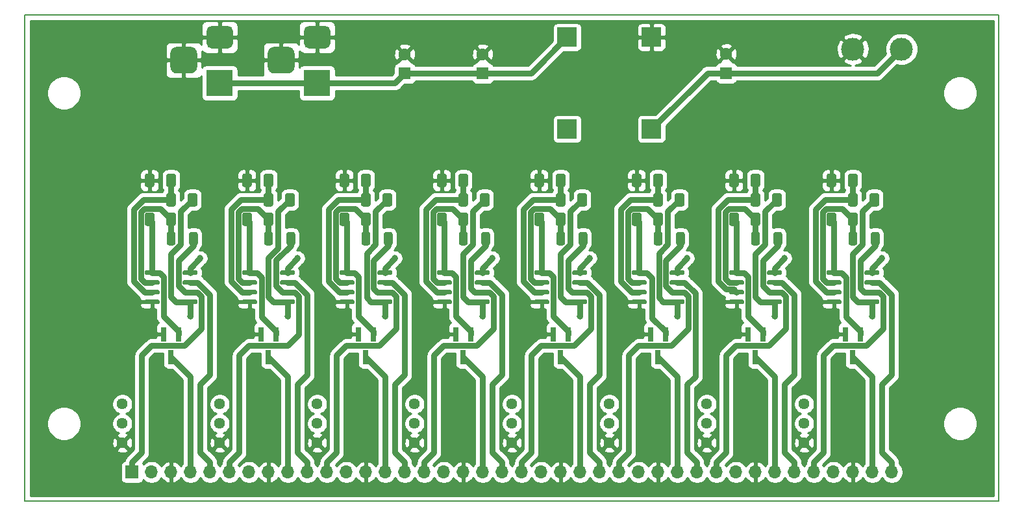
<source format=gbr>
G04 #@! TF.GenerationSoftware,KiCad,Pcbnew,5.1.8+dfsg1-1+b1*
G04 #@! TF.CreationDate,2021-05-07T15:05:44-05:00*
G04 #@! TF.ProjectId,potentiosynth,706f7465-6e74-4696-9f73-796e74682e6b,A*
G04 #@! TF.SameCoordinates,Original*
G04 #@! TF.FileFunction,Copper,L1,Top*
G04 #@! TF.FilePolarity,Positive*
%FSLAX46Y46*%
G04 Gerber Fmt 4.6, Leading zero omitted, Abs format (unit mm)*
G04 Created by KiCad (PCBNEW 5.1.8+dfsg1-1+b1) date 2021-05-07 15:05:44*
%MOMM*%
%LPD*%
G01*
G04 APERTURE LIST*
G04 #@! TA.AperFunction,Profile*
%ADD10C,0.150000*%
G04 #@! TD*
G04 #@! TA.AperFunction,SMDPad,CuDef*
%ADD11R,2.500000X2.500000*%
G04 #@! TD*
G04 #@! TA.AperFunction,ComponentPad*
%ADD12C,1.440000*%
G04 #@! TD*
G04 #@! TA.AperFunction,SMDPad,CuDef*
%ADD13R,0.800000X1.900000*%
G04 #@! TD*
G04 #@! TA.AperFunction,ComponentPad*
%ADD14R,3.500000X3.500000*%
G04 #@! TD*
G04 #@! TA.AperFunction,ComponentPad*
%ADD15O,1.700000X1.700000*%
G04 #@! TD*
G04 #@! TA.AperFunction,ComponentPad*
%ADD16R,1.700000X1.700000*%
G04 #@! TD*
G04 #@! TA.AperFunction,ComponentPad*
%ADD17C,3.000000*%
G04 #@! TD*
G04 #@! TA.AperFunction,ComponentPad*
%ADD18C,1.600000*%
G04 #@! TD*
G04 #@! TA.AperFunction,ComponentPad*
%ADD19R,1.600000X1.600000*%
G04 #@! TD*
G04 #@! TA.AperFunction,ViaPad*
%ADD20C,0.800000*%
G04 #@! TD*
G04 #@! TA.AperFunction,Conductor*
%ADD21C,0.762000*%
G04 #@! TD*
G04 #@! TA.AperFunction,Conductor*
%ADD22C,0.254000*%
G04 #@! TD*
G04 #@! TA.AperFunction,Conductor*
%ADD23C,0.100000*%
G04 #@! TD*
G04 APERTURE END LIST*
D10*
X50800000Y-127000000D02*
X177800000Y-127000000D01*
X50800000Y-63500000D02*
X177800000Y-63500000D01*
X50800000Y-127000000D02*
X50800000Y-63500000D01*
X177800000Y-127000000D02*
X177800000Y-63500000D01*
D11*
X121500000Y-78390000D03*
X132500000Y-78390000D03*
X132500000Y-66390000D03*
X121500000Y-66390000D03*
G04 #@! TA.AperFunction,SMDPad,CuDef*
G36*
G01*
X160250000Y-97305000D02*
X160250000Y-97005000D01*
G75*
G02*
X160400000Y-96855000I150000J0D01*
G01*
X162050000Y-96855000D01*
G75*
G02*
X162200000Y-97005000I0J-150000D01*
G01*
X162200000Y-97305000D01*
G75*
G02*
X162050000Y-97455000I-150000J0D01*
G01*
X160400000Y-97455000D01*
G75*
G02*
X160250000Y-97305000I0J150000D01*
G01*
G37*
G04 #@! TD.AperFunction*
G04 #@! TA.AperFunction,SMDPad,CuDef*
G36*
G01*
X160250000Y-98575000D02*
X160250000Y-98275000D01*
G75*
G02*
X160400000Y-98125000I150000J0D01*
G01*
X162050000Y-98125000D01*
G75*
G02*
X162200000Y-98275000I0J-150000D01*
G01*
X162200000Y-98575000D01*
G75*
G02*
X162050000Y-98725000I-150000J0D01*
G01*
X160400000Y-98725000D01*
G75*
G02*
X160250000Y-98575000I0J150000D01*
G01*
G37*
G04 #@! TD.AperFunction*
G04 #@! TA.AperFunction,SMDPad,CuDef*
G36*
G01*
X160250000Y-99845000D02*
X160250000Y-99545000D01*
G75*
G02*
X160400000Y-99395000I150000J0D01*
G01*
X162050000Y-99395000D01*
G75*
G02*
X162200000Y-99545000I0J-150000D01*
G01*
X162200000Y-99845000D01*
G75*
G02*
X162050000Y-99995000I-150000J0D01*
G01*
X160400000Y-99995000D01*
G75*
G02*
X160250000Y-99845000I0J150000D01*
G01*
G37*
G04 #@! TD.AperFunction*
G04 #@! TA.AperFunction,SMDPad,CuDef*
G36*
G01*
X160250000Y-101115000D02*
X160250000Y-100815000D01*
G75*
G02*
X160400000Y-100665000I150000J0D01*
G01*
X162050000Y-100665000D01*
G75*
G02*
X162200000Y-100815000I0J-150000D01*
G01*
X162200000Y-101115000D01*
G75*
G02*
X162050000Y-101265000I-150000J0D01*
G01*
X160400000Y-101265000D01*
G75*
G02*
X160250000Y-101115000I0J150000D01*
G01*
G37*
G04 #@! TD.AperFunction*
G04 #@! TA.AperFunction,SMDPad,CuDef*
G36*
G01*
X155300000Y-101115000D02*
X155300000Y-100815000D01*
G75*
G02*
X155450000Y-100665000I150000J0D01*
G01*
X157100000Y-100665000D01*
G75*
G02*
X157250000Y-100815000I0J-150000D01*
G01*
X157250000Y-101115000D01*
G75*
G02*
X157100000Y-101265000I-150000J0D01*
G01*
X155450000Y-101265000D01*
G75*
G02*
X155300000Y-101115000I0J150000D01*
G01*
G37*
G04 #@! TD.AperFunction*
G04 #@! TA.AperFunction,SMDPad,CuDef*
G36*
G01*
X155300000Y-99845000D02*
X155300000Y-99545000D01*
G75*
G02*
X155450000Y-99395000I150000J0D01*
G01*
X157100000Y-99395000D01*
G75*
G02*
X157250000Y-99545000I0J-150000D01*
G01*
X157250000Y-99845000D01*
G75*
G02*
X157100000Y-99995000I-150000J0D01*
G01*
X155450000Y-99995000D01*
G75*
G02*
X155300000Y-99845000I0J150000D01*
G01*
G37*
G04 #@! TD.AperFunction*
G04 #@! TA.AperFunction,SMDPad,CuDef*
G36*
G01*
X155300000Y-98575000D02*
X155300000Y-98275000D01*
G75*
G02*
X155450000Y-98125000I150000J0D01*
G01*
X157100000Y-98125000D01*
G75*
G02*
X157250000Y-98275000I0J-150000D01*
G01*
X157250000Y-98575000D01*
G75*
G02*
X157100000Y-98725000I-150000J0D01*
G01*
X155450000Y-98725000D01*
G75*
G02*
X155300000Y-98575000I0J150000D01*
G01*
G37*
G04 #@! TD.AperFunction*
G04 #@! TA.AperFunction,SMDPad,CuDef*
G36*
G01*
X155300000Y-97305000D02*
X155300000Y-97005000D01*
G75*
G02*
X155450000Y-96855000I150000J0D01*
G01*
X157100000Y-96855000D01*
G75*
G02*
X157250000Y-97005000I0J-150000D01*
G01*
X157250000Y-97305000D01*
G75*
G02*
X157100000Y-97455000I-150000J0D01*
G01*
X155450000Y-97455000D01*
G75*
G02*
X155300000Y-97305000I0J150000D01*
G01*
G37*
G04 #@! TD.AperFunction*
G04 #@! TA.AperFunction,SMDPad,CuDef*
G36*
G01*
X147550000Y-97305000D02*
X147550000Y-97005000D01*
G75*
G02*
X147700000Y-96855000I150000J0D01*
G01*
X149350000Y-96855000D01*
G75*
G02*
X149500000Y-97005000I0J-150000D01*
G01*
X149500000Y-97305000D01*
G75*
G02*
X149350000Y-97455000I-150000J0D01*
G01*
X147700000Y-97455000D01*
G75*
G02*
X147550000Y-97305000I0J150000D01*
G01*
G37*
G04 #@! TD.AperFunction*
G04 #@! TA.AperFunction,SMDPad,CuDef*
G36*
G01*
X147550000Y-98575000D02*
X147550000Y-98275000D01*
G75*
G02*
X147700000Y-98125000I150000J0D01*
G01*
X149350000Y-98125000D01*
G75*
G02*
X149500000Y-98275000I0J-150000D01*
G01*
X149500000Y-98575000D01*
G75*
G02*
X149350000Y-98725000I-150000J0D01*
G01*
X147700000Y-98725000D01*
G75*
G02*
X147550000Y-98575000I0J150000D01*
G01*
G37*
G04 #@! TD.AperFunction*
G04 #@! TA.AperFunction,SMDPad,CuDef*
G36*
G01*
X147550000Y-99845000D02*
X147550000Y-99545000D01*
G75*
G02*
X147700000Y-99395000I150000J0D01*
G01*
X149350000Y-99395000D01*
G75*
G02*
X149500000Y-99545000I0J-150000D01*
G01*
X149500000Y-99845000D01*
G75*
G02*
X149350000Y-99995000I-150000J0D01*
G01*
X147700000Y-99995000D01*
G75*
G02*
X147550000Y-99845000I0J150000D01*
G01*
G37*
G04 #@! TD.AperFunction*
G04 #@! TA.AperFunction,SMDPad,CuDef*
G36*
G01*
X147550000Y-101115000D02*
X147550000Y-100815000D01*
G75*
G02*
X147700000Y-100665000I150000J0D01*
G01*
X149350000Y-100665000D01*
G75*
G02*
X149500000Y-100815000I0J-150000D01*
G01*
X149500000Y-101115000D01*
G75*
G02*
X149350000Y-101265000I-150000J0D01*
G01*
X147700000Y-101265000D01*
G75*
G02*
X147550000Y-101115000I0J150000D01*
G01*
G37*
G04 #@! TD.AperFunction*
G04 #@! TA.AperFunction,SMDPad,CuDef*
G36*
G01*
X142600000Y-101115000D02*
X142600000Y-100815000D01*
G75*
G02*
X142750000Y-100665000I150000J0D01*
G01*
X144400000Y-100665000D01*
G75*
G02*
X144550000Y-100815000I0J-150000D01*
G01*
X144550000Y-101115000D01*
G75*
G02*
X144400000Y-101265000I-150000J0D01*
G01*
X142750000Y-101265000D01*
G75*
G02*
X142600000Y-101115000I0J150000D01*
G01*
G37*
G04 #@! TD.AperFunction*
G04 #@! TA.AperFunction,SMDPad,CuDef*
G36*
G01*
X142600000Y-99845000D02*
X142600000Y-99545000D01*
G75*
G02*
X142750000Y-99395000I150000J0D01*
G01*
X144400000Y-99395000D01*
G75*
G02*
X144550000Y-99545000I0J-150000D01*
G01*
X144550000Y-99845000D01*
G75*
G02*
X144400000Y-99995000I-150000J0D01*
G01*
X142750000Y-99995000D01*
G75*
G02*
X142600000Y-99845000I0J150000D01*
G01*
G37*
G04 #@! TD.AperFunction*
G04 #@! TA.AperFunction,SMDPad,CuDef*
G36*
G01*
X142600000Y-98575000D02*
X142600000Y-98275000D01*
G75*
G02*
X142750000Y-98125000I150000J0D01*
G01*
X144400000Y-98125000D01*
G75*
G02*
X144550000Y-98275000I0J-150000D01*
G01*
X144550000Y-98575000D01*
G75*
G02*
X144400000Y-98725000I-150000J0D01*
G01*
X142750000Y-98725000D01*
G75*
G02*
X142600000Y-98575000I0J150000D01*
G01*
G37*
G04 #@! TD.AperFunction*
G04 #@! TA.AperFunction,SMDPad,CuDef*
G36*
G01*
X142600000Y-97305000D02*
X142600000Y-97005000D01*
G75*
G02*
X142750000Y-96855000I150000J0D01*
G01*
X144400000Y-96855000D01*
G75*
G02*
X144550000Y-97005000I0J-150000D01*
G01*
X144550000Y-97305000D01*
G75*
G02*
X144400000Y-97455000I-150000J0D01*
G01*
X142750000Y-97455000D01*
G75*
G02*
X142600000Y-97305000I0J150000D01*
G01*
G37*
G04 #@! TD.AperFunction*
G04 #@! TA.AperFunction,SMDPad,CuDef*
G36*
G01*
X134850000Y-97305000D02*
X134850000Y-97005000D01*
G75*
G02*
X135000000Y-96855000I150000J0D01*
G01*
X136650000Y-96855000D01*
G75*
G02*
X136800000Y-97005000I0J-150000D01*
G01*
X136800000Y-97305000D01*
G75*
G02*
X136650000Y-97455000I-150000J0D01*
G01*
X135000000Y-97455000D01*
G75*
G02*
X134850000Y-97305000I0J150000D01*
G01*
G37*
G04 #@! TD.AperFunction*
G04 #@! TA.AperFunction,SMDPad,CuDef*
G36*
G01*
X134850000Y-98575000D02*
X134850000Y-98275000D01*
G75*
G02*
X135000000Y-98125000I150000J0D01*
G01*
X136650000Y-98125000D01*
G75*
G02*
X136800000Y-98275000I0J-150000D01*
G01*
X136800000Y-98575000D01*
G75*
G02*
X136650000Y-98725000I-150000J0D01*
G01*
X135000000Y-98725000D01*
G75*
G02*
X134850000Y-98575000I0J150000D01*
G01*
G37*
G04 #@! TD.AperFunction*
G04 #@! TA.AperFunction,SMDPad,CuDef*
G36*
G01*
X134850000Y-99845000D02*
X134850000Y-99545000D01*
G75*
G02*
X135000000Y-99395000I150000J0D01*
G01*
X136650000Y-99395000D01*
G75*
G02*
X136800000Y-99545000I0J-150000D01*
G01*
X136800000Y-99845000D01*
G75*
G02*
X136650000Y-99995000I-150000J0D01*
G01*
X135000000Y-99995000D01*
G75*
G02*
X134850000Y-99845000I0J150000D01*
G01*
G37*
G04 #@! TD.AperFunction*
G04 #@! TA.AperFunction,SMDPad,CuDef*
G36*
G01*
X134850000Y-101115000D02*
X134850000Y-100815000D01*
G75*
G02*
X135000000Y-100665000I150000J0D01*
G01*
X136650000Y-100665000D01*
G75*
G02*
X136800000Y-100815000I0J-150000D01*
G01*
X136800000Y-101115000D01*
G75*
G02*
X136650000Y-101265000I-150000J0D01*
G01*
X135000000Y-101265000D01*
G75*
G02*
X134850000Y-101115000I0J150000D01*
G01*
G37*
G04 #@! TD.AperFunction*
G04 #@! TA.AperFunction,SMDPad,CuDef*
G36*
G01*
X129900000Y-101115000D02*
X129900000Y-100815000D01*
G75*
G02*
X130050000Y-100665000I150000J0D01*
G01*
X131700000Y-100665000D01*
G75*
G02*
X131850000Y-100815000I0J-150000D01*
G01*
X131850000Y-101115000D01*
G75*
G02*
X131700000Y-101265000I-150000J0D01*
G01*
X130050000Y-101265000D01*
G75*
G02*
X129900000Y-101115000I0J150000D01*
G01*
G37*
G04 #@! TD.AperFunction*
G04 #@! TA.AperFunction,SMDPad,CuDef*
G36*
G01*
X129900000Y-99845000D02*
X129900000Y-99545000D01*
G75*
G02*
X130050000Y-99395000I150000J0D01*
G01*
X131700000Y-99395000D01*
G75*
G02*
X131850000Y-99545000I0J-150000D01*
G01*
X131850000Y-99845000D01*
G75*
G02*
X131700000Y-99995000I-150000J0D01*
G01*
X130050000Y-99995000D01*
G75*
G02*
X129900000Y-99845000I0J150000D01*
G01*
G37*
G04 #@! TD.AperFunction*
G04 #@! TA.AperFunction,SMDPad,CuDef*
G36*
G01*
X129900000Y-98575000D02*
X129900000Y-98275000D01*
G75*
G02*
X130050000Y-98125000I150000J0D01*
G01*
X131700000Y-98125000D01*
G75*
G02*
X131850000Y-98275000I0J-150000D01*
G01*
X131850000Y-98575000D01*
G75*
G02*
X131700000Y-98725000I-150000J0D01*
G01*
X130050000Y-98725000D01*
G75*
G02*
X129900000Y-98575000I0J150000D01*
G01*
G37*
G04 #@! TD.AperFunction*
G04 #@! TA.AperFunction,SMDPad,CuDef*
G36*
G01*
X129900000Y-97305000D02*
X129900000Y-97005000D01*
G75*
G02*
X130050000Y-96855000I150000J0D01*
G01*
X131700000Y-96855000D01*
G75*
G02*
X131850000Y-97005000I0J-150000D01*
G01*
X131850000Y-97305000D01*
G75*
G02*
X131700000Y-97455000I-150000J0D01*
G01*
X130050000Y-97455000D01*
G75*
G02*
X129900000Y-97305000I0J150000D01*
G01*
G37*
G04 #@! TD.AperFunction*
G04 #@! TA.AperFunction,SMDPad,CuDef*
G36*
G01*
X122150000Y-97305000D02*
X122150000Y-97005000D01*
G75*
G02*
X122300000Y-96855000I150000J0D01*
G01*
X123950000Y-96855000D01*
G75*
G02*
X124100000Y-97005000I0J-150000D01*
G01*
X124100000Y-97305000D01*
G75*
G02*
X123950000Y-97455000I-150000J0D01*
G01*
X122300000Y-97455000D01*
G75*
G02*
X122150000Y-97305000I0J150000D01*
G01*
G37*
G04 #@! TD.AperFunction*
G04 #@! TA.AperFunction,SMDPad,CuDef*
G36*
G01*
X122150000Y-98575000D02*
X122150000Y-98275000D01*
G75*
G02*
X122300000Y-98125000I150000J0D01*
G01*
X123950000Y-98125000D01*
G75*
G02*
X124100000Y-98275000I0J-150000D01*
G01*
X124100000Y-98575000D01*
G75*
G02*
X123950000Y-98725000I-150000J0D01*
G01*
X122300000Y-98725000D01*
G75*
G02*
X122150000Y-98575000I0J150000D01*
G01*
G37*
G04 #@! TD.AperFunction*
G04 #@! TA.AperFunction,SMDPad,CuDef*
G36*
G01*
X122150000Y-99845000D02*
X122150000Y-99545000D01*
G75*
G02*
X122300000Y-99395000I150000J0D01*
G01*
X123950000Y-99395000D01*
G75*
G02*
X124100000Y-99545000I0J-150000D01*
G01*
X124100000Y-99845000D01*
G75*
G02*
X123950000Y-99995000I-150000J0D01*
G01*
X122300000Y-99995000D01*
G75*
G02*
X122150000Y-99845000I0J150000D01*
G01*
G37*
G04 #@! TD.AperFunction*
G04 #@! TA.AperFunction,SMDPad,CuDef*
G36*
G01*
X122150000Y-101115000D02*
X122150000Y-100815000D01*
G75*
G02*
X122300000Y-100665000I150000J0D01*
G01*
X123950000Y-100665000D01*
G75*
G02*
X124100000Y-100815000I0J-150000D01*
G01*
X124100000Y-101115000D01*
G75*
G02*
X123950000Y-101265000I-150000J0D01*
G01*
X122300000Y-101265000D01*
G75*
G02*
X122150000Y-101115000I0J150000D01*
G01*
G37*
G04 #@! TD.AperFunction*
G04 #@! TA.AperFunction,SMDPad,CuDef*
G36*
G01*
X117200000Y-101115000D02*
X117200000Y-100815000D01*
G75*
G02*
X117350000Y-100665000I150000J0D01*
G01*
X119000000Y-100665000D01*
G75*
G02*
X119150000Y-100815000I0J-150000D01*
G01*
X119150000Y-101115000D01*
G75*
G02*
X119000000Y-101265000I-150000J0D01*
G01*
X117350000Y-101265000D01*
G75*
G02*
X117200000Y-101115000I0J150000D01*
G01*
G37*
G04 #@! TD.AperFunction*
G04 #@! TA.AperFunction,SMDPad,CuDef*
G36*
G01*
X117200000Y-99845000D02*
X117200000Y-99545000D01*
G75*
G02*
X117350000Y-99395000I150000J0D01*
G01*
X119000000Y-99395000D01*
G75*
G02*
X119150000Y-99545000I0J-150000D01*
G01*
X119150000Y-99845000D01*
G75*
G02*
X119000000Y-99995000I-150000J0D01*
G01*
X117350000Y-99995000D01*
G75*
G02*
X117200000Y-99845000I0J150000D01*
G01*
G37*
G04 #@! TD.AperFunction*
G04 #@! TA.AperFunction,SMDPad,CuDef*
G36*
G01*
X117200000Y-98575000D02*
X117200000Y-98275000D01*
G75*
G02*
X117350000Y-98125000I150000J0D01*
G01*
X119000000Y-98125000D01*
G75*
G02*
X119150000Y-98275000I0J-150000D01*
G01*
X119150000Y-98575000D01*
G75*
G02*
X119000000Y-98725000I-150000J0D01*
G01*
X117350000Y-98725000D01*
G75*
G02*
X117200000Y-98575000I0J150000D01*
G01*
G37*
G04 #@! TD.AperFunction*
G04 #@! TA.AperFunction,SMDPad,CuDef*
G36*
G01*
X117200000Y-97305000D02*
X117200000Y-97005000D01*
G75*
G02*
X117350000Y-96855000I150000J0D01*
G01*
X119000000Y-96855000D01*
G75*
G02*
X119150000Y-97005000I0J-150000D01*
G01*
X119150000Y-97305000D01*
G75*
G02*
X119000000Y-97455000I-150000J0D01*
G01*
X117350000Y-97455000D01*
G75*
G02*
X117200000Y-97305000I0J150000D01*
G01*
G37*
G04 #@! TD.AperFunction*
G04 #@! TA.AperFunction,SMDPad,CuDef*
G36*
G01*
X109450000Y-97305000D02*
X109450000Y-97005000D01*
G75*
G02*
X109600000Y-96855000I150000J0D01*
G01*
X111250000Y-96855000D01*
G75*
G02*
X111400000Y-97005000I0J-150000D01*
G01*
X111400000Y-97305000D01*
G75*
G02*
X111250000Y-97455000I-150000J0D01*
G01*
X109600000Y-97455000D01*
G75*
G02*
X109450000Y-97305000I0J150000D01*
G01*
G37*
G04 #@! TD.AperFunction*
G04 #@! TA.AperFunction,SMDPad,CuDef*
G36*
G01*
X109450000Y-98575000D02*
X109450000Y-98275000D01*
G75*
G02*
X109600000Y-98125000I150000J0D01*
G01*
X111250000Y-98125000D01*
G75*
G02*
X111400000Y-98275000I0J-150000D01*
G01*
X111400000Y-98575000D01*
G75*
G02*
X111250000Y-98725000I-150000J0D01*
G01*
X109600000Y-98725000D01*
G75*
G02*
X109450000Y-98575000I0J150000D01*
G01*
G37*
G04 #@! TD.AperFunction*
G04 #@! TA.AperFunction,SMDPad,CuDef*
G36*
G01*
X109450000Y-99845000D02*
X109450000Y-99545000D01*
G75*
G02*
X109600000Y-99395000I150000J0D01*
G01*
X111250000Y-99395000D01*
G75*
G02*
X111400000Y-99545000I0J-150000D01*
G01*
X111400000Y-99845000D01*
G75*
G02*
X111250000Y-99995000I-150000J0D01*
G01*
X109600000Y-99995000D01*
G75*
G02*
X109450000Y-99845000I0J150000D01*
G01*
G37*
G04 #@! TD.AperFunction*
G04 #@! TA.AperFunction,SMDPad,CuDef*
G36*
G01*
X109450000Y-101115000D02*
X109450000Y-100815000D01*
G75*
G02*
X109600000Y-100665000I150000J0D01*
G01*
X111250000Y-100665000D01*
G75*
G02*
X111400000Y-100815000I0J-150000D01*
G01*
X111400000Y-101115000D01*
G75*
G02*
X111250000Y-101265000I-150000J0D01*
G01*
X109600000Y-101265000D01*
G75*
G02*
X109450000Y-101115000I0J150000D01*
G01*
G37*
G04 #@! TD.AperFunction*
G04 #@! TA.AperFunction,SMDPad,CuDef*
G36*
G01*
X104500000Y-101115000D02*
X104500000Y-100815000D01*
G75*
G02*
X104650000Y-100665000I150000J0D01*
G01*
X106300000Y-100665000D01*
G75*
G02*
X106450000Y-100815000I0J-150000D01*
G01*
X106450000Y-101115000D01*
G75*
G02*
X106300000Y-101265000I-150000J0D01*
G01*
X104650000Y-101265000D01*
G75*
G02*
X104500000Y-101115000I0J150000D01*
G01*
G37*
G04 #@! TD.AperFunction*
G04 #@! TA.AperFunction,SMDPad,CuDef*
G36*
G01*
X104500000Y-99845000D02*
X104500000Y-99545000D01*
G75*
G02*
X104650000Y-99395000I150000J0D01*
G01*
X106300000Y-99395000D01*
G75*
G02*
X106450000Y-99545000I0J-150000D01*
G01*
X106450000Y-99845000D01*
G75*
G02*
X106300000Y-99995000I-150000J0D01*
G01*
X104650000Y-99995000D01*
G75*
G02*
X104500000Y-99845000I0J150000D01*
G01*
G37*
G04 #@! TD.AperFunction*
G04 #@! TA.AperFunction,SMDPad,CuDef*
G36*
G01*
X104500000Y-98575000D02*
X104500000Y-98275000D01*
G75*
G02*
X104650000Y-98125000I150000J0D01*
G01*
X106300000Y-98125000D01*
G75*
G02*
X106450000Y-98275000I0J-150000D01*
G01*
X106450000Y-98575000D01*
G75*
G02*
X106300000Y-98725000I-150000J0D01*
G01*
X104650000Y-98725000D01*
G75*
G02*
X104500000Y-98575000I0J150000D01*
G01*
G37*
G04 #@! TD.AperFunction*
G04 #@! TA.AperFunction,SMDPad,CuDef*
G36*
G01*
X104500000Y-97305000D02*
X104500000Y-97005000D01*
G75*
G02*
X104650000Y-96855000I150000J0D01*
G01*
X106300000Y-96855000D01*
G75*
G02*
X106450000Y-97005000I0J-150000D01*
G01*
X106450000Y-97305000D01*
G75*
G02*
X106300000Y-97455000I-150000J0D01*
G01*
X104650000Y-97455000D01*
G75*
G02*
X104500000Y-97305000I0J150000D01*
G01*
G37*
G04 #@! TD.AperFunction*
G04 #@! TA.AperFunction,SMDPad,CuDef*
G36*
G01*
X96750000Y-97305000D02*
X96750000Y-97005000D01*
G75*
G02*
X96900000Y-96855000I150000J0D01*
G01*
X98550000Y-96855000D01*
G75*
G02*
X98700000Y-97005000I0J-150000D01*
G01*
X98700000Y-97305000D01*
G75*
G02*
X98550000Y-97455000I-150000J0D01*
G01*
X96900000Y-97455000D01*
G75*
G02*
X96750000Y-97305000I0J150000D01*
G01*
G37*
G04 #@! TD.AperFunction*
G04 #@! TA.AperFunction,SMDPad,CuDef*
G36*
G01*
X96750000Y-98575000D02*
X96750000Y-98275000D01*
G75*
G02*
X96900000Y-98125000I150000J0D01*
G01*
X98550000Y-98125000D01*
G75*
G02*
X98700000Y-98275000I0J-150000D01*
G01*
X98700000Y-98575000D01*
G75*
G02*
X98550000Y-98725000I-150000J0D01*
G01*
X96900000Y-98725000D01*
G75*
G02*
X96750000Y-98575000I0J150000D01*
G01*
G37*
G04 #@! TD.AperFunction*
G04 #@! TA.AperFunction,SMDPad,CuDef*
G36*
G01*
X96750000Y-99845000D02*
X96750000Y-99545000D01*
G75*
G02*
X96900000Y-99395000I150000J0D01*
G01*
X98550000Y-99395000D01*
G75*
G02*
X98700000Y-99545000I0J-150000D01*
G01*
X98700000Y-99845000D01*
G75*
G02*
X98550000Y-99995000I-150000J0D01*
G01*
X96900000Y-99995000D01*
G75*
G02*
X96750000Y-99845000I0J150000D01*
G01*
G37*
G04 #@! TD.AperFunction*
G04 #@! TA.AperFunction,SMDPad,CuDef*
G36*
G01*
X96750000Y-101115000D02*
X96750000Y-100815000D01*
G75*
G02*
X96900000Y-100665000I150000J0D01*
G01*
X98550000Y-100665000D01*
G75*
G02*
X98700000Y-100815000I0J-150000D01*
G01*
X98700000Y-101115000D01*
G75*
G02*
X98550000Y-101265000I-150000J0D01*
G01*
X96900000Y-101265000D01*
G75*
G02*
X96750000Y-101115000I0J150000D01*
G01*
G37*
G04 #@! TD.AperFunction*
G04 #@! TA.AperFunction,SMDPad,CuDef*
G36*
G01*
X91800000Y-101115000D02*
X91800000Y-100815000D01*
G75*
G02*
X91950000Y-100665000I150000J0D01*
G01*
X93600000Y-100665000D01*
G75*
G02*
X93750000Y-100815000I0J-150000D01*
G01*
X93750000Y-101115000D01*
G75*
G02*
X93600000Y-101265000I-150000J0D01*
G01*
X91950000Y-101265000D01*
G75*
G02*
X91800000Y-101115000I0J150000D01*
G01*
G37*
G04 #@! TD.AperFunction*
G04 #@! TA.AperFunction,SMDPad,CuDef*
G36*
G01*
X91800000Y-99845000D02*
X91800000Y-99545000D01*
G75*
G02*
X91950000Y-99395000I150000J0D01*
G01*
X93600000Y-99395000D01*
G75*
G02*
X93750000Y-99545000I0J-150000D01*
G01*
X93750000Y-99845000D01*
G75*
G02*
X93600000Y-99995000I-150000J0D01*
G01*
X91950000Y-99995000D01*
G75*
G02*
X91800000Y-99845000I0J150000D01*
G01*
G37*
G04 #@! TD.AperFunction*
G04 #@! TA.AperFunction,SMDPad,CuDef*
G36*
G01*
X91800000Y-98575000D02*
X91800000Y-98275000D01*
G75*
G02*
X91950000Y-98125000I150000J0D01*
G01*
X93600000Y-98125000D01*
G75*
G02*
X93750000Y-98275000I0J-150000D01*
G01*
X93750000Y-98575000D01*
G75*
G02*
X93600000Y-98725000I-150000J0D01*
G01*
X91950000Y-98725000D01*
G75*
G02*
X91800000Y-98575000I0J150000D01*
G01*
G37*
G04 #@! TD.AperFunction*
G04 #@! TA.AperFunction,SMDPad,CuDef*
G36*
G01*
X91800000Y-97305000D02*
X91800000Y-97005000D01*
G75*
G02*
X91950000Y-96855000I150000J0D01*
G01*
X93600000Y-96855000D01*
G75*
G02*
X93750000Y-97005000I0J-150000D01*
G01*
X93750000Y-97305000D01*
G75*
G02*
X93600000Y-97455000I-150000J0D01*
G01*
X91950000Y-97455000D01*
G75*
G02*
X91800000Y-97305000I0J150000D01*
G01*
G37*
G04 #@! TD.AperFunction*
G04 #@! TA.AperFunction,SMDPad,CuDef*
G36*
G01*
X84050000Y-97305000D02*
X84050000Y-97005000D01*
G75*
G02*
X84200000Y-96855000I150000J0D01*
G01*
X85850000Y-96855000D01*
G75*
G02*
X86000000Y-97005000I0J-150000D01*
G01*
X86000000Y-97305000D01*
G75*
G02*
X85850000Y-97455000I-150000J0D01*
G01*
X84200000Y-97455000D01*
G75*
G02*
X84050000Y-97305000I0J150000D01*
G01*
G37*
G04 #@! TD.AperFunction*
G04 #@! TA.AperFunction,SMDPad,CuDef*
G36*
G01*
X84050000Y-98575000D02*
X84050000Y-98275000D01*
G75*
G02*
X84200000Y-98125000I150000J0D01*
G01*
X85850000Y-98125000D01*
G75*
G02*
X86000000Y-98275000I0J-150000D01*
G01*
X86000000Y-98575000D01*
G75*
G02*
X85850000Y-98725000I-150000J0D01*
G01*
X84200000Y-98725000D01*
G75*
G02*
X84050000Y-98575000I0J150000D01*
G01*
G37*
G04 #@! TD.AperFunction*
G04 #@! TA.AperFunction,SMDPad,CuDef*
G36*
G01*
X84050000Y-99845000D02*
X84050000Y-99545000D01*
G75*
G02*
X84200000Y-99395000I150000J0D01*
G01*
X85850000Y-99395000D01*
G75*
G02*
X86000000Y-99545000I0J-150000D01*
G01*
X86000000Y-99845000D01*
G75*
G02*
X85850000Y-99995000I-150000J0D01*
G01*
X84200000Y-99995000D01*
G75*
G02*
X84050000Y-99845000I0J150000D01*
G01*
G37*
G04 #@! TD.AperFunction*
G04 #@! TA.AperFunction,SMDPad,CuDef*
G36*
G01*
X84050000Y-101115000D02*
X84050000Y-100815000D01*
G75*
G02*
X84200000Y-100665000I150000J0D01*
G01*
X85850000Y-100665000D01*
G75*
G02*
X86000000Y-100815000I0J-150000D01*
G01*
X86000000Y-101115000D01*
G75*
G02*
X85850000Y-101265000I-150000J0D01*
G01*
X84200000Y-101265000D01*
G75*
G02*
X84050000Y-101115000I0J150000D01*
G01*
G37*
G04 #@! TD.AperFunction*
G04 #@! TA.AperFunction,SMDPad,CuDef*
G36*
G01*
X79100000Y-101115000D02*
X79100000Y-100815000D01*
G75*
G02*
X79250000Y-100665000I150000J0D01*
G01*
X80900000Y-100665000D01*
G75*
G02*
X81050000Y-100815000I0J-150000D01*
G01*
X81050000Y-101115000D01*
G75*
G02*
X80900000Y-101265000I-150000J0D01*
G01*
X79250000Y-101265000D01*
G75*
G02*
X79100000Y-101115000I0J150000D01*
G01*
G37*
G04 #@! TD.AperFunction*
G04 #@! TA.AperFunction,SMDPad,CuDef*
G36*
G01*
X79100000Y-99845000D02*
X79100000Y-99545000D01*
G75*
G02*
X79250000Y-99395000I150000J0D01*
G01*
X80900000Y-99395000D01*
G75*
G02*
X81050000Y-99545000I0J-150000D01*
G01*
X81050000Y-99845000D01*
G75*
G02*
X80900000Y-99995000I-150000J0D01*
G01*
X79250000Y-99995000D01*
G75*
G02*
X79100000Y-99845000I0J150000D01*
G01*
G37*
G04 #@! TD.AperFunction*
G04 #@! TA.AperFunction,SMDPad,CuDef*
G36*
G01*
X79100000Y-98575000D02*
X79100000Y-98275000D01*
G75*
G02*
X79250000Y-98125000I150000J0D01*
G01*
X80900000Y-98125000D01*
G75*
G02*
X81050000Y-98275000I0J-150000D01*
G01*
X81050000Y-98575000D01*
G75*
G02*
X80900000Y-98725000I-150000J0D01*
G01*
X79250000Y-98725000D01*
G75*
G02*
X79100000Y-98575000I0J150000D01*
G01*
G37*
G04 #@! TD.AperFunction*
G04 #@! TA.AperFunction,SMDPad,CuDef*
G36*
G01*
X79100000Y-97305000D02*
X79100000Y-97005000D01*
G75*
G02*
X79250000Y-96855000I150000J0D01*
G01*
X80900000Y-96855000D01*
G75*
G02*
X81050000Y-97005000I0J-150000D01*
G01*
X81050000Y-97305000D01*
G75*
G02*
X80900000Y-97455000I-150000J0D01*
G01*
X79250000Y-97455000D01*
G75*
G02*
X79100000Y-97305000I0J150000D01*
G01*
G37*
G04 #@! TD.AperFunction*
G04 #@! TA.AperFunction,SMDPad,CuDef*
G36*
G01*
X71350000Y-97305000D02*
X71350000Y-97005000D01*
G75*
G02*
X71500000Y-96855000I150000J0D01*
G01*
X73150000Y-96855000D01*
G75*
G02*
X73300000Y-97005000I0J-150000D01*
G01*
X73300000Y-97305000D01*
G75*
G02*
X73150000Y-97455000I-150000J0D01*
G01*
X71500000Y-97455000D01*
G75*
G02*
X71350000Y-97305000I0J150000D01*
G01*
G37*
G04 #@! TD.AperFunction*
G04 #@! TA.AperFunction,SMDPad,CuDef*
G36*
G01*
X71350000Y-98575000D02*
X71350000Y-98275000D01*
G75*
G02*
X71500000Y-98125000I150000J0D01*
G01*
X73150000Y-98125000D01*
G75*
G02*
X73300000Y-98275000I0J-150000D01*
G01*
X73300000Y-98575000D01*
G75*
G02*
X73150000Y-98725000I-150000J0D01*
G01*
X71500000Y-98725000D01*
G75*
G02*
X71350000Y-98575000I0J150000D01*
G01*
G37*
G04 #@! TD.AperFunction*
G04 #@! TA.AperFunction,SMDPad,CuDef*
G36*
G01*
X71350000Y-99845000D02*
X71350000Y-99545000D01*
G75*
G02*
X71500000Y-99395000I150000J0D01*
G01*
X73150000Y-99395000D01*
G75*
G02*
X73300000Y-99545000I0J-150000D01*
G01*
X73300000Y-99845000D01*
G75*
G02*
X73150000Y-99995000I-150000J0D01*
G01*
X71500000Y-99995000D01*
G75*
G02*
X71350000Y-99845000I0J150000D01*
G01*
G37*
G04 #@! TD.AperFunction*
G04 #@! TA.AperFunction,SMDPad,CuDef*
G36*
G01*
X71350000Y-101115000D02*
X71350000Y-100815000D01*
G75*
G02*
X71500000Y-100665000I150000J0D01*
G01*
X73150000Y-100665000D01*
G75*
G02*
X73300000Y-100815000I0J-150000D01*
G01*
X73300000Y-101115000D01*
G75*
G02*
X73150000Y-101265000I-150000J0D01*
G01*
X71500000Y-101265000D01*
G75*
G02*
X71350000Y-101115000I0J150000D01*
G01*
G37*
G04 #@! TD.AperFunction*
G04 #@! TA.AperFunction,SMDPad,CuDef*
G36*
G01*
X66400000Y-101115000D02*
X66400000Y-100815000D01*
G75*
G02*
X66550000Y-100665000I150000J0D01*
G01*
X68200000Y-100665000D01*
G75*
G02*
X68350000Y-100815000I0J-150000D01*
G01*
X68350000Y-101115000D01*
G75*
G02*
X68200000Y-101265000I-150000J0D01*
G01*
X66550000Y-101265000D01*
G75*
G02*
X66400000Y-101115000I0J150000D01*
G01*
G37*
G04 #@! TD.AperFunction*
G04 #@! TA.AperFunction,SMDPad,CuDef*
G36*
G01*
X66400000Y-99845000D02*
X66400000Y-99545000D01*
G75*
G02*
X66550000Y-99395000I150000J0D01*
G01*
X68200000Y-99395000D01*
G75*
G02*
X68350000Y-99545000I0J-150000D01*
G01*
X68350000Y-99845000D01*
G75*
G02*
X68200000Y-99995000I-150000J0D01*
G01*
X66550000Y-99995000D01*
G75*
G02*
X66400000Y-99845000I0J150000D01*
G01*
G37*
G04 #@! TD.AperFunction*
G04 #@! TA.AperFunction,SMDPad,CuDef*
G36*
G01*
X66400000Y-98575000D02*
X66400000Y-98275000D01*
G75*
G02*
X66550000Y-98125000I150000J0D01*
G01*
X68200000Y-98125000D01*
G75*
G02*
X68350000Y-98275000I0J-150000D01*
G01*
X68350000Y-98575000D01*
G75*
G02*
X68200000Y-98725000I-150000J0D01*
G01*
X66550000Y-98725000D01*
G75*
G02*
X66400000Y-98575000I0J150000D01*
G01*
G37*
G04 #@! TD.AperFunction*
G04 #@! TA.AperFunction,SMDPad,CuDef*
G36*
G01*
X66400000Y-97305000D02*
X66400000Y-97005000D01*
G75*
G02*
X66550000Y-96855000I150000J0D01*
G01*
X68200000Y-96855000D01*
G75*
G02*
X68350000Y-97005000I0J-150000D01*
G01*
X68350000Y-97305000D01*
G75*
G02*
X68200000Y-97455000I-150000J0D01*
G01*
X66550000Y-97455000D01*
G75*
G02*
X66400000Y-97305000I0J150000D01*
G01*
G37*
G04 #@! TD.AperFunction*
D12*
X114300000Y-119380000D03*
X114300000Y-116840000D03*
X114300000Y-114300000D03*
X63500000Y-119380000D03*
X63500000Y-116840000D03*
X63500000Y-114300000D03*
D13*
X158750000Y-108180000D03*
X157800000Y-105180000D03*
X159700000Y-105180000D03*
X146050000Y-108180000D03*
X145100000Y-105180000D03*
X147000000Y-105180000D03*
X133350000Y-108180000D03*
X132400000Y-105180000D03*
X134300000Y-105180000D03*
X120650000Y-108180000D03*
X119700000Y-105180000D03*
X121600000Y-105180000D03*
X107950000Y-108180000D03*
X107000000Y-105180000D03*
X108900000Y-105180000D03*
X95250000Y-108180000D03*
X94300000Y-105180000D03*
X96200000Y-105180000D03*
X82550000Y-108180000D03*
X81600000Y-105180000D03*
X83500000Y-105180000D03*
X69850000Y-108180000D03*
X68900000Y-105180000D03*
X70800000Y-105180000D03*
G04 #@! TA.AperFunction,SMDPad,CuDef*
G36*
G01*
X161112500Y-93335001D02*
X161112500Y-92084999D01*
G75*
G02*
X161362499Y-91835000I249999J0D01*
G01*
X161987501Y-91835000D01*
G75*
G02*
X162237500Y-92084999I0J-249999D01*
G01*
X162237500Y-93335001D01*
G75*
G02*
X161987501Y-93585000I-249999J0D01*
G01*
X161362499Y-93585000D01*
G75*
G02*
X161112500Y-93335001I0J249999D01*
G01*
G37*
G04 #@! TD.AperFunction*
G04 #@! TA.AperFunction,SMDPad,CuDef*
G36*
G01*
X158187500Y-93335001D02*
X158187500Y-92084999D01*
G75*
G02*
X158437499Y-91835000I249999J0D01*
G01*
X159062501Y-91835000D01*
G75*
G02*
X159312500Y-92084999I0J-249999D01*
G01*
X159312500Y-93335001D01*
G75*
G02*
X159062501Y-93585000I-249999J0D01*
G01*
X158437499Y-93585000D01*
G75*
G02*
X158187500Y-93335001I0J249999D01*
G01*
G37*
G04 #@! TD.AperFunction*
G04 #@! TA.AperFunction,SMDPad,CuDef*
G36*
G01*
X148412500Y-93335001D02*
X148412500Y-92084999D01*
G75*
G02*
X148662499Y-91835000I249999J0D01*
G01*
X149287501Y-91835000D01*
G75*
G02*
X149537500Y-92084999I0J-249999D01*
G01*
X149537500Y-93335001D01*
G75*
G02*
X149287501Y-93585000I-249999J0D01*
G01*
X148662499Y-93585000D01*
G75*
G02*
X148412500Y-93335001I0J249999D01*
G01*
G37*
G04 #@! TD.AperFunction*
G04 #@! TA.AperFunction,SMDPad,CuDef*
G36*
G01*
X145487500Y-93335001D02*
X145487500Y-92084999D01*
G75*
G02*
X145737499Y-91835000I249999J0D01*
G01*
X146362501Y-91835000D01*
G75*
G02*
X146612500Y-92084999I0J-249999D01*
G01*
X146612500Y-93335001D01*
G75*
G02*
X146362501Y-93585000I-249999J0D01*
G01*
X145737499Y-93585000D01*
G75*
G02*
X145487500Y-93335001I0J249999D01*
G01*
G37*
G04 #@! TD.AperFunction*
G04 #@! TA.AperFunction,SMDPad,CuDef*
G36*
G01*
X135712500Y-93335001D02*
X135712500Y-92084999D01*
G75*
G02*
X135962499Y-91835000I249999J0D01*
G01*
X136587501Y-91835000D01*
G75*
G02*
X136837500Y-92084999I0J-249999D01*
G01*
X136837500Y-93335001D01*
G75*
G02*
X136587501Y-93585000I-249999J0D01*
G01*
X135962499Y-93585000D01*
G75*
G02*
X135712500Y-93335001I0J249999D01*
G01*
G37*
G04 #@! TD.AperFunction*
G04 #@! TA.AperFunction,SMDPad,CuDef*
G36*
G01*
X132787500Y-93335001D02*
X132787500Y-92084999D01*
G75*
G02*
X133037499Y-91835000I249999J0D01*
G01*
X133662501Y-91835000D01*
G75*
G02*
X133912500Y-92084999I0J-249999D01*
G01*
X133912500Y-93335001D01*
G75*
G02*
X133662501Y-93585000I-249999J0D01*
G01*
X133037499Y-93585000D01*
G75*
G02*
X132787500Y-93335001I0J249999D01*
G01*
G37*
G04 #@! TD.AperFunction*
G04 #@! TA.AperFunction,SMDPad,CuDef*
G36*
G01*
X123012500Y-93335001D02*
X123012500Y-92084999D01*
G75*
G02*
X123262499Y-91835000I249999J0D01*
G01*
X123887501Y-91835000D01*
G75*
G02*
X124137500Y-92084999I0J-249999D01*
G01*
X124137500Y-93335001D01*
G75*
G02*
X123887501Y-93585000I-249999J0D01*
G01*
X123262499Y-93585000D01*
G75*
G02*
X123012500Y-93335001I0J249999D01*
G01*
G37*
G04 #@! TD.AperFunction*
G04 #@! TA.AperFunction,SMDPad,CuDef*
G36*
G01*
X120087500Y-93335001D02*
X120087500Y-92084999D01*
G75*
G02*
X120337499Y-91835000I249999J0D01*
G01*
X120962501Y-91835000D01*
G75*
G02*
X121212500Y-92084999I0J-249999D01*
G01*
X121212500Y-93335001D01*
G75*
G02*
X120962501Y-93585000I-249999J0D01*
G01*
X120337499Y-93585000D01*
G75*
G02*
X120087500Y-93335001I0J249999D01*
G01*
G37*
G04 #@! TD.AperFunction*
G04 #@! TA.AperFunction,SMDPad,CuDef*
G36*
G01*
X110312500Y-93335001D02*
X110312500Y-92084999D01*
G75*
G02*
X110562499Y-91835000I249999J0D01*
G01*
X111187501Y-91835000D01*
G75*
G02*
X111437500Y-92084999I0J-249999D01*
G01*
X111437500Y-93335001D01*
G75*
G02*
X111187501Y-93585000I-249999J0D01*
G01*
X110562499Y-93585000D01*
G75*
G02*
X110312500Y-93335001I0J249999D01*
G01*
G37*
G04 #@! TD.AperFunction*
G04 #@! TA.AperFunction,SMDPad,CuDef*
G36*
G01*
X107387500Y-93335001D02*
X107387500Y-92084999D01*
G75*
G02*
X107637499Y-91835000I249999J0D01*
G01*
X108262501Y-91835000D01*
G75*
G02*
X108512500Y-92084999I0J-249999D01*
G01*
X108512500Y-93335001D01*
G75*
G02*
X108262501Y-93585000I-249999J0D01*
G01*
X107637499Y-93585000D01*
G75*
G02*
X107387500Y-93335001I0J249999D01*
G01*
G37*
G04 #@! TD.AperFunction*
G04 #@! TA.AperFunction,SMDPad,CuDef*
G36*
G01*
X97612500Y-93335001D02*
X97612500Y-92084999D01*
G75*
G02*
X97862499Y-91835000I249999J0D01*
G01*
X98487501Y-91835000D01*
G75*
G02*
X98737500Y-92084999I0J-249999D01*
G01*
X98737500Y-93335001D01*
G75*
G02*
X98487501Y-93585000I-249999J0D01*
G01*
X97862499Y-93585000D01*
G75*
G02*
X97612500Y-93335001I0J249999D01*
G01*
G37*
G04 #@! TD.AperFunction*
G04 #@! TA.AperFunction,SMDPad,CuDef*
G36*
G01*
X94687500Y-93335001D02*
X94687500Y-92084999D01*
G75*
G02*
X94937499Y-91835000I249999J0D01*
G01*
X95562501Y-91835000D01*
G75*
G02*
X95812500Y-92084999I0J-249999D01*
G01*
X95812500Y-93335001D01*
G75*
G02*
X95562501Y-93585000I-249999J0D01*
G01*
X94937499Y-93585000D01*
G75*
G02*
X94687500Y-93335001I0J249999D01*
G01*
G37*
G04 #@! TD.AperFunction*
G04 #@! TA.AperFunction,SMDPad,CuDef*
G36*
G01*
X84912500Y-93335001D02*
X84912500Y-92084999D01*
G75*
G02*
X85162499Y-91835000I249999J0D01*
G01*
X85787501Y-91835000D01*
G75*
G02*
X86037500Y-92084999I0J-249999D01*
G01*
X86037500Y-93335001D01*
G75*
G02*
X85787501Y-93585000I-249999J0D01*
G01*
X85162499Y-93585000D01*
G75*
G02*
X84912500Y-93335001I0J249999D01*
G01*
G37*
G04 #@! TD.AperFunction*
G04 #@! TA.AperFunction,SMDPad,CuDef*
G36*
G01*
X81987500Y-93335001D02*
X81987500Y-92084999D01*
G75*
G02*
X82237499Y-91835000I249999J0D01*
G01*
X82862501Y-91835000D01*
G75*
G02*
X83112500Y-92084999I0J-249999D01*
G01*
X83112500Y-93335001D01*
G75*
G02*
X82862501Y-93585000I-249999J0D01*
G01*
X82237499Y-93585000D01*
G75*
G02*
X81987500Y-93335001I0J249999D01*
G01*
G37*
G04 #@! TD.AperFunction*
G04 #@! TA.AperFunction,SMDPad,CuDef*
G36*
G01*
X72212500Y-93335001D02*
X72212500Y-92084999D01*
G75*
G02*
X72462499Y-91835000I249999J0D01*
G01*
X73087501Y-91835000D01*
G75*
G02*
X73337500Y-92084999I0J-249999D01*
G01*
X73337500Y-93335001D01*
G75*
G02*
X73087501Y-93585000I-249999J0D01*
G01*
X72462499Y-93585000D01*
G75*
G02*
X72212500Y-93335001I0J249999D01*
G01*
G37*
G04 #@! TD.AperFunction*
G04 #@! TA.AperFunction,SMDPad,CuDef*
G36*
G01*
X69287500Y-93335001D02*
X69287500Y-92084999D01*
G75*
G02*
X69537499Y-91835000I249999J0D01*
G01*
X70162501Y-91835000D01*
G75*
G02*
X70412500Y-92084999I0J-249999D01*
G01*
X70412500Y-93335001D01*
G75*
G02*
X70162501Y-93585000I-249999J0D01*
G01*
X69537499Y-93585000D01*
G75*
G02*
X69287500Y-93335001I0J249999D01*
G01*
G37*
G04 #@! TD.AperFunction*
D12*
X127000000Y-119380000D03*
X127000000Y-116840000D03*
X127000000Y-114300000D03*
X88900000Y-119380000D03*
X88900000Y-116840000D03*
X88900000Y-114300000D03*
X76200000Y-119380000D03*
X76200000Y-116840000D03*
X76200000Y-114300000D03*
X101600000Y-119380000D03*
X101600000Y-116840000D03*
X101600000Y-114300000D03*
X152400000Y-119380000D03*
X152400000Y-116840000D03*
X152400000Y-114300000D03*
X139700000Y-119380000D03*
X139700000Y-116840000D03*
X139700000Y-114300000D03*
G04 #@! TA.AperFunction,SMDPad,CuDef*
G36*
G01*
X156575000Y-84465000D02*
X156575000Y-85715000D01*
G75*
G02*
X156325000Y-85965000I-250000J0D01*
G01*
X155575000Y-85965000D01*
G75*
G02*
X155325000Y-85715000I0J250000D01*
G01*
X155325000Y-84465000D01*
G75*
G02*
X155575000Y-84215000I250000J0D01*
G01*
X156325000Y-84215000D01*
G75*
G02*
X156575000Y-84465000I0J-250000D01*
G01*
G37*
G04 #@! TD.AperFunction*
G04 #@! TA.AperFunction,SMDPad,CuDef*
G36*
G01*
X159375000Y-84465000D02*
X159375000Y-85715000D01*
G75*
G02*
X159125000Y-85965000I-250000J0D01*
G01*
X158375000Y-85965000D01*
G75*
G02*
X158125000Y-85715000I0J250000D01*
G01*
X158125000Y-84465000D01*
G75*
G02*
X158375000Y-84215000I250000J0D01*
G01*
X159125000Y-84215000D01*
G75*
G02*
X159375000Y-84465000I0J-250000D01*
G01*
G37*
G04 #@! TD.AperFunction*
G04 #@! TA.AperFunction,SMDPad,CuDef*
G36*
G01*
X143875000Y-84465000D02*
X143875000Y-85715000D01*
G75*
G02*
X143625000Y-85965000I-250000J0D01*
G01*
X142875000Y-85965000D01*
G75*
G02*
X142625000Y-85715000I0J250000D01*
G01*
X142625000Y-84465000D01*
G75*
G02*
X142875000Y-84215000I250000J0D01*
G01*
X143625000Y-84215000D01*
G75*
G02*
X143875000Y-84465000I0J-250000D01*
G01*
G37*
G04 #@! TD.AperFunction*
G04 #@! TA.AperFunction,SMDPad,CuDef*
G36*
G01*
X146675000Y-84465000D02*
X146675000Y-85715000D01*
G75*
G02*
X146425000Y-85965000I-250000J0D01*
G01*
X145675000Y-85965000D01*
G75*
G02*
X145425000Y-85715000I0J250000D01*
G01*
X145425000Y-84465000D01*
G75*
G02*
X145675000Y-84215000I250000J0D01*
G01*
X146425000Y-84215000D01*
G75*
G02*
X146675000Y-84465000I0J-250000D01*
G01*
G37*
G04 #@! TD.AperFunction*
G04 #@! TA.AperFunction,SMDPad,CuDef*
G36*
G01*
X131175000Y-84465000D02*
X131175000Y-85715000D01*
G75*
G02*
X130925000Y-85965000I-250000J0D01*
G01*
X130175000Y-85965000D01*
G75*
G02*
X129925000Y-85715000I0J250000D01*
G01*
X129925000Y-84465000D01*
G75*
G02*
X130175000Y-84215000I250000J0D01*
G01*
X130925000Y-84215000D01*
G75*
G02*
X131175000Y-84465000I0J-250000D01*
G01*
G37*
G04 #@! TD.AperFunction*
G04 #@! TA.AperFunction,SMDPad,CuDef*
G36*
G01*
X133975000Y-84465000D02*
X133975000Y-85715000D01*
G75*
G02*
X133725000Y-85965000I-250000J0D01*
G01*
X132975000Y-85965000D01*
G75*
G02*
X132725000Y-85715000I0J250000D01*
G01*
X132725000Y-84465000D01*
G75*
G02*
X132975000Y-84215000I250000J0D01*
G01*
X133725000Y-84215000D01*
G75*
G02*
X133975000Y-84465000I0J-250000D01*
G01*
G37*
G04 #@! TD.AperFunction*
G04 #@! TA.AperFunction,SMDPad,CuDef*
G36*
G01*
X118475000Y-84465000D02*
X118475000Y-85715000D01*
G75*
G02*
X118225000Y-85965000I-250000J0D01*
G01*
X117475000Y-85965000D01*
G75*
G02*
X117225000Y-85715000I0J250000D01*
G01*
X117225000Y-84465000D01*
G75*
G02*
X117475000Y-84215000I250000J0D01*
G01*
X118225000Y-84215000D01*
G75*
G02*
X118475000Y-84465000I0J-250000D01*
G01*
G37*
G04 #@! TD.AperFunction*
G04 #@! TA.AperFunction,SMDPad,CuDef*
G36*
G01*
X121275000Y-84465000D02*
X121275000Y-85715000D01*
G75*
G02*
X121025000Y-85965000I-250000J0D01*
G01*
X120275000Y-85965000D01*
G75*
G02*
X120025000Y-85715000I0J250000D01*
G01*
X120025000Y-84465000D01*
G75*
G02*
X120275000Y-84215000I250000J0D01*
G01*
X121025000Y-84215000D01*
G75*
G02*
X121275000Y-84465000I0J-250000D01*
G01*
G37*
G04 #@! TD.AperFunction*
G04 #@! TA.AperFunction,SMDPad,CuDef*
G36*
G01*
X105775000Y-84465000D02*
X105775000Y-85715000D01*
G75*
G02*
X105525000Y-85965000I-250000J0D01*
G01*
X104775000Y-85965000D01*
G75*
G02*
X104525000Y-85715000I0J250000D01*
G01*
X104525000Y-84465000D01*
G75*
G02*
X104775000Y-84215000I250000J0D01*
G01*
X105525000Y-84215000D01*
G75*
G02*
X105775000Y-84465000I0J-250000D01*
G01*
G37*
G04 #@! TD.AperFunction*
G04 #@! TA.AperFunction,SMDPad,CuDef*
G36*
G01*
X108575000Y-84465000D02*
X108575000Y-85715000D01*
G75*
G02*
X108325000Y-85965000I-250000J0D01*
G01*
X107575000Y-85965000D01*
G75*
G02*
X107325000Y-85715000I0J250000D01*
G01*
X107325000Y-84465000D01*
G75*
G02*
X107575000Y-84215000I250000J0D01*
G01*
X108325000Y-84215000D01*
G75*
G02*
X108575000Y-84465000I0J-250000D01*
G01*
G37*
G04 #@! TD.AperFunction*
G04 #@! TA.AperFunction,SMDPad,CuDef*
G36*
G01*
X93075000Y-84465000D02*
X93075000Y-85715000D01*
G75*
G02*
X92825000Y-85965000I-250000J0D01*
G01*
X92075000Y-85965000D01*
G75*
G02*
X91825000Y-85715000I0J250000D01*
G01*
X91825000Y-84465000D01*
G75*
G02*
X92075000Y-84215000I250000J0D01*
G01*
X92825000Y-84215000D01*
G75*
G02*
X93075000Y-84465000I0J-250000D01*
G01*
G37*
G04 #@! TD.AperFunction*
G04 #@! TA.AperFunction,SMDPad,CuDef*
G36*
G01*
X95875000Y-84465000D02*
X95875000Y-85715000D01*
G75*
G02*
X95625000Y-85965000I-250000J0D01*
G01*
X94875000Y-85965000D01*
G75*
G02*
X94625000Y-85715000I0J250000D01*
G01*
X94625000Y-84465000D01*
G75*
G02*
X94875000Y-84215000I250000J0D01*
G01*
X95625000Y-84215000D01*
G75*
G02*
X95875000Y-84465000I0J-250000D01*
G01*
G37*
G04 #@! TD.AperFunction*
G04 #@! TA.AperFunction,SMDPad,CuDef*
G36*
G01*
X80375000Y-84465000D02*
X80375000Y-85715000D01*
G75*
G02*
X80125000Y-85965000I-250000J0D01*
G01*
X79375000Y-85965000D01*
G75*
G02*
X79125000Y-85715000I0J250000D01*
G01*
X79125000Y-84465000D01*
G75*
G02*
X79375000Y-84215000I250000J0D01*
G01*
X80125000Y-84215000D01*
G75*
G02*
X80375000Y-84465000I0J-250000D01*
G01*
G37*
G04 #@! TD.AperFunction*
G04 #@! TA.AperFunction,SMDPad,CuDef*
G36*
G01*
X83175000Y-84465000D02*
X83175000Y-85715000D01*
G75*
G02*
X82925000Y-85965000I-250000J0D01*
G01*
X82175000Y-85965000D01*
G75*
G02*
X81925000Y-85715000I0J250000D01*
G01*
X81925000Y-84465000D01*
G75*
G02*
X82175000Y-84215000I250000J0D01*
G01*
X82925000Y-84215000D01*
G75*
G02*
X83175000Y-84465000I0J-250000D01*
G01*
G37*
G04 #@! TD.AperFunction*
G04 #@! TA.AperFunction,SMDPad,CuDef*
G36*
G01*
X67675000Y-84465000D02*
X67675000Y-85715000D01*
G75*
G02*
X67425000Y-85965000I-250000J0D01*
G01*
X66675000Y-85965000D01*
G75*
G02*
X66425000Y-85715000I0J250000D01*
G01*
X66425000Y-84465000D01*
G75*
G02*
X66675000Y-84215000I250000J0D01*
G01*
X67425000Y-84215000D01*
G75*
G02*
X67675000Y-84465000I0J-250000D01*
G01*
G37*
G04 #@! TD.AperFunction*
G04 #@! TA.AperFunction,SMDPad,CuDef*
G36*
G01*
X70475000Y-84465000D02*
X70475000Y-85715000D01*
G75*
G02*
X70225000Y-85965000I-250000J0D01*
G01*
X69475000Y-85965000D01*
G75*
G02*
X69225000Y-85715000I0J250000D01*
G01*
X69225000Y-84465000D01*
G75*
G02*
X69475000Y-84215000I250000J0D01*
G01*
X70225000Y-84215000D01*
G75*
G02*
X70475000Y-84465000I0J-250000D01*
G01*
G37*
G04 #@! TD.AperFunction*
G04 #@! TA.AperFunction,SMDPad,CuDef*
G36*
G01*
X156575000Y-89545000D02*
X156575000Y-90795000D01*
G75*
G02*
X156325000Y-91045000I-250000J0D01*
G01*
X155575000Y-91045000D01*
G75*
G02*
X155325000Y-90795000I0J250000D01*
G01*
X155325000Y-89545000D01*
G75*
G02*
X155575000Y-89295000I250000J0D01*
G01*
X156325000Y-89295000D01*
G75*
G02*
X156575000Y-89545000I0J-250000D01*
G01*
G37*
G04 #@! TD.AperFunction*
G04 #@! TA.AperFunction,SMDPad,CuDef*
G36*
G01*
X159375000Y-89545000D02*
X159375000Y-90795000D01*
G75*
G02*
X159125000Y-91045000I-250000J0D01*
G01*
X158375000Y-91045000D01*
G75*
G02*
X158125000Y-90795000I0J250000D01*
G01*
X158125000Y-89545000D01*
G75*
G02*
X158375000Y-89295000I250000J0D01*
G01*
X159125000Y-89295000D01*
G75*
G02*
X159375000Y-89545000I0J-250000D01*
G01*
G37*
G04 #@! TD.AperFunction*
G04 #@! TA.AperFunction,SMDPad,CuDef*
G36*
G01*
X143875000Y-89545000D02*
X143875000Y-90795000D01*
G75*
G02*
X143625000Y-91045000I-250000J0D01*
G01*
X142875000Y-91045000D01*
G75*
G02*
X142625000Y-90795000I0J250000D01*
G01*
X142625000Y-89545000D01*
G75*
G02*
X142875000Y-89295000I250000J0D01*
G01*
X143625000Y-89295000D01*
G75*
G02*
X143875000Y-89545000I0J-250000D01*
G01*
G37*
G04 #@! TD.AperFunction*
G04 #@! TA.AperFunction,SMDPad,CuDef*
G36*
G01*
X146675000Y-89545000D02*
X146675000Y-90795000D01*
G75*
G02*
X146425000Y-91045000I-250000J0D01*
G01*
X145675000Y-91045000D01*
G75*
G02*
X145425000Y-90795000I0J250000D01*
G01*
X145425000Y-89545000D01*
G75*
G02*
X145675000Y-89295000I250000J0D01*
G01*
X146425000Y-89295000D01*
G75*
G02*
X146675000Y-89545000I0J-250000D01*
G01*
G37*
G04 #@! TD.AperFunction*
G04 #@! TA.AperFunction,SMDPad,CuDef*
G36*
G01*
X131175000Y-89545000D02*
X131175000Y-90795000D01*
G75*
G02*
X130925000Y-91045000I-250000J0D01*
G01*
X130175000Y-91045000D01*
G75*
G02*
X129925000Y-90795000I0J250000D01*
G01*
X129925000Y-89545000D01*
G75*
G02*
X130175000Y-89295000I250000J0D01*
G01*
X130925000Y-89295000D01*
G75*
G02*
X131175000Y-89545000I0J-250000D01*
G01*
G37*
G04 #@! TD.AperFunction*
G04 #@! TA.AperFunction,SMDPad,CuDef*
G36*
G01*
X133975000Y-89545000D02*
X133975000Y-90795000D01*
G75*
G02*
X133725000Y-91045000I-250000J0D01*
G01*
X132975000Y-91045000D01*
G75*
G02*
X132725000Y-90795000I0J250000D01*
G01*
X132725000Y-89545000D01*
G75*
G02*
X132975000Y-89295000I250000J0D01*
G01*
X133725000Y-89295000D01*
G75*
G02*
X133975000Y-89545000I0J-250000D01*
G01*
G37*
G04 #@! TD.AperFunction*
G04 #@! TA.AperFunction,SMDPad,CuDef*
G36*
G01*
X118475000Y-89545000D02*
X118475000Y-90795000D01*
G75*
G02*
X118225000Y-91045000I-250000J0D01*
G01*
X117475000Y-91045000D01*
G75*
G02*
X117225000Y-90795000I0J250000D01*
G01*
X117225000Y-89545000D01*
G75*
G02*
X117475000Y-89295000I250000J0D01*
G01*
X118225000Y-89295000D01*
G75*
G02*
X118475000Y-89545000I0J-250000D01*
G01*
G37*
G04 #@! TD.AperFunction*
G04 #@! TA.AperFunction,SMDPad,CuDef*
G36*
G01*
X121275000Y-89545000D02*
X121275000Y-90795000D01*
G75*
G02*
X121025000Y-91045000I-250000J0D01*
G01*
X120275000Y-91045000D01*
G75*
G02*
X120025000Y-90795000I0J250000D01*
G01*
X120025000Y-89545000D01*
G75*
G02*
X120275000Y-89295000I250000J0D01*
G01*
X121025000Y-89295000D01*
G75*
G02*
X121275000Y-89545000I0J-250000D01*
G01*
G37*
G04 #@! TD.AperFunction*
G04 #@! TA.AperFunction,SMDPad,CuDef*
G36*
G01*
X105775000Y-89545000D02*
X105775000Y-90795000D01*
G75*
G02*
X105525000Y-91045000I-250000J0D01*
G01*
X104775000Y-91045000D01*
G75*
G02*
X104525000Y-90795000I0J250000D01*
G01*
X104525000Y-89545000D01*
G75*
G02*
X104775000Y-89295000I250000J0D01*
G01*
X105525000Y-89295000D01*
G75*
G02*
X105775000Y-89545000I0J-250000D01*
G01*
G37*
G04 #@! TD.AperFunction*
G04 #@! TA.AperFunction,SMDPad,CuDef*
G36*
G01*
X108575000Y-89545000D02*
X108575000Y-90795000D01*
G75*
G02*
X108325000Y-91045000I-250000J0D01*
G01*
X107575000Y-91045000D01*
G75*
G02*
X107325000Y-90795000I0J250000D01*
G01*
X107325000Y-89545000D01*
G75*
G02*
X107575000Y-89295000I250000J0D01*
G01*
X108325000Y-89295000D01*
G75*
G02*
X108575000Y-89545000I0J-250000D01*
G01*
G37*
G04 #@! TD.AperFunction*
G04 #@! TA.AperFunction,SMDPad,CuDef*
G36*
G01*
X93075000Y-89545000D02*
X93075000Y-90795000D01*
G75*
G02*
X92825000Y-91045000I-250000J0D01*
G01*
X92075000Y-91045000D01*
G75*
G02*
X91825000Y-90795000I0J250000D01*
G01*
X91825000Y-89545000D01*
G75*
G02*
X92075000Y-89295000I250000J0D01*
G01*
X92825000Y-89295000D01*
G75*
G02*
X93075000Y-89545000I0J-250000D01*
G01*
G37*
G04 #@! TD.AperFunction*
G04 #@! TA.AperFunction,SMDPad,CuDef*
G36*
G01*
X95875000Y-89545000D02*
X95875000Y-90795000D01*
G75*
G02*
X95625000Y-91045000I-250000J0D01*
G01*
X94875000Y-91045000D01*
G75*
G02*
X94625000Y-90795000I0J250000D01*
G01*
X94625000Y-89545000D01*
G75*
G02*
X94875000Y-89295000I250000J0D01*
G01*
X95625000Y-89295000D01*
G75*
G02*
X95875000Y-89545000I0J-250000D01*
G01*
G37*
G04 #@! TD.AperFunction*
G04 #@! TA.AperFunction,SMDPad,CuDef*
G36*
G01*
X80375000Y-89545000D02*
X80375000Y-90795000D01*
G75*
G02*
X80125000Y-91045000I-250000J0D01*
G01*
X79375000Y-91045000D01*
G75*
G02*
X79125000Y-90795000I0J250000D01*
G01*
X79125000Y-89545000D01*
G75*
G02*
X79375000Y-89295000I250000J0D01*
G01*
X80125000Y-89295000D01*
G75*
G02*
X80375000Y-89545000I0J-250000D01*
G01*
G37*
G04 #@! TD.AperFunction*
G04 #@! TA.AperFunction,SMDPad,CuDef*
G36*
G01*
X83175000Y-89545000D02*
X83175000Y-90795000D01*
G75*
G02*
X82925000Y-91045000I-250000J0D01*
G01*
X82175000Y-91045000D01*
G75*
G02*
X81925000Y-90795000I0J250000D01*
G01*
X81925000Y-89545000D01*
G75*
G02*
X82175000Y-89295000I250000J0D01*
G01*
X82925000Y-89295000D01*
G75*
G02*
X83175000Y-89545000I0J-250000D01*
G01*
G37*
G04 #@! TD.AperFunction*
G04 #@! TA.AperFunction,SMDPad,CuDef*
G36*
G01*
X67675000Y-89545000D02*
X67675000Y-90795000D01*
G75*
G02*
X67425000Y-91045000I-250000J0D01*
G01*
X66675000Y-91045000D01*
G75*
G02*
X66425000Y-90795000I0J250000D01*
G01*
X66425000Y-89545000D01*
G75*
G02*
X66675000Y-89295000I250000J0D01*
G01*
X67425000Y-89295000D01*
G75*
G02*
X67675000Y-89545000I0J-250000D01*
G01*
G37*
G04 #@! TD.AperFunction*
G04 #@! TA.AperFunction,SMDPad,CuDef*
G36*
G01*
X70475000Y-89545000D02*
X70475000Y-90795000D01*
G75*
G02*
X70225000Y-91045000I-250000J0D01*
G01*
X69475000Y-91045000D01*
G75*
G02*
X69225000Y-90795000I0J250000D01*
G01*
X69225000Y-89545000D01*
G75*
G02*
X69475000Y-89295000I250000J0D01*
G01*
X70225000Y-89295000D01*
G75*
G02*
X70475000Y-89545000I0J-250000D01*
G01*
G37*
G04 #@! TD.AperFunction*
G04 #@! TA.AperFunction,SMDPad,CuDef*
G36*
G01*
X159375000Y-87005000D02*
X159375000Y-88255000D01*
G75*
G02*
X159125000Y-88505000I-250000J0D01*
G01*
X158375000Y-88505000D01*
G75*
G02*
X158125000Y-88255000I0J250000D01*
G01*
X158125000Y-87005000D01*
G75*
G02*
X158375000Y-86755000I250000J0D01*
G01*
X159125000Y-86755000D01*
G75*
G02*
X159375000Y-87005000I0J-250000D01*
G01*
G37*
G04 #@! TD.AperFunction*
G04 #@! TA.AperFunction,SMDPad,CuDef*
G36*
G01*
X162175000Y-87005000D02*
X162175000Y-88255000D01*
G75*
G02*
X161925000Y-88505000I-250000J0D01*
G01*
X161175000Y-88505000D01*
G75*
G02*
X160925000Y-88255000I0J250000D01*
G01*
X160925000Y-87005000D01*
G75*
G02*
X161175000Y-86755000I250000J0D01*
G01*
X161925000Y-86755000D01*
G75*
G02*
X162175000Y-87005000I0J-250000D01*
G01*
G37*
G04 #@! TD.AperFunction*
G04 #@! TA.AperFunction,SMDPad,CuDef*
G36*
G01*
X146675000Y-87005000D02*
X146675000Y-88255000D01*
G75*
G02*
X146425000Y-88505000I-250000J0D01*
G01*
X145675000Y-88505000D01*
G75*
G02*
X145425000Y-88255000I0J250000D01*
G01*
X145425000Y-87005000D01*
G75*
G02*
X145675000Y-86755000I250000J0D01*
G01*
X146425000Y-86755000D01*
G75*
G02*
X146675000Y-87005000I0J-250000D01*
G01*
G37*
G04 #@! TD.AperFunction*
G04 #@! TA.AperFunction,SMDPad,CuDef*
G36*
G01*
X149475000Y-87005000D02*
X149475000Y-88255000D01*
G75*
G02*
X149225000Y-88505000I-250000J0D01*
G01*
X148475000Y-88505000D01*
G75*
G02*
X148225000Y-88255000I0J250000D01*
G01*
X148225000Y-87005000D01*
G75*
G02*
X148475000Y-86755000I250000J0D01*
G01*
X149225000Y-86755000D01*
G75*
G02*
X149475000Y-87005000I0J-250000D01*
G01*
G37*
G04 #@! TD.AperFunction*
G04 #@! TA.AperFunction,SMDPad,CuDef*
G36*
G01*
X133975000Y-87005000D02*
X133975000Y-88255000D01*
G75*
G02*
X133725000Y-88505000I-250000J0D01*
G01*
X132975000Y-88505000D01*
G75*
G02*
X132725000Y-88255000I0J250000D01*
G01*
X132725000Y-87005000D01*
G75*
G02*
X132975000Y-86755000I250000J0D01*
G01*
X133725000Y-86755000D01*
G75*
G02*
X133975000Y-87005000I0J-250000D01*
G01*
G37*
G04 #@! TD.AperFunction*
G04 #@! TA.AperFunction,SMDPad,CuDef*
G36*
G01*
X136775000Y-87005000D02*
X136775000Y-88255000D01*
G75*
G02*
X136525000Y-88505000I-250000J0D01*
G01*
X135775000Y-88505000D01*
G75*
G02*
X135525000Y-88255000I0J250000D01*
G01*
X135525000Y-87005000D01*
G75*
G02*
X135775000Y-86755000I250000J0D01*
G01*
X136525000Y-86755000D01*
G75*
G02*
X136775000Y-87005000I0J-250000D01*
G01*
G37*
G04 #@! TD.AperFunction*
G04 #@! TA.AperFunction,SMDPad,CuDef*
G36*
G01*
X121275000Y-87005000D02*
X121275000Y-88255000D01*
G75*
G02*
X121025000Y-88505000I-250000J0D01*
G01*
X120275000Y-88505000D01*
G75*
G02*
X120025000Y-88255000I0J250000D01*
G01*
X120025000Y-87005000D01*
G75*
G02*
X120275000Y-86755000I250000J0D01*
G01*
X121025000Y-86755000D01*
G75*
G02*
X121275000Y-87005000I0J-250000D01*
G01*
G37*
G04 #@! TD.AperFunction*
G04 #@! TA.AperFunction,SMDPad,CuDef*
G36*
G01*
X124075000Y-87005000D02*
X124075000Y-88255000D01*
G75*
G02*
X123825000Y-88505000I-250000J0D01*
G01*
X123075000Y-88505000D01*
G75*
G02*
X122825000Y-88255000I0J250000D01*
G01*
X122825000Y-87005000D01*
G75*
G02*
X123075000Y-86755000I250000J0D01*
G01*
X123825000Y-86755000D01*
G75*
G02*
X124075000Y-87005000I0J-250000D01*
G01*
G37*
G04 #@! TD.AperFunction*
G04 #@! TA.AperFunction,SMDPad,CuDef*
G36*
G01*
X108575000Y-87005000D02*
X108575000Y-88255000D01*
G75*
G02*
X108325000Y-88505000I-250000J0D01*
G01*
X107575000Y-88505000D01*
G75*
G02*
X107325000Y-88255000I0J250000D01*
G01*
X107325000Y-87005000D01*
G75*
G02*
X107575000Y-86755000I250000J0D01*
G01*
X108325000Y-86755000D01*
G75*
G02*
X108575000Y-87005000I0J-250000D01*
G01*
G37*
G04 #@! TD.AperFunction*
G04 #@! TA.AperFunction,SMDPad,CuDef*
G36*
G01*
X111375000Y-87005000D02*
X111375000Y-88255000D01*
G75*
G02*
X111125000Y-88505000I-250000J0D01*
G01*
X110375000Y-88505000D01*
G75*
G02*
X110125000Y-88255000I0J250000D01*
G01*
X110125000Y-87005000D01*
G75*
G02*
X110375000Y-86755000I250000J0D01*
G01*
X111125000Y-86755000D01*
G75*
G02*
X111375000Y-87005000I0J-250000D01*
G01*
G37*
G04 #@! TD.AperFunction*
G04 #@! TA.AperFunction,SMDPad,CuDef*
G36*
G01*
X95875000Y-87005000D02*
X95875000Y-88255000D01*
G75*
G02*
X95625000Y-88505000I-250000J0D01*
G01*
X94875000Y-88505000D01*
G75*
G02*
X94625000Y-88255000I0J250000D01*
G01*
X94625000Y-87005000D01*
G75*
G02*
X94875000Y-86755000I250000J0D01*
G01*
X95625000Y-86755000D01*
G75*
G02*
X95875000Y-87005000I0J-250000D01*
G01*
G37*
G04 #@! TD.AperFunction*
G04 #@! TA.AperFunction,SMDPad,CuDef*
G36*
G01*
X98675000Y-87005000D02*
X98675000Y-88255000D01*
G75*
G02*
X98425000Y-88505000I-250000J0D01*
G01*
X97675000Y-88505000D01*
G75*
G02*
X97425000Y-88255000I0J250000D01*
G01*
X97425000Y-87005000D01*
G75*
G02*
X97675000Y-86755000I250000J0D01*
G01*
X98425000Y-86755000D01*
G75*
G02*
X98675000Y-87005000I0J-250000D01*
G01*
G37*
G04 #@! TD.AperFunction*
G04 #@! TA.AperFunction,SMDPad,CuDef*
G36*
G01*
X83175000Y-87005000D02*
X83175000Y-88255000D01*
G75*
G02*
X82925000Y-88505000I-250000J0D01*
G01*
X82175000Y-88505000D01*
G75*
G02*
X81925000Y-88255000I0J250000D01*
G01*
X81925000Y-87005000D01*
G75*
G02*
X82175000Y-86755000I250000J0D01*
G01*
X82925000Y-86755000D01*
G75*
G02*
X83175000Y-87005000I0J-250000D01*
G01*
G37*
G04 #@! TD.AperFunction*
G04 #@! TA.AperFunction,SMDPad,CuDef*
G36*
G01*
X85975000Y-87005000D02*
X85975000Y-88255000D01*
G75*
G02*
X85725000Y-88505000I-250000J0D01*
G01*
X84975000Y-88505000D01*
G75*
G02*
X84725000Y-88255000I0J250000D01*
G01*
X84725000Y-87005000D01*
G75*
G02*
X84975000Y-86755000I250000J0D01*
G01*
X85725000Y-86755000D01*
G75*
G02*
X85975000Y-87005000I0J-250000D01*
G01*
G37*
G04 #@! TD.AperFunction*
G04 #@! TA.AperFunction,SMDPad,CuDef*
G36*
G01*
X70475000Y-87005000D02*
X70475000Y-88255000D01*
G75*
G02*
X70225000Y-88505000I-250000J0D01*
G01*
X69475000Y-88505000D01*
G75*
G02*
X69225000Y-88255000I0J250000D01*
G01*
X69225000Y-87005000D01*
G75*
G02*
X69475000Y-86755000I250000J0D01*
G01*
X70225000Y-86755000D01*
G75*
G02*
X70475000Y-87005000I0J-250000D01*
G01*
G37*
G04 #@! TD.AperFunction*
G04 #@! TA.AperFunction,SMDPad,CuDef*
G36*
G01*
X73275000Y-87005000D02*
X73275000Y-88255000D01*
G75*
G02*
X73025000Y-88505000I-250000J0D01*
G01*
X72275000Y-88505000D01*
G75*
G02*
X72025000Y-88255000I0J250000D01*
G01*
X72025000Y-87005000D01*
G75*
G02*
X72275000Y-86755000I250000J0D01*
G01*
X73025000Y-86755000D01*
G75*
G02*
X73275000Y-87005000I0J-250000D01*
G01*
G37*
G04 #@! TD.AperFunction*
G04 #@! TA.AperFunction,ComponentPad*
G36*
G01*
X83325000Y-67640000D02*
X85075000Y-67640000D01*
G75*
G02*
X85950000Y-68515000I0J-875000D01*
G01*
X85950000Y-70265000D01*
G75*
G02*
X85075000Y-71140000I-875000J0D01*
G01*
X83325000Y-71140000D01*
G75*
G02*
X82450000Y-70265000I0J875000D01*
G01*
X82450000Y-68515000D01*
G75*
G02*
X83325000Y-67640000I875000J0D01*
G01*
G37*
G04 #@! TD.AperFunction*
G04 #@! TA.AperFunction,ComponentPad*
G36*
G01*
X87900000Y-64890000D02*
X89900000Y-64890000D01*
G75*
G02*
X90650000Y-65640000I0J-750000D01*
G01*
X90650000Y-67140000D01*
G75*
G02*
X89900000Y-67890000I-750000J0D01*
G01*
X87900000Y-67890000D01*
G75*
G02*
X87150000Y-67140000I0J750000D01*
G01*
X87150000Y-65640000D01*
G75*
G02*
X87900000Y-64890000I750000J0D01*
G01*
G37*
G04 #@! TD.AperFunction*
D14*
X88900000Y-72390000D03*
G04 #@! TA.AperFunction,ComponentPad*
G36*
G01*
X70625000Y-67640000D02*
X72375000Y-67640000D01*
G75*
G02*
X73250000Y-68515000I0J-875000D01*
G01*
X73250000Y-70265000D01*
G75*
G02*
X72375000Y-71140000I-875000J0D01*
G01*
X70625000Y-71140000D01*
G75*
G02*
X69750000Y-70265000I0J875000D01*
G01*
X69750000Y-68515000D01*
G75*
G02*
X70625000Y-67640000I875000J0D01*
G01*
G37*
G04 #@! TD.AperFunction*
G04 #@! TA.AperFunction,ComponentPad*
G36*
G01*
X75200000Y-64890000D02*
X77200000Y-64890000D01*
G75*
G02*
X77950000Y-65640000I0J-750000D01*
G01*
X77950000Y-67140000D01*
G75*
G02*
X77200000Y-67890000I-750000J0D01*
G01*
X75200000Y-67890000D01*
G75*
G02*
X74450000Y-67140000I0J750000D01*
G01*
X74450000Y-65640000D01*
G75*
G02*
X75200000Y-64890000I750000J0D01*
G01*
G37*
G04 #@! TD.AperFunction*
X76200000Y-72390000D03*
D15*
X163830000Y-123190000D03*
X161290000Y-123190000D03*
X158750000Y-123190000D03*
X156210000Y-123190000D03*
X153670000Y-123190000D03*
X151130000Y-123190000D03*
X148590000Y-123190000D03*
X146050000Y-123190000D03*
X143510000Y-123190000D03*
X140970000Y-123190000D03*
X138430000Y-123190000D03*
X135890000Y-123190000D03*
X133350000Y-123190000D03*
X130810000Y-123190000D03*
X128270000Y-123190000D03*
X125730000Y-123190000D03*
X123190000Y-123190000D03*
X120650000Y-123190000D03*
X118110000Y-123190000D03*
X115570000Y-123190000D03*
X113030000Y-123190000D03*
X110490000Y-123190000D03*
X107950000Y-123190000D03*
X105410000Y-123190000D03*
X102870000Y-123190000D03*
X100330000Y-123190000D03*
X97790000Y-123190000D03*
X95250000Y-123190000D03*
X92710000Y-123190000D03*
X90170000Y-123190000D03*
X87630000Y-123190000D03*
X85090000Y-123190000D03*
X82550000Y-123190000D03*
X80010000Y-123190000D03*
X77470000Y-123190000D03*
X74930000Y-123190000D03*
X72390000Y-123190000D03*
X69850000Y-123190000D03*
X67310000Y-123190000D03*
D16*
X64770000Y-123190000D03*
D17*
X165100000Y-67945000D03*
X158750000Y-67945000D03*
D18*
X142240000Y-68580000D03*
D19*
X142240000Y-71080000D03*
D18*
X110490000Y-68620000D03*
D19*
X110490000Y-71120000D03*
D18*
X100330000Y-68620000D03*
D19*
X100330000Y-71120000D03*
D20*
X73660000Y-95250000D03*
X86360000Y-95250000D03*
X99060000Y-95250000D03*
X111760000Y-95250000D03*
X124460000Y-95250000D03*
X137160000Y-95250000D03*
X149860000Y-95250000D03*
X162560000Y-95250000D03*
X72390000Y-102870000D03*
X85090000Y-102870000D03*
X97790000Y-102870000D03*
X110490000Y-102870000D03*
X123190000Y-102870000D03*
X135890000Y-102870000D03*
X148590000Y-102870000D03*
X161290000Y-102870000D03*
D21*
X161965000Y-71080000D02*
X165100000Y-67945000D01*
X142240000Y-71080000D02*
X161965000Y-71080000D01*
X132500000Y-78390000D02*
X132430000Y-78390000D01*
X132500000Y-78390000D02*
X132500000Y-79160000D01*
X139810000Y-71080000D02*
X132500000Y-78390000D01*
X142240000Y-71080000D02*
X139810000Y-71080000D01*
X72325000Y-96585000D02*
X73660000Y-95250000D01*
X72325000Y-97155000D02*
X72325000Y-96585000D01*
X85025000Y-96585000D02*
X86360000Y-95250000D01*
X85025000Y-97155000D02*
X85025000Y-96585000D01*
X97725000Y-96585000D02*
X99060000Y-95250000D01*
X97725000Y-97155000D02*
X97725000Y-96585000D01*
X110425000Y-96585000D02*
X111760000Y-95250000D01*
X110425000Y-97155000D02*
X110425000Y-96585000D01*
X123125000Y-96585000D02*
X124460000Y-95250000D01*
X123125000Y-97155000D02*
X123125000Y-96585000D01*
X135825000Y-96585000D02*
X137160000Y-95250000D01*
X135825000Y-97155000D02*
X135825000Y-96585000D01*
X148525000Y-96585000D02*
X149860000Y-95250000D01*
X148525000Y-97155000D02*
X148525000Y-96585000D01*
X161225000Y-96585000D02*
X162560000Y-95250000D01*
X161225000Y-97155000D02*
X161225000Y-96585000D01*
X99060000Y-72390000D02*
X100330000Y-71120000D01*
X76200000Y-72390000D02*
X99060000Y-72390000D01*
X116770000Y-71120000D02*
X121500000Y-66390000D01*
X100330000Y-71120000D02*
X116770000Y-71120000D01*
X161290000Y-110720000D02*
X158750000Y-108180000D01*
X161290000Y-123190000D02*
X161290000Y-110720000D01*
X148590000Y-110720000D02*
X146050000Y-108180000D01*
X148590000Y-123190000D02*
X148590000Y-110720000D01*
X135890000Y-110720000D02*
X133350000Y-108180000D01*
X135890000Y-123190000D02*
X135890000Y-110720000D01*
X123190000Y-110720000D02*
X120650000Y-108180000D01*
X123190000Y-123190000D02*
X123190000Y-110720000D01*
X110490000Y-110720000D02*
X107950000Y-108180000D01*
X110490000Y-123190000D02*
X110490000Y-110720000D01*
X97790000Y-110720000D02*
X95250000Y-108180000D01*
X97790000Y-123190000D02*
X97790000Y-110720000D01*
X85090000Y-110720000D02*
X82550000Y-108180000D01*
X85090000Y-123190000D02*
X85090000Y-110720000D01*
X72390000Y-110720000D02*
X69850000Y-108180000D01*
X72390000Y-123190000D02*
X72390000Y-110720000D01*
X69850000Y-85090000D02*
X69850000Y-87630000D01*
X66260761Y-87630000D02*
X69850000Y-87630000D01*
X65002980Y-88887781D02*
X66260761Y-87630000D01*
X65002980Y-98297980D02*
X65002980Y-88887781D01*
X66400000Y-99695000D02*
X65002980Y-98297980D01*
X67375000Y-99695000D02*
X66400000Y-99695000D01*
X82550000Y-85090000D02*
X82550000Y-87630000D01*
X78960761Y-87630000D02*
X82550000Y-87630000D01*
X77702980Y-88887781D02*
X78960761Y-87630000D01*
X77702980Y-98297980D02*
X77702980Y-88887781D01*
X79100000Y-99695000D02*
X77702980Y-98297980D01*
X80075000Y-99695000D02*
X79100000Y-99695000D01*
X95250000Y-85090000D02*
X95250000Y-87630000D01*
X91660761Y-87630000D02*
X95250000Y-87630000D01*
X90402980Y-98297980D02*
X90402980Y-88887781D01*
X91800000Y-99695000D02*
X90402980Y-98297980D01*
X90402980Y-88887781D02*
X91660761Y-87630000D01*
X92775000Y-99695000D02*
X91800000Y-99695000D01*
X107950000Y-85090000D02*
X107950000Y-87630000D01*
X104360761Y-87630000D02*
X107950000Y-87630000D01*
X103102980Y-88887781D02*
X104360761Y-87630000D01*
X103102980Y-98297980D02*
X103102980Y-88887781D01*
X104500000Y-99695000D02*
X103102980Y-98297980D01*
X105475000Y-99695000D02*
X104500000Y-99695000D01*
X120650000Y-85090000D02*
X120650000Y-87630000D01*
X117060761Y-87630000D02*
X120650000Y-87630000D01*
X115802980Y-88887781D02*
X117060761Y-87630000D01*
X115802980Y-98297980D02*
X115802980Y-88887781D01*
X117200000Y-99695000D02*
X115802980Y-98297980D01*
X118175000Y-99695000D02*
X117200000Y-99695000D01*
X133350000Y-85090000D02*
X133350000Y-87630000D01*
X129760761Y-87630000D02*
X133350000Y-87630000D01*
X128502980Y-88887781D02*
X129760761Y-87630000D01*
X128502980Y-98297980D02*
X128502980Y-88887781D01*
X129900000Y-99695000D02*
X128502980Y-98297980D01*
X130875000Y-99695000D02*
X129900000Y-99695000D01*
X146050000Y-85090000D02*
X146050000Y-87630000D01*
X142460761Y-87630000D02*
X146050000Y-87630000D01*
X141202980Y-88887781D02*
X142460761Y-87630000D01*
X141202980Y-98285229D02*
X141202980Y-88887781D01*
X142231761Y-99314010D02*
X141202980Y-98285229D01*
X143194010Y-99314010D02*
X142231761Y-99314010D01*
X143575000Y-99695000D02*
X143194010Y-99314010D01*
X158750000Y-85090000D02*
X158750000Y-87630000D01*
X155160761Y-87630000D02*
X158750000Y-87630000D01*
X153902980Y-88887781D02*
X155160761Y-87630000D01*
X153902980Y-98297980D02*
X153902980Y-88887781D01*
X155300000Y-99695000D02*
X153902980Y-98297980D01*
X156275000Y-99695000D02*
X155300000Y-99695000D01*
X69850000Y-90170000D02*
X69850000Y-92710000D01*
X68466990Y-88786990D02*
X69850000Y-90170000D01*
X66361020Y-88786990D02*
X68466990Y-88786990D01*
X65891990Y-89256020D02*
X66361020Y-88786990D01*
X65891990Y-97916990D02*
X65891990Y-89256020D01*
X66400000Y-98425000D02*
X65891990Y-97916990D01*
X67375000Y-98425000D02*
X66400000Y-98425000D01*
X82550000Y-90170000D02*
X82550000Y-92710000D01*
X81166990Y-88786990D02*
X82550000Y-90170000D01*
X79061020Y-88786990D02*
X81166990Y-88786990D01*
X78591990Y-97916990D02*
X78591990Y-89256020D01*
X78591990Y-89256020D02*
X79061020Y-88786990D01*
X79100000Y-98425000D02*
X78591990Y-97916990D01*
X80075000Y-98425000D02*
X79100000Y-98425000D01*
X95250000Y-92710000D02*
X95250000Y-90170000D01*
X91291990Y-89256020D02*
X91761020Y-88786990D01*
X91291990Y-97916990D02*
X91291990Y-89256020D01*
X91800000Y-98425000D02*
X91291990Y-97916990D01*
X93866990Y-88786990D02*
X95250000Y-90170000D01*
X91761020Y-88786990D02*
X93866990Y-88786990D01*
X92775000Y-98425000D02*
X91800000Y-98425000D01*
X107950000Y-90170000D02*
X107950000Y-92710000D01*
X106566990Y-88786990D02*
X107950000Y-90170000D01*
X104461020Y-88786990D02*
X106566990Y-88786990D01*
X103991990Y-89256020D02*
X104461020Y-88786990D01*
X103991990Y-97916990D02*
X103991990Y-89256020D01*
X104500000Y-98425000D02*
X103991990Y-97916990D01*
X105475000Y-98425000D02*
X104500000Y-98425000D01*
X120650000Y-90170000D02*
X120650000Y-92710000D01*
X117161020Y-88786990D02*
X119266990Y-88786990D01*
X116691990Y-89256020D02*
X117161020Y-88786990D01*
X116691990Y-97916990D02*
X116691990Y-89256020D01*
X119266990Y-88786990D02*
X120650000Y-90170000D01*
X117200000Y-98425000D02*
X116691990Y-97916990D01*
X118175000Y-98425000D02*
X117200000Y-98425000D01*
X133350000Y-90170000D02*
X133350000Y-92710000D01*
X131966990Y-88786990D02*
X133350000Y-90170000D01*
X129861020Y-88786990D02*
X131966990Y-88786990D01*
X129391990Y-97916990D02*
X129391990Y-89256020D01*
X129900000Y-98425000D02*
X129391990Y-97916990D01*
X129391990Y-89256020D02*
X129861020Y-88786990D01*
X130875000Y-98425000D02*
X129900000Y-98425000D01*
X146050000Y-90170000D02*
X146050000Y-92710000D01*
X142561020Y-88786990D02*
X144666990Y-88786990D01*
X142091990Y-89256020D02*
X142561020Y-88786990D01*
X142091990Y-97916990D02*
X142091990Y-89256020D01*
X142600000Y-98425000D02*
X142091990Y-97916990D01*
X144666990Y-88786990D02*
X146050000Y-90170000D01*
X143575000Y-98425000D02*
X142600000Y-98425000D01*
X158750000Y-90170000D02*
X158750000Y-92710000D01*
X157366990Y-88786990D02*
X158750000Y-90170000D01*
X155261020Y-88786990D02*
X157366990Y-88786990D01*
X154791990Y-97916990D02*
X154791990Y-89256020D01*
X154791990Y-89256020D02*
X155261020Y-88786990D01*
X155300000Y-98425000D02*
X154791990Y-97916990D01*
X156275000Y-98425000D02*
X155300000Y-98425000D01*
X162200000Y-98425000D02*
X163830000Y-100055000D01*
X161225000Y-98425000D02*
X162200000Y-98425000D01*
X163830000Y-100055000D02*
X163830000Y-110490000D01*
X163830000Y-110490000D02*
X162560000Y-111760000D01*
X162560000Y-111760000D02*
X162560000Y-120650000D01*
X163830000Y-121920000D02*
X163830000Y-123190000D01*
X162560000Y-120650000D02*
X163830000Y-121920000D01*
X159741990Y-99186990D02*
X159741990Y-95528010D01*
X160250000Y-99695000D02*
X159741990Y-99186990D01*
X161225000Y-99695000D02*
X160250000Y-99695000D01*
X161675000Y-93595000D02*
X161675000Y-92710000D01*
X159741990Y-95528010D02*
X161675000Y-93595000D01*
X162708010Y-104436392D02*
X160464402Y-106680000D01*
X162708010Y-100203010D02*
X162708010Y-104436392D01*
X162200000Y-99695000D02*
X162708010Y-100203010D01*
X161225000Y-99695000D02*
X162200000Y-99695000D01*
X160464402Y-106680000D02*
X156210000Y-106680000D01*
X156210000Y-106680000D02*
X154940000Y-107950000D01*
X154940000Y-107950000D02*
X154940000Y-120650000D01*
X153670000Y-121920000D02*
X153670000Y-123190000D01*
X154940000Y-120650000D02*
X153670000Y-121920000D01*
X149500000Y-98425000D02*
X151130000Y-100055000D01*
X148525000Y-98425000D02*
X149500000Y-98425000D01*
X151130000Y-100055000D02*
X151130000Y-110490000D01*
X151130000Y-110490000D02*
X149860000Y-111760000D01*
X149860000Y-111760000D02*
X149860000Y-120650000D01*
X151130000Y-121920000D02*
X151130000Y-123190000D01*
X149860000Y-120650000D02*
X151130000Y-121920000D01*
X147041990Y-98847558D02*
X147041990Y-95528010D01*
X147889432Y-99695000D02*
X147041990Y-98847558D01*
X148525000Y-99695000D02*
X147889432Y-99695000D01*
X148975000Y-93595000D02*
X148975000Y-92710000D01*
X147041990Y-95528010D02*
X148975000Y-93595000D01*
X150008010Y-100203010D02*
X150008010Y-104436392D01*
X150008010Y-104436392D02*
X147764402Y-106680000D01*
X149500000Y-99695000D02*
X150008010Y-100203010D01*
X148525000Y-99695000D02*
X149500000Y-99695000D01*
X147764402Y-106680000D02*
X143510000Y-106680000D01*
X143510000Y-106680000D02*
X142240000Y-107950000D01*
X142240000Y-107950000D02*
X142240000Y-120650000D01*
X140970000Y-121920000D02*
X140970000Y-123190000D01*
X142240000Y-120650000D02*
X140970000Y-121920000D01*
X138197020Y-99822020D02*
X138197020Y-110722980D01*
X136800000Y-98425000D02*
X138197020Y-99822020D01*
X135825000Y-98425000D02*
X136800000Y-98425000D01*
X138197020Y-110722980D02*
X137160000Y-111760000D01*
X137160000Y-111760000D02*
X137160000Y-120650000D01*
X138430000Y-121920000D02*
X138430000Y-123190000D01*
X137160000Y-120650000D02*
X138430000Y-121920000D01*
X134341990Y-98847558D02*
X134341990Y-95528010D01*
X135189432Y-99695000D02*
X134341990Y-98847558D01*
X135825000Y-99695000D02*
X135189432Y-99695000D01*
X136275000Y-93595000D02*
X136275000Y-92710000D01*
X134341990Y-95528010D02*
X136275000Y-93595000D01*
X128270000Y-121920000D02*
X128270000Y-123190000D01*
X129540000Y-120650000D02*
X128270000Y-121920000D01*
X129540000Y-107950000D02*
X129540000Y-120650000D01*
X135064402Y-106680000D02*
X130810000Y-106680000D01*
X130810000Y-106680000D02*
X129540000Y-107950000D01*
X137308010Y-104436392D02*
X135064402Y-106680000D01*
X136800000Y-99695000D02*
X137308010Y-100203010D01*
X137308010Y-100203010D02*
X137308010Y-104436392D01*
X135825000Y-99695000D02*
X136800000Y-99695000D01*
X124100000Y-98425000D02*
X125730000Y-100055000D01*
X123125000Y-98425000D02*
X124100000Y-98425000D01*
X125730000Y-100055000D02*
X125730000Y-110490000D01*
X125730000Y-110490000D02*
X124460000Y-111760000D01*
X124460000Y-111760000D02*
X124460000Y-120650000D01*
X125730000Y-121920000D02*
X125730000Y-123190000D01*
X124460000Y-120650000D02*
X125730000Y-121920000D01*
X121641990Y-99186990D02*
X121641990Y-95528010D01*
X122150000Y-99695000D02*
X121641990Y-99186990D01*
X123125000Y-99695000D02*
X122150000Y-99695000D01*
X123575000Y-93595000D02*
X123575000Y-92710000D01*
X121641990Y-95528010D02*
X123575000Y-93595000D01*
X124608010Y-104436392D02*
X122364402Y-106680000D01*
X124608010Y-100203010D02*
X124608010Y-104436392D01*
X124100000Y-99695000D02*
X124608010Y-100203010D01*
X123125000Y-99695000D02*
X124100000Y-99695000D01*
X122364402Y-106680000D02*
X118110000Y-106680000D01*
X118110000Y-106680000D02*
X116840000Y-107950000D01*
X116840000Y-107950000D02*
X116840000Y-120650000D01*
X116840000Y-120650000D02*
X115570000Y-121920000D01*
X115570000Y-121920000D02*
X115570000Y-123190000D01*
X111400000Y-98425000D02*
X113030000Y-100055000D01*
X110425000Y-98425000D02*
X111400000Y-98425000D01*
X113030000Y-100055000D02*
X113030000Y-110490000D01*
X113030000Y-110490000D02*
X111760000Y-111760000D01*
X111760000Y-111760000D02*
X111760000Y-120650000D01*
X113030000Y-121920000D02*
X113030000Y-123190000D01*
X111760000Y-120650000D02*
X113030000Y-121920000D01*
X108941990Y-99186990D02*
X108941990Y-95528010D01*
X109450000Y-99695000D02*
X108941990Y-99186990D01*
X110425000Y-99695000D02*
X109450000Y-99695000D01*
X110875000Y-93595000D02*
X110875000Y-92710000D01*
X108941990Y-95528010D02*
X110875000Y-93595000D01*
X111400000Y-99695000D02*
X110425000Y-99695000D01*
X111908010Y-100203010D02*
X111400000Y-99695000D01*
X109664402Y-106680000D02*
X111908010Y-104436392D01*
X111908010Y-104436392D02*
X111908010Y-100203010D01*
X105410000Y-106680000D02*
X109664402Y-106680000D01*
X104140000Y-107950000D02*
X105410000Y-106680000D01*
X104140000Y-120650000D02*
X104140000Y-107950000D01*
X102870000Y-121920000D02*
X104140000Y-120650000D01*
X102870000Y-123190000D02*
X102870000Y-121920000D01*
X98700000Y-98425000D02*
X100330000Y-100055000D01*
X97725000Y-98425000D02*
X98700000Y-98425000D01*
X100330000Y-100055000D02*
X100330000Y-110490000D01*
X100330000Y-110490000D02*
X99060000Y-111760000D01*
X99060000Y-111760000D02*
X99060000Y-120650000D01*
X100330000Y-121920000D02*
X100330000Y-123190000D01*
X99060000Y-120650000D02*
X100330000Y-121920000D01*
X96750000Y-99695000D02*
X96241990Y-99186990D01*
X96241990Y-99186990D02*
X96241990Y-95528010D01*
X97725000Y-99695000D02*
X96750000Y-99695000D01*
X98175000Y-93595000D02*
X98175000Y-92710000D01*
X96241990Y-95528010D02*
X98175000Y-93595000D01*
X99208010Y-104436392D02*
X96964402Y-106680000D01*
X98700000Y-99695000D02*
X99208010Y-100203010D01*
X99208010Y-100203010D02*
X99208010Y-104436392D01*
X97725000Y-99695000D02*
X98700000Y-99695000D01*
X96964402Y-106680000D02*
X92710000Y-106680000D01*
X92710000Y-106680000D02*
X91440000Y-107950000D01*
X91440000Y-107950000D02*
X91440000Y-120650000D01*
X91440000Y-120650000D02*
X90170000Y-121920000D01*
X90170000Y-121920000D02*
X90170000Y-123190000D01*
X87630000Y-123190000D02*
X87630000Y-121920000D01*
X87630000Y-121920000D02*
X86360000Y-120650000D01*
X86360000Y-120650000D02*
X86360000Y-111760000D01*
X86360000Y-111760000D02*
X87630000Y-110490000D01*
X86000000Y-98425000D02*
X85025000Y-98425000D01*
X87630000Y-100055000D02*
X86000000Y-98425000D01*
X87630000Y-110490000D02*
X87630000Y-100055000D01*
X85025000Y-99695000D02*
X84389432Y-99695000D01*
X85475000Y-93585000D02*
X85475000Y-92710000D01*
X83541990Y-95518010D02*
X85475000Y-93585000D01*
X83541990Y-98847558D02*
X83541990Y-95518010D01*
X84389432Y-99695000D02*
X83541990Y-98847558D01*
X80010000Y-106680000D02*
X85090000Y-106680000D01*
X86000000Y-99695000D02*
X85025000Y-99695000D01*
X86508010Y-100203010D02*
X86000000Y-99695000D01*
X86508010Y-105261990D02*
X86508010Y-100203010D01*
X85090000Y-106680000D02*
X86508010Y-105261990D01*
X77470000Y-123190000D02*
X77470000Y-121920000D01*
X78740000Y-120650000D02*
X78740000Y-107950000D01*
X77470000Y-121920000D02*
X78740000Y-120650000D01*
X78740000Y-107950000D02*
X80010000Y-106680000D01*
X73300000Y-98425000D02*
X74930000Y-100055000D01*
X72325000Y-98425000D02*
X73300000Y-98425000D01*
X74930000Y-100055000D02*
X74930000Y-110490000D01*
X74930000Y-110490000D02*
X73660000Y-111760000D01*
X73660000Y-111760000D02*
X73660000Y-120650000D01*
X74930000Y-121920000D02*
X74930000Y-123190000D01*
X73660000Y-120650000D02*
X74930000Y-121920000D01*
X70841990Y-98847558D02*
X70841990Y-95528010D01*
X71689432Y-99695000D02*
X70841990Y-98847558D01*
X72325000Y-99695000D02*
X71689432Y-99695000D01*
X72775000Y-93595000D02*
X72775000Y-92710000D01*
X70841990Y-95528010D02*
X72775000Y-93595000D01*
X71564402Y-106680000D02*
X67310000Y-106680000D01*
X73808010Y-104436392D02*
X71564402Y-106680000D01*
X73808010Y-100203010D02*
X73808010Y-104436392D01*
X73300000Y-99695000D02*
X73808010Y-100203010D01*
X72325000Y-99695000D02*
X73300000Y-99695000D01*
X67310000Y-106680000D02*
X66040000Y-107950000D01*
X66040000Y-107950000D02*
X66040000Y-120650000D01*
X66040000Y-120650000D02*
X64770000Y-121920000D01*
X64770000Y-121920000D02*
X64770000Y-123190000D01*
X72325000Y-100965000D02*
X70485000Y-100965000D01*
X70485000Y-100965000D02*
X69850000Y-100330000D01*
X72650000Y-87630000D02*
X72390000Y-87630000D01*
X69850000Y-94719490D02*
X71120000Y-93449490D01*
X69850000Y-100330000D02*
X69850000Y-94719490D01*
X71120000Y-89160000D02*
X72650000Y-87630000D01*
X71120000Y-93449490D02*
X71120000Y-89160000D01*
X72325000Y-102805000D02*
X72390000Y-102870000D01*
X72325000Y-100965000D02*
X72325000Y-102805000D01*
X85350000Y-87630000D02*
X85090000Y-87630000D01*
X85025000Y-100965000D02*
X83185000Y-100965000D01*
X83185000Y-100965000D02*
X82550000Y-100330000D01*
X82550000Y-100330000D02*
X82550000Y-95250000D01*
X82550000Y-95250000D02*
X83820000Y-93980000D01*
X83820000Y-89160000D02*
X85350000Y-87630000D01*
X83820000Y-93980000D02*
X83820000Y-89160000D01*
X85025000Y-102805000D02*
X85090000Y-102870000D01*
X85025000Y-100965000D02*
X85025000Y-102805000D01*
X97725000Y-100965000D02*
X95885000Y-100965000D01*
X95352980Y-94616510D02*
X96520000Y-93449490D01*
X95352980Y-100432980D02*
X95352980Y-94616510D01*
X95885000Y-100965000D02*
X95352980Y-100432980D01*
X96520000Y-89160000D02*
X98050000Y-87630000D01*
X96520000Y-93449490D02*
X96520000Y-89160000D01*
X97725000Y-102805000D02*
X97790000Y-102870000D01*
X97725000Y-100965000D02*
X97725000Y-102805000D01*
X110425000Y-100965000D02*
X108585000Y-100965000D01*
X107950000Y-94719490D02*
X109220000Y-93449490D01*
X107950000Y-100330000D02*
X107950000Y-94719490D01*
X108585000Y-100965000D02*
X107950000Y-100330000D01*
X109220000Y-89160000D02*
X110750000Y-87630000D01*
X109220000Y-93449490D02*
X109220000Y-89160000D01*
X110490000Y-101030000D02*
X110425000Y-100965000D01*
X110490000Y-102870000D02*
X110490000Y-101030000D01*
X123125000Y-100965000D02*
X121285000Y-100965000D01*
X120650000Y-94719490D02*
X121920000Y-93449490D01*
X120650000Y-100330000D02*
X120650000Y-94719490D01*
X121285000Y-100965000D02*
X120650000Y-100330000D01*
X121920000Y-89160000D02*
X123450000Y-87630000D01*
X121920000Y-93449490D02*
X121920000Y-89160000D01*
X123190000Y-101030000D02*
X123125000Y-100965000D01*
X123190000Y-102870000D02*
X123190000Y-101030000D01*
X135825000Y-100965000D02*
X133985000Y-100965000D01*
X133452980Y-94616510D02*
X134620000Y-93449490D01*
X133452980Y-100432980D02*
X133452980Y-94616510D01*
X133985000Y-100965000D02*
X133452980Y-100432980D01*
X134620000Y-89160000D02*
X136150000Y-87630000D01*
X134620000Y-93449490D02*
X134620000Y-89160000D01*
X135890000Y-101030000D02*
X135825000Y-100965000D01*
X135890000Y-102870000D02*
X135890000Y-101030000D01*
X148525000Y-100965000D02*
X146685000Y-100965000D01*
X146050000Y-94719490D02*
X147320000Y-93449490D01*
X146050000Y-100330000D02*
X146050000Y-94719490D01*
X146685000Y-100965000D02*
X146050000Y-100330000D01*
X147320000Y-89160000D02*
X148850000Y-87630000D01*
X147320000Y-93449490D02*
X147320000Y-89160000D01*
X148590000Y-101030000D02*
X148525000Y-100965000D01*
X148590000Y-102870000D02*
X148590000Y-101030000D01*
X161225000Y-100965000D02*
X159385000Y-100965000D01*
X158750000Y-94719490D02*
X160020000Y-93449490D01*
X158750000Y-100330000D02*
X158750000Y-94719490D01*
X159385000Y-100965000D02*
X158750000Y-100330000D01*
X160020000Y-89160000D02*
X161550000Y-87630000D01*
X160020000Y-93449490D02*
X160020000Y-89160000D01*
X161290000Y-101030000D02*
X161225000Y-100965000D01*
X161290000Y-102870000D02*
X161290000Y-101030000D01*
X67375000Y-90495000D02*
X67050000Y-90170000D01*
X67375000Y-97155000D02*
X67375000Y-90495000D01*
X68858010Y-102873608D02*
X70800000Y-104815598D01*
X68858010Y-97663010D02*
X68858010Y-102873608D01*
X70800000Y-104815598D02*
X70800000Y-105180000D01*
X68350000Y-97155000D02*
X68858010Y-97663010D01*
X67375000Y-97155000D02*
X68350000Y-97155000D01*
X80075000Y-90495000D02*
X79750000Y-90170000D01*
X80075000Y-97155000D02*
X80075000Y-90495000D01*
X83500000Y-104815598D02*
X83500000Y-105180000D01*
X81660990Y-97765990D02*
X81660990Y-102976588D01*
X81050000Y-97155000D02*
X81660990Y-97765990D01*
X80075000Y-97155000D02*
X81050000Y-97155000D01*
X81660990Y-102976588D02*
X83500000Y-104815598D01*
X92775000Y-90495000D02*
X92450000Y-90170000D01*
X92775000Y-97155000D02*
X92775000Y-90495000D01*
X96200000Y-104815598D02*
X96200000Y-105180000D01*
X94258010Y-102873608D02*
X96200000Y-104815598D01*
X94258010Y-97663010D02*
X94258010Y-102873608D01*
X93750000Y-97155000D02*
X94258010Y-97663010D01*
X92775000Y-97155000D02*
X93750000Y-97155000D01*
X105475000Y-90495000D02*
X105150000Y-90170000D01*
X105475000Y-97155000D02*
X105475000Y-90495000D01*
X108900000Y-104815598D02*
X108900000Y-105180000D01*
X106958010Y-102873608D02*
X108900000Y-104815598D01*
X106958010Y-97663010D02*
X106958010Y-102873608D01*
X106450000Y-97155000D02*
X106958010Y-97663010D01*
X105475000Y-97155000D02*
X106450000Y-97155000D01*
X118175000Y-90495000D02*
X117850000Y-90170000D01*
X118175000Y-97155000D02*
X118175000Y-90495000D01*
X121600000Y-104815598D02*
X121600000Y-105180000D01*
X119658010Y-102873608D02*
X121600000Y-104815598D01*
X119658010Y-97663010D02*
X119658010Y-102873608D01*
X119150000Y-97155000D02*
X119658010Y-97663010D01*
X118175000Y-97155000D02*
X119150000Y-97155000D01*
X130875000Y-90495000D02*
X130550000Y-90170000D01*
X130875000Y-97155000D02*
X130875000Y-90495000D01*
X134300000Y-104815598D02*
X134300000Y-105180000D01*
X132563970Y-103079568D02*
X134300000Y-104815598D01*
X132563970Y-97868970D02*
X132563970Y-103079568D01*
X131850000Y-97155000D02*
X132563970Y-97868970D01*
X130875000Y-97155000D02*
X131850000Y-97155000D01*
X143575000Y-90495000D02*
X143250000Y-90170000D01*
X143575000Y-97155000D02*
X143575000Y-90495000D01*
X147000000Y-104815598D02*
X147000000Y-105180000D01*
X145058010Y-102873608D02*
X147000000Y-104815598D01*
X145058010Y-97663010D02*
X145058010Y-102873608D01*
X144550000Y-97155000D02*
X145058010Y-97663010D01*
X143575000Y-97155000D02*
X144550000Y-97155000D01*
X156275000Y-90495000D02*
X155950000Y-90170000D01*
X156275000Y-97155000D02*
X156275000Y-90495000D01*
X159700000Y-104815598D02*
X159700000Y-105180000D01*
X157860990Y-102976588D02*
X159700000Y-104815598D01*
X157860990Y-97765990D02*
X157860990Y-102976588D01*
X157250000Y-97155000D02*
X157860990Y-97765990D01*
X156275000Y-97155000D02*
X157250000Y-97155000D01*
D22*
X177090000Y-126290000D02*
X51510000Y-126290000D01*
X51510000Y-122340000D01*
X63281928Y-122340000D01*
X63281928Y-124040000D01*
X63294188Y-124164482D01*
X63330498Y-124284180D01*
X63389463Y-124394494D01*
X63468815Y-124491185D01*
X63565506Y-124570537D01*
X63675820Y-124629502D01*
X63795518Y-124665812D01*
X63920000Y-124678072D01*
X65620000Y-124678072D01*
X65744482Y-124665812D01*
X65864180Y-124629502D01*
X65974494Y-124570537D01*
X66071185Y-124491185D01*
X66150537Y-124394494D01*
X66209502Y-124284180D01*
X66231513Y-124211620D01*
X66363368Y-124343475D01*
X66606589Y-124505990D01*
X66876842Y-124617932D01*
X67163740Y-124675000D01*
X67456260Y-124675000D01*
X67743158Y-124617932D01*
X68013411Y-124505990D01*
X68256632Y-124343475D01*
X68463475Y-124136632D01*
X68585195Y-123954466D01*
X68654822Y-124071355D01*
X68849731Y-124287588D01*
X69083080Y-124461641D01*
X69345901Y-124586825D01*
X69493110Y-124631476D01*
X69723000Y-124510155D01*
X69723000Y-123317000D01*
X69703000Y-123317000D01*
X69703000Y-123063000D01*
X69723000Y-123063000D01*
X69723000Y-121869845D01*
X69493110Y-121748524D01*
X69345901Y-121793175D01*
X69083080Y-121918359D01*
X68849731Y-122092412D01*
X68654822Y-122308645D01*
X68585195Y-122425534D01*
X68463475Y-122243368D01*
X68256632Y-122036525D01*
X68013411Y-121874010D01*
X67743158Y-121762068D01*
X67456260Y-121705000D01*
X67163740Y-121705000D01*
X66876842Y-121762068D01*
X66606589Y-121874010D01*
X66363368Y-122036525D01*
X66231513Y-122168380D01*
X66209502Y-122095820D01*
X66150537Y-121985506D01*
X66146389Y-121980452D01*
X66723133Y-121403708D01*
X66761896Y-121371896D01*
X66888860Y-121217190D01*
X66983202Y-121040687D01*
X67041298Y-120849171D01*
X67056000Y-120699902D01*
X67056000Y-120699895D01*
X67060914Y-120650001D01*
X67056000Y-120600107D01*
X67056000Y-108370840D01*
X67730841Y-107696000D01*
X68811928Y-107696000D01*
X68811928Y-109130000D01*
X68824188Y-109254482D01*
X68860498Y-109374180D01*
X68919463Y-109484494D01*
X68998815Y-109581185D01*
X69095506Y-109660537D01*
X69205820Y-109719502D01*
X69325518Y-109755812D01*
X69450000Y-109768072D01*
X70001232Y-109768072D01*
X71374001Y-111140842D01*
X71374000Y-122105893D01*
X71236525Y-122243368D01*
X71114805Y-122425534D01*
X71045178Y-122308645D01*
X70850269Y-122092412D01*
X70616920Y-121918359D01*
X70354099Y-121793175D01*
X70206890Y-121748524D01*
X69977000Y-121869845D01*
X69977000Y-123063000D01*
X69997000Y-123063000D01*
X69997000Y-123317000D01*
X69977000Y-123317000D01*
X69977000Y-124510155D01*
X70206890Y-124631476D01*
X70354099Y-124586825D01*
X70616920Y-124461641D01*
X70850269Y-124287588D01*
X71045178Y-124071355D01*
X71114805Y-123954466D01*
X71236525Y-124136632D01*
X71443368Y-124343475D01*
X71686589Y-124505990D01*
X71956842Y-124617932D01*
X72243740Y-124675000D01*
X72536260Y-124675000D01*
X72823158Y-124617932D01*
X73093411Y-124505990D01*
X73336632Y-124343475D01*
X73543475Y-124136632D01*
X73660000Y-123962240D01*
X73776525Y-124136632D01*
X73983368Y-124343475D01*
X74226589Y-124505990D01*
X74496842Y-124617932D01*
X74783740Y-124675000D01*
X75076260Y-124675000D01*
X75363158Y-124617932D01*
X75633411Y-124505990D01*
X75876632Y-124343475D01*
X76083475Y-124136632D01*
X76200000Y-123962240D01*
X76316525Y-124136632D01*
X76523368Y-124343475D01*
X76766589Y-124505990D01*
X77036842Y-124617932D01*
X77323740Y-124675000D01*
X77616260Y-124675000D01*
X77903158Y-124617932D01*
X78173411Y-124505990D01*
X78416632Y-124343475D01*
X78623475Y-124136632D01*
X78740000Y-123962240D01*
X78856525Y-124136632D01*
X79063368Y-124343475D01*
X79306589Y-124505990D01*
X79576842Y-124617932D01*
X79863740Y-124675000D01*
X80156260Y-124675000D01*
X80443158Y-124617932D01*
X80713411Y-124505990D01*
X80956632Y-124343475D01*
X81163475Y-124136632D01*
X81285195Y-123954466D01*
X81354822Y-124071355D01*
X81549731Y-124287588D01*
X81783080Y-124461641D01*
X82045901Y-124586825D01*
X82193110Y-124631476D01*
X82423000Y-124510155D01*
X82423000Y-123317000D01*
X82403000Y-123317000D01*
X82403000Y-123063000D01*
X82423000Y-123063000D01*
X82423000Y-121869845D01*
X82193110Y-121748524D01*
X82045901Y-121793175D01*
X81783080Y-121918359D01*
X81549731Y-122092412D01*
X81354822Y-122308645D01*
X81285195Y-122425534D01*
X81163475Y-122243368D01*
X80956632Y-122036525D01*
X80713411Y-121874010D01*
X80443158Y-121762068D01*
X80156260Y-121705000D01*
X79863740Y-121705000D01*
X79576842Y-121762068D01*
X79306589Y-121874010D01*
X79063368Y-122036525D01*
X78856525Y-122243368D01*
X78740000Y-122417760D01*
X78623475Y-122243368D01*
X78603474Y-122223367D01*
X79423133Y-121403708D01*
X79461896Y-121371896D01*
X79588860Y-121217190D01*
X79683202Y-121040687D01*
X79741298Y-120849171D01*
X79756000Y-120699902D01*
X79756000Y-120699895D01*
X79760914Y-120650001D01*
X79756000Y-120600107D01*
X79756000Y-108370840D01*
X80430841Y-107696000D01*
X81511928Y-107696000D01*
X81511928Y-109130000D01*
X81524188Y-109254482D01*
X81560498Y-109374180D01*
X81619463Y-109484494D01*
X81698815Y-109581185D01*
X81795506Y-109660537D01*
X81905820Y-109719502D01*
X82025518Y-109755812D01*
X82150000Y-109768072D01*
X82701232Y-109768072D01*
X84074001Y-111140842D01*
X84074000Y-122105893D01*
X83936525Y-122243368D01*
X83814805Y-122425534D01*
X83745178Y-122308645D01*
X83550269Y-122092412D01*
X83316920Y-121918359D01*
X83054099Y-121793175D01*
X82906890Y-121748524D01*
X82677000Y-121869845D01*
X82677000Y-123063000D01*
X82697000Y-123063000D01*
X82697000Y-123317000D01*
X82677000Y-123317000D01*
X82677000Y-124510155D01*
X82906890Y-124631476D01*
X83054099Y-124586825D01*
X83316920Y-124461641D01*
X83550269Y-124287588D01*
X83745178Y-124071355D01*
X83814805Y-123954466D01*
X83936525Y-124136632D01*
X84143368Y-124343475D01*
X84386589Y-124505990D01*
X84656842Y-124617932D01*
X84943740Y-124675000D01*
X85236260Y-124675000D01*
X85523158Y-124617932D01*
X85793411Y-124505990D01*
X86036632Y-124343475D01*
X86243475Y-124136632D01*
X86360000Y-123962240D01*
X86476525Y-124136632D01*
X86683368Y-124343475D01*
X86926589Y-124505990D01*
X87196842Y-124617932D01*
X87483740Y-124675000D01*
X87776260Y-124675000D01*
X88063158Y-124617932D01*
X88333411Y-124505990D01*
X88576632Y-124343475D01*
X88783475Y-124136632D01*
X88900000Y-123962240D01*
X89016525Y-124136632D01*
X89223368Y-124343475D01*
X89466589Y-124505990D01*
X89736842Y-124617932D01*
X90023740Y-124675000D01*
X90316260Y-124675000D01*
X90603158Y-124617932D01*
X90873411Y-124505990D01*
X91116632Y-124343475D01*
X91323475Y-124136632D01*
X91440000Y-123962240D01*
X91556525Y-124136632D01*
X91763368Y-124343475D01*
X92006589Y-124505990D01*
X92276842Y-124617932D01*
X92563740Y-124675000D01*
X92856260Y-124675000D01*
X93143158Y-124617932D01*
X93413411Y-124505990D01*
X93656632Y-124343475D01*
X93863475Y-124136632D01*
X93985195Y-123954466D01*
X94054822Y-124071355D01*
X94249731Y-124287588D01*
X94483080Y-124461641D01*
X94745901Y-124586825D01*
X94893110Y-124631476D01*
X95123000Y-124510155D01*
X95123000Y-123317000D01*
X95103000Y-123317000D01*
X95103000Y-123063000D01*
X95123000Y-123063000D01*
X95123000Y-121869845D01*
X94893110Y-121748524D01*
X94745901Y-121793175D01*
X94483080Y-121918359D01*
X94249731Y-122092412D01*
X94054822Y-122308645D01*
X93985195Y-122425534D01*
X93863475Y-122243368D01*
X93656632Y-122036525D01*
X93413411Y-121874010D01*
X93143158Y-121762068D01*
X92856260Y-121705000D01*
X92563740Y-121705000D01*
X92276842Y-121762068D01*
X92006589Y-121874010D01*
X91763368Y-122036525D01*
X91556525Y-122243368D01*
X91440000Y-122417760D01*
X91323475Y-122243368D01*
X91303474Y-122223367D01*
X92123133Y-121403708D01*
X92161896Y-121371896D01*
X92288860Y-121217190D01*
X92383202Y-121040687D01*
X92441298Y-120849171D01*
X92456000Y-120699902D01*
X92456000Y-120699895D01*
X92460914Y-120650001D01*
X92456000Y-120600107D01*
X92456000Y-108370840D01*
X93130841Y-107696000D01*
X94211928Y-107696000D01*
X94211928Y-109130000D01*
X94224188Y-109254482D01*
X94260498Y-109374180D01*
X94319463Y-109484494D01*
X94398815Y-109581185D01*
X94495506Y-109660537D01*
X94605820Y-109719502D01*
X94725518Y-109755812D01*
X94850000Y-109768072D01*
X95401232Y-109768072D01*
X96774001Y-111140842D01*
X96774000Y-122105893D01*
X96636525Y-122243368D01*
X96514805Y-122425534D01*
X96445178Y-122308645D01*
X96250269Y-122092412D01*
X96016920Y-121918359D01*
X95754099Y-121793175D01*
X95606890Y-121748524D01*
X95377000Y-121869845D01*
X95377000Y-123063000D01*
X95397000Y-123063000D01*
X95397000Y-123317000D01*
X95377000Y-123317000D01*
X95377000Y-124510155D01*
X95606890Y-124631476D01*
X95754099Y-124586825D01*
X96016920Y-124461641D01*
X96250269Y-124287588D01*
X96445178Y-124071355D01*
X96514805Y-123954466D01*
X96636525Y-124136632D01*
X96843368Y-124343475D01*
X97086589Y-124505990D01*
X97356842Y-124617932D01*
X97643740Y-124675000D01*
X97936260Y-124675000D01*
X98223158Y-124617932D01*
X98493411Y-124505990D01*
X98736632Y-124343475D01*
X98943475Y-124136632D01*
X99060000Y-123962240D01*
X99176525Y-124136632D01*
X99383368Y-124343475D01*
X99626589Y-124505990D01*
X99896842Y-124617932D01*
X100183740Y-124675000D01*
X100476260Y-124675000D01*
X100763158Y-124617932D01*
X101033411Y-124505990D01*
X101276632Y-124343475D01*
X101483475Y-124136632D01*
X101600000Y-123962240D01*
X101716525Y-124136632D01*
X101923368Y-124343475D01*
X102166589Y-124505990D01*
X102436842Y-124617932D01*
X102723740Y-124675000D01*
X103016260Y-124675000D01*
X103303158Y-124617932D01*
X103573411Y-124505990D01*
X103816632Y-124343475D01*
X104023475Y-124136632D01*
X104140000Y-123962240D01*
X104256525Y-124136632D01*
X104463368Y-124343475D01*
X104706589Y-124505990D01*
X104976842Y-124617932D01*
X105263740Y-124675000D01*
X105556260Y-124675000D01*
X105843158Y-124617932D01*
X106113411Y-124505990D01*
X106356632Y-124343475D01*
X106563475Y-124136632D01*
X106685195Y-123954466D01*
X106754822Y-124071355D01*
X106949731Y-124287588D01*
X107183080Y-124461641D01*
X107445901Y-124586825D01*
X107593110Y-124631476D01*
X107823000Y-124510155D01*
X107823000Y-123317000D01*
X107803000Y-123317000D01*
X107803000Y-123063000D01*
X107823000Y-123063000D01*
X107823000Y-121869845D01*
X107593110Y-121748524D01*
X107445901Y-121793175D01*
X107183080Y-121918359D01*
X106949731Y-122092412D01*
X106754822Y-122308645D01*
X106685195Y-122425534D01*
X106563475Y-122243368D01*
X106356632Y-122036525D01*
X106113411Y-121874010D01*
X105843158Y-121762068D01*
X105556260Y-121705000D01*
X105263740Y-121705000D01*
X104976842Y-121762068D01*
X104706589Y-121874010D01*
X104463368Y-122036525D01*
X104256525Y-122243368D01*
X104140000Y-122417760D01*
X104023475Y-122243368D01*
X104003474Y-122223367D01*
X104823133Y-121403708D01*
X104861896Y-121371896D01*
X104988860Y-121217190D01*
X105083202Y-121040687D01*
X105141298Y-120849171D01*
X105156000Y-120699902D01*
X105156000Y-120699895D01*
X105160914Y-120650001D01*
X105156000Y-120600107D01*
X105156000Y-108370840D01*
X105830841Y-107696000D01*
X106911928Y-107696000D01*
X106911928Y-109130000D01*
X106924188Y-109254482D01*
X106960498Y-109374180D01*
X107019463Y-109484494D01*
X107098815Y-109581185D01*
X107195506Y-109660537D01*
X107305820Y-109719502D01*
X107425518Y-109755812D01*
X107550000Y-109768072D01*
X108101232Y-109768072D01*
X109474001Y-111140842D01*
X109474000Y-122105893D01*
X109336525Y-122243368D01*
X109214805Y-122425534D01*
X109145178Y-122308645D01*
X108950269Y-122092412D01*
X108716920Y-121918359D01*
X108454099Y-121793175D01*
X108306890Y-121748524D01*
X108077000Y-121869845D01*
X108077000Y-123063000D01*
X108097000Y-123063000D01*
X108097000Y-123317000D01*
X108077000Y-123317000D01*
X108077000Y-124510155D01*
X108306890Y-124631476D01*
X108454099Y-124586825D01*
X108716920Y-124461641D01*
X108950269Y-124287588D01*
X109145178Y-124071355D01*
X109214805Y-123954466D01*
X109336525Y-124136632D01*
X109543368Y-124343475D01*
X109786589Y-124505990D01*
X110056842Y-124617932D01*
X110343740Y-124675000D01*
X110636260Y-124675000D01*
X110923158Y-124617932D01*
X111193411Y-124505990D01*
X111436632Y-124343475D01*
X111643475Y-124136632D01*
X111760000Y-123962240D01*
X111876525Y-124136632D01*
X112083368Y-124343475D01*
X112326589Y-124505990D01*
X112596842Y-124617932D01*
X112883740Y-124675000D01*
X113176260Y-124675000D01*
X113463158Y-124617932D01*
X113733411Y-124505990D01*
X113976632Y-124343475D01*
X114183475Y-124136632D01*
X114300000Y-123962240D01*
X114416525Y-124136632D01*
X114623368Y-124343475D01*
X114866589Y-124505990D01*
X115136842Y-124617932D01*
X115423740Y-124675000D01*
X115716260Y-124675000D01*
X116003158Y-124617932D01*
X116273411Y-124505990D01*
X116516632Y-124343475D01*
X116723475Y-124136632D01*
X116840000Y-123962240D01*
X116956525Y-124136632D01*
X117163368Y-124343475D01*
X117406589Y-124505990D01*
X117676842Y-124617932D01*
X117963740Y-124675000D01*
X118256260Y-124675000D01*
X118543158Y-124617932D01*
X118813411Y-124505990D01*
X119056632Y-124343475D01*
X119263475Y-124136632D01*
X119385195Y-123954466D01*
X119454822Y-124071355D01*
X119649731Y-124287588D01*
X119883080Y-124461641D01*
X120145901Y-124586825D01*
X120293110Y-124631476D01*
X120523000Y-124510155D01*
X120523000Y-123317000D01*
X120503000Y-123317000D01*
X120503000Y-123063000D01*
X120523000Y-123063000D01*
X120523000Y-121869845D01*
X120293110Y-121748524D01*
X120145901Y-121793175D01*
X119883080Y-121918359D01*
X119649731Y-122092412D01*
X119454822Y-122308645D01*
X119385195Y-122425534D01*
X119263475Y-122243368D01*
X119056632Y-122036525D01*
X118813411Y-121874010D01*
X118543158Y-121762068D01*
X118256260Y-121705000D01*
X117963740Y-121705000D01*
X117676842Y-121762068D01*
X117406589Y-121874010D01*
X117163368Y-122036525D01*
X116956525Y-122243368D01*
X116840000Y-122417760D01*
X116723475Y-122243368D01*
X116703474Y-122223367D01*
X117523133Y-121403708D01*
X117561896Y-121371896D01*
X117688860Y-121217190D01*
X117783202Y-121040687D01*
X117841298Y-120849171D01*
X117856000Y-120699902D01*
X117856000Y-120699895D01*
X117860914Y-120650001D01*
X117856000Y-120600107D01*
X117856000Y-108370840D01*
X118530841Y-107696000D01*
X119611928Y-107696000D01*
X119611928Y-109130000D01*
X119624188Y-109254482D01*
X119660498Y-109374180D01*
X119719463Y-109484494D01*
X119798815Y-109581185D01*
X119895506Y-109660537D01*
X120005820Y-109719502D01*
X120125518Y-109755812D01*
X120250000Y-109768072D01*
X120801232Y-109768072D01*
X122174001Y-111140842D01*
X122174000Y-122105893D01*
X122036525Y-122243368D01*
X121914805Y-122425534D01*
X121845178Y-122308645D01*
X121650269Y-122092412D01*
X121416920Y-121918359D01*
X121154099Y-121793175D01*
X121006890Y-121748524D01*
X120777000Y-121869845D01*
X120777000Y-123063000D01*
X120797000Y-123063000D01*
X120797000Y-123317000D01*
X120777000Y-123317000D01*
X120777000Y-124510155D01*
X121006890Y-124631476D01*
X121154099Y-124586825D01*
X121416920Y-124461641D01*
X121650269Y-124287588D01*
X121845178Y-124071355D01*
X121914805Y-123954466D01*
X122036525Y-124136632D01*
X122243368Y-124343475D01*
X122486589Y-124505990D01*
X122756842Y-124617932D01*
X123043740Y-124675000D01*
X123336260Y-124675000D01*
X123623158Y-124617932D01*
X123893411Y-124505990D01*
X124136632Y-124343475D01*
X124343475Y-124136632D01*
X124460000Y-123962240D01*
X124576525Y-124136632D01*
X124783368Y-124343475D01*
X125026589Y-124505990D01*
X125296842Y-124617932D01*
X125583740Y-124675000D01*
X125876260Y-124675000D01*
X126163158Y-124617932D01*
X126433411Y-124505990D01*
X126676632Y-124343475D01*
X126883475Y-124136632D01*
X127000000Y-123962240D01*
X127116525Y-124136632D01*
X127323368Y-124343475D01*
X127566589Y-124505990D01*
X127836842Y-124617932D01*
X128123740Y-124675000D01*
X128416260Y-124675000D01*
X128703158Y-124617932D01*
X128973411Y-124505990D01*
X129216632Y-124343475D01*
X129423475Y-124136632D01*
X129540000Y-123962240D01*
X129656525Y-124136632D01*
X129863368Y-124343475D01*
X130106589Y-124505990D01*
X130376842Y-124617932D01*
X130663740Y-124675000D01*
X130956260Y-124675000D01*
X131243158Y-124617932D01*
X131513411Y-124505990D01*
X131756632Y-124343475D01*
X131963475Y-124136632D01*
X132085195Y-123954466D01*
X132154822Y-124071355D01*
X132349731Y-124287588D01*
X132583080Y-124461641D01*
X132845901Y-124586825D01*
X132993110Y-124631476D01*
X133223000Y-124510155D01*
X133223000Y-123317000D01*
X133203000Y-123317000D01*
X133203000Y-123063000D01*
X133223000Y-123063000D01*
X133223000Y-121869845D01*
X132993110Y-121748524D01*
X132845901Y-121793175D01*
X132583080Y-121918359D01*
X132349731Y-122092412D01*
X132154822Y-122308645D01*
X132085195Y-122425534D01*
X131963475Y-122243368D01*
X131756632Y-122036525D01*
X131513411Y-121874010D01*
X131243158Y-121762068D01*
X130956260Y-121705000D01*
X130663740Y-121705000D01*
X130376842Y-121762068D01*
X130106589Y-121874010D01*
X129863368Y-122036525D01*
X129656525Y-122243368D01*
X129540000Y-122417760D01*
X129423475Y-122243368D01*
X129403474Y-122223367D01*
X130223133Y-121403708D01*
X130261896Y-121371896D01*
X130388860Y-121217190D01*
X130483202Y-121040687D01*
X130541298Y-120849171D01*
X130556000Y-120699902D01*
X130556000Y-120699895D01*
X130560914Y-120650001D01*
X130556000Y-120600107D01*
X130556000Y-108370840D01*
X131230841Y-107696000D01*
X132311928Y-107696000D01*
X132311928Y-109130000D01*
X132324188Y-109254482D01*
X132360498Y-109374180D01*
X132419463Y-109484494D01*
X132498815Y-109581185D01*
X132595506Y-109660537D01*
X132705820Y-109719502D01*
X132825518Y-109755812D01*
X132950000Y-109768072D01*
X133501232Y-109768072D01*
X134874001Y-111140842D01*
X134874000Y-122105893D01*
X134736525Y-122243368D01*
X134614805Y-122425534D01*
X134545178Y-122308645D01*
X134350269Y-122092412D01*
X134116920Y-121918359D01*
X133854099Y-121793175D01*
X133706890Y-121748524D01*
X133477000Y-121869845D01*
X133477000Y-123063000D01*
X133497000Y-123063000D01*
X133497000Y-123317000D01*
X133477000Y-123317000D01*
X133477000Y-124510155D01*
X133706890Y-124631476D01*
X133854099Y-124586825D01*
X134116920Y-124461641D01*
X134350269Y-124287588D01*
X134545178Y-124071355D01*
X134614805Y-123954466D01*
X134736525Y-124136632D01*
X134943368Y-124343475D01*
X135186589Y-124505990D01*
X135456842Y-124617932D01*
X135743740Y-124675000D01*
X136036260Y-124675000D01*
X136323158Y-124617932D01*
X136593411Y-124505990D01*
X136836632Y-124343475D01*
X137043475Y-124136632D01*
X137160000Y-123962240D01*
X137276525Y-124136632D01*
X137483368Y-124343475D01*
X137726589Y-124505990D01*
X137996842Y-124617932D01*
X138283740Y-124675000D01*
X138576260Y-124675000D01*
X138863158Y-124617932D01*
X139133411Y-124505990D01*
X139376632Y-124343475D01*
X139583475Y-124136632D01*
X139700000Y-123962240D01*
X139816525Y-124136632D01*
X140023368Y-124343475D01*
X140266589Y-124505990D01*
X140536842Y-124617932D01*
X140823740Y-124675000D01*
X141116260Y-124675000D01*
X141403158Y-124617932D01*
X141673411Y-124505990D01*
X141916632Y-124343475D01*
X142123475Y-124136632D01*
X142240000Y-123962240D01*
X142356525Y-124136632D01*
X142563368Y-124343475D01*
X142806589Y-124505990D01*
X143076842Y-124617932D01*
X143363740Y-124675000D01*
X143656260Y-124675000D01*
X143943158Y-124617932D01*
X144213411Y-124505990D01*
X144456632Y-124343475D01*
X144663475Y-124136632D01*
X144785195Y-123954466D01*
X144854822Y-124071355D01*
X145049731Y-124287588D01*
X145283080Y-124461641D01*
X145545901Y-124586825D01*
X145693110Y-124631476D01*
X145923000Y-124510155D01*
X145923000Y-123317000D01*
X145903000Y-123317000D01*
X145903000Y-123063000D01*
X145923000Y-123063000D01*
X145923000Y-121869845D01*
X145693110Y-121748524D01*
X145545901Y-121793175D01*
X145283080Y-121918359D01*
X145049731Y-122092412D01*
X144854822Y-122308645D01*
X144785195Y-122425534D01*
X144663475Y-122243368D01*
X144456632Y-122036525D01*
X144213411Y-121874010D01*
X143943158Y-121762068D01*
X143656260Y-121705000D01*
X143363740Y-121705000D01*
X143076842Y-121762068D01*
X142806589Y-121874010D01*
X142563368Y-122036525D01*
X142356525Y-122243368D01*
X142240000Y-122417760D01*
X142123475Y-122243368D01*
X142103474Y-122223367D01*
X142923133Y-121403708D01*
X142961896Y-121371896D01*
X143088860Y-121217190D01*
X143183202Y-121040687D01*
X143241298Y-120849171D01*
X143256000Y-120699902D01*
X143256000Y-120699895D01*
X143260914Y-120650001D01*
X143256000Y-120600107D01*
X143256000Y-108370840D01*
X143930841Y-107696000D01*
X145011928Y-107696000D01*
X145011928Y-109130000D01*
X145024188Y-109254482D01*
X145060498Y-109374180D01*
X145119463Y-109484494D01*
X145198815Y-109581185D01*
X145295506Y-109660537D01*
X145405820Y-109719502D01*
X145525518Y-109755812D01*
X145650000Y-109768072D01*
X146201232Y-109768072D01*
X147574001Y-111140842D01*
X147574000Y-122105893D01*
X147436525Y-122243368D01*
X147314805Y-122425534D01*
X147245178Y-122308645D01*
X147050269Y-122092412D01*
X146816920Y-121918359D01*
X146554099Y-121793175D01*
X146406890Y-121748524D01*
X146177000Y-121869845D01*
X146177000Y-123063000D01*
X146197000Y-123063000D01*
X146197000Y-123317000D01*
X146177000Y-123317000D01*
X146177000Y-124510155D01*
X146406890Y-124631476D01*
X146554099Y-124586825D01*
X146816920Y-124461641D01*
X147050269Y-124287588D01*
X147245178Y-124071355D01*
X147314805Y-123954466D01*
X147436525Y-124136632D01*
X147643368Y-124343475D01*
X147886589Y-124505990D01*
X148156842Y-124617932D01*
X148443740Y-124675000D01*
X148736260Y-124675000D01*
X149023158Y-124617932D01*
X149293411Y-124505990D01*
X149536632Y-124343475D01*
X149743475Y-124136632D01*
X149860000Y-123962240D01*
X149976525Y-124136632D01*
X150183368Y-124343475D01*
X150426589Y-124505990D01*
X150696842Y-124617932D01*
X150983740Y-124675000D01*
X151276260Y-124675000D01*
X151563158Y-124617932D01*
X151833411Y-124505990D01*
X152076632Y-124343475D01*
X152283475Y-124136632D01*
X152400000Y-123962240D01*
X152516525Y-124136632D01*
X152723368Y-124343475D01*
X152966589Y-124505990D01*
X153236842Y-124617932D01*
X153523740Y-124675000D01*
X153816260Y-124675000D01*
X154103158Y-124617932D01*
X154373411Y-124505990D01*
X154616632Y-124343475D01*
X154823475Y-124136632D01*
X154940000Y-123962240D01*
X155056525Y-124136632D01*
X155263368Y-124343475D01*
X155506589Y-124505990D01*
X155776842Y-124617932D01*
X156063740Y-124675000D01*
X156356260Y-124675000D01*
X156643158Y-124617932D01*
X156913411Y-124505990D01*
X157156632Y-124343475D01*
X157363475Y-124136632D01*
X157485195Y-123954466D01*
X157554822Y-124071355D01*
X157749731Y-124287588D01*
X157983080Y-124461641D01*
X158245901Y-124586825D01*
X158393110Y-124631476D01*
X158623000Y-124510155D01*
X158623000Y-123317000D01*
X158603000Y-123317000D01*
X158603000Y-123063000D01*
X158623000Y-123063000D01*
X158623000Y-121869845D01*
X158393110Y-121748524D01*
X158245901Y-121793175D01*
X157983080Y-121918359D01*
X157749731Y-122092412D01*
X157554822Y-122308645D01*
X157485195Y-122425534D01*
X157363475Y-122243368D01*
X157156632Y-122036525D01*
X156913411Y-121874010D01*
X156643158Y-121762068D01*
X156356260Y-121705000D01*
X156063740Y-121705000D01*
X155776842Y-121762068D01*
X155506589Y-121874010D01*
X155263368Y-122036525D01*
X155056525Y-122243368D01*
X154940000Y-122417760D01*
X154823475Y-122243368D01*
X154803474Y-122223367D01*
X155623133Y-121403708D01*
X155661896Y-121371896D01*
X155788860Y-121217190D01*
X155883202Y-121040687D01*
X155941298Y-120849171D01*
X155956000Y-120699902D01*
X155956000Y-120699895D01*
X155960914Y-120650001D01*
X155956000Y-120600107D01*
X155956000Y-108370840D01*
X156630841Y-107696000D01*
X157711928Y-107696000D01*
X157711928Y-109130000D01*
X157724188Y-109254482D01*
X157760498Y-109374180D01*
X157819463Y-109484494D01*
X157898815Y-109581185D01*
X157995506Y-109660537D01*
X158105820Y-109719502D01*
X158225518Y-109755812D01*
X158350000Y-109768072D01*
X158901232Y-109768072D01*
X160274001Y-111140842D01*
X160274000Y-122105893D01*
X160136525Y-122243368D01*
X160014805Y-122425534D01*
X159945178Y-122308645D01*
X159750269Y-122092412D01*
X159516920Y-121918359D01*
X159254099Y-121793175D01*
X159106890Y-121748524D01*
X158877000Y-121869845D01*
X158877000Y-123063000D01*
X158897000Y-123063000D01*
X158897000Y-123317000D01*
X158877000Y-123317000D01*
X158877000Y-124510155D01*
X159106890Y-124631476D01*
X159254099Y-124586825D01*
X159516920Y-124461641D01*
X159750269Y-124287588D01*
X159945178Y-124071355D01*
X160014805Y-123954466D01*
X160136525Y-124136632D01*
X160343368Y-124343475D01*
X160586589Y-124505990D01*
X160856842Y-124617932D01*
X161143740Y-124675000D01*
X161436260Y-124675000D01*
X161723158Y-124617932D01*
X161993411Y-124505990D01*
X162236632Y-124343475D01*
X162443475Y-124136632D01*
X162560000Y-123962240D01*
X162676525Y-124136632D01*
X162883368Y-124343475D01*
X163126589Y-124505990D01*
X163396842Y-124617932D01*
X163683740Y-124675000D01*
X163976260Y-124675000D01*
X164263158Y-124617932D01*
X164533411Y-124505990D01*
X164776632Y-124343475D01*
X164983475Y-124136632D01*
X165145990Y-123893411D01*
X165257932Y-123623158D01*
X165315000Y-123336260D01*
X165315000Y-123043740D01*
X165257932Y-122756842D01*
X165145990Y-122486589D01*
X164983475Y-122243368D01*
X164846000Y-122105893D01*
X164846000Y-121969893D01*
X164850914Y-121919999D01*
X164846000Y-121870105D01*
X164846000Y-121870098D01*
X164831298Y-121720829D01*
X164773202Y-121529313D01*
X164678860Y-121352810D01*
X164551896Y-121198104D01*
X164513133Y-121166292D01*
X163576000Y-120229160D01*
X163576000Y-116619872D01*
X170485000Y-116619872D01*
X170485000Y-117060128D01*
X170570890Y-117491925D01*
X170739369Y-117898669D01*
X170983962Y-118264729D01*
X171295271Y-118576038D01*
X171661331Y-118820631D01*
X172068075Y-118989110D01*
X172499872Y-119075000D01*
X172940128Y-119075000D01*
X173371925Y-118989110D01*
X173778669Y-118820631D01*
X174144729Y-118576038D01*
X174456038Y-118264729D01*
X174700631Y-117898669D01*
X174869110Y-117491925D01*
X174955000Y-117060128D01*
X174955000Y-116619872D01*
X174869110Y-116188075D01*
X174700631Y-115781331D01*
X174456038Y-115415271D01*
X174144729Y-115103962D01*
X173778669Y-114859369D01*
X173371925Y-114690890D01*
X172940128Y-114605000D01*
X172499872Y-114605000D01*
X172068075Y-114690890D01*
X171661331Y-114859369D01*
X171295271Y-115103962D01*
X170983962Y-115415271D01*
X170739369Y-115781331D01*
X170570890Y-116188075D01*
X170485000Y-116619872D01*
X163576000Y-116619872D01*
X163576000Y-112180840D01*
X164513133Y-111243708D01*
X164551896Y-111211896D01*
X164678860Y-111057190D01*
X164773202Y-110880687D01*
X164831298Y-110689171D01*
X164846000Y-110539902D01*
X164846000Y-110539895D01*
X164850914Y-110490001D01*
X164846000Y-110440107D01*
X164846000Y-100104901D01*
X164850915Y-100054999D01*
X164831298Y-99855829D01*
X164818101Y-99812324D01*
X164773202Y-99664313D01*
X164678860Y-99487810D01*
X164551896Y-99333104D01*
X164513133Y-99301292D01*
X162953712Y-97741872D01*
X162921896Y-97703104D01*
X162783306Y-97589366D01*
X162822929Y-97458745D01*
X162838072Y-97305000D01*
X162838072Y-97005000D01*
X162822929Y-96851255D01*
X162778084Y-96703418D01*
X162705258Y-96567171D01*
X162693724Y-96553117D01*
X163138797Y-96108044D01*
X163219774Y-96053937D01*
X163363937Y-95909774D01*
X163477205Y-95740256D01*
X163555226Y-95551898D01*
X163595000Y-95351939D01*
X163595000Y-95148061D01*
X163555226Y-94948102D01*
X163477205Y-94759744D01*
X163363937Y-94590226D01*
X163219774Y-94446063D01*
X163050256Y-94332795D01*
X162861898Y-94254774D01*
X162661939Y-94215000D01*
X162480520Y-94215000D01*
X162523860Y-94162190D01*
X162618202Y-93985687D01*
X162630744Y-93944340D01*
X162725905Y-93828387D01*
X162807972Y-93674851D01*
X162858508Y-93508255D01*
X162875572Y-93335001D01*
X162875572Y-92084999D01*
X162858508Y-91911745D01*
X162807972Y-91745149D01*
X162725905Y-91591613D01*
X162615462Y-91457038D01*
X162480887Y-91346595D01*
X162327351Y-91264528D01*
X162160755Y-91213992D01*
X161987501Y-91196928D01*
X161362499Y-91196928D01*
X161189245Y-91213992D01*
X161036000Y-91260478D01*
X161036000Y-89580840D01*
X161473768Y-89143072D01*
X161925000Y-89143072D01*
X162098254Y-89126008D01*
X162264850Y-89075472D01*
X162418386Y-88993405D01*
X162552962Y-88882962D01*
X162663405Y-88748386D01*
X162745472Y-88594850D01*
X162796008Y-88428254D01*
X162813072Y-88255000D01*
X162813072Y-87005000D01*
X162796008Y-86831746D01*
X162745472Y-86665150D01*
X162663405Y-86511614D01*
X162552962Y-86377038D01*
X162418386Y-86266595D01*
X162264850Y-86184528D01*
X162098254Y-86133992D01*
X161925000Y-86116928D01*
X161175000Y-86116928D01*
X161001746Y-86133992D01*
X160835150Y-86184528D01*
X160681614Y-86266595D01*
X160547038Y-86377038D01*
X160436595Y-86511614D01*
X160354528Y-86665150D01*
X160303992Y-86831746D01*
X160286928Y-87005000D01*
X160286928Y-87456231D01*
X160013072Y-87730088D01*
X160013072Y-87005000D01*
X159996008Y-86831746D01*
X159945472Y-86665150D01*
X159863405Y-86511614D01*
X159766000Y-86392925D01*
X159766000Y-86327075D01*
X159863405Y-86208386D01*
X159945472Y-86054850D01*
X159996008Y-85888254D01*
X160013072Y-85715000D01*
X160013072Y-84465000D01*
X159996008Y-84291746D01*
X159945472Y-84125150D01*
X159863405Y-83971614D01*
X159752962Y-83837038D01*
X159618386Y-83726595D01*
X159464850Y-83644528D01*
X159298254Y-83593992D01*
X159125000Y-83576928D01*
X158375000Y-83576928D01*
X158201746Y-83593992D01*
X158035150Y-83644528D01*
X157881614Y-83726595D01*
X157747038Y-83837038D01*
X157636595Y-83971614D01*
X157554528Y-84125150D01*
X157503992Y-84291746D01*
X157486928Y-84465000D01*
X157486928Y-85715000D01*
X157503992Y-85888254D01*
X157554528Y-86054850D01*
X157636595Y-86208386D01*
X157734000Y-86327076D01*
X157734001Y-86392924D01*
X157636595Y-86511614D01*
X157581868Y-86614000D01*
X155210663Y-86614000D01*
X155160761Y-86609085D01*
X155110859Y-86614000D01*
X154961590Y-86628702D01*
X154770074Y-86686798D01*
X154593571Y-86781140D01*
X154438865Y-86908104D01*
X154407053Y-86946867D01*
X153219848Y-88134073D01*
X153181085Y-88165885D01*
X153054121Y-88320591D01*
X152991310Y-88438104D01*
X152959779Y-88497094D01*
X152901682Y-88688611D01*
X152882065Y-88887781D01*
X152886981Y-88937693D01*
X152886980Y-98248078D01*
X152882065Y-98297980D01*
X152886980Y-98347881D01*
X152901682Y-98497150D01*
X152959778Y-98688666D01*
X153054120Y-98865170D01*
X153181084Y-99019876D01*
X153219852Y-99051692D01*
X154546292Y-100378133D01*
X154578104Y-100416896D01*
X154634052Y-100462811D01*
X154685061Y-100504674D01*
X154674188Y-100540518D01*
X154661928Y-100665000D01*
X154665000Y-100679250D01*
X154823750Y-100838000D01*
X156148000Y-100838000D01*
X156148000Y-100818000D01*
X156402000Y-100818000D01*
X156402000Y-100838000D01*
X156422000Y-100838000D01*
X156422000Y-101092000D01*
X156402000Y-101092000D01*
X156402000Y-101741250D01*
X156560750Y-101900000D01*
X156844991Y-101901267D01*
X156844991Y-102926676D01*
X156840075Y-102976588D01*
X156859692Y-103175758D01*
X156915660Y-103360256D01*
X156917789Y-103367275D01*
X157012131Y-103543778D01*
X157111117Y-103664393D01*
X157045506Y-103699463D01*
X156948815Y-103778815D01*
X156869463Y-103875506D01*
X156810498Y-103985820D01*
X156774188Y-104105518D01*
X156761928Y-104230000D01*
X156765000Y-104894250D01*
X156923750Y-105053000D01*
X157673000Y-105053000D01*
X157673000Y-105033000D01*
X157927000Y-105033000D01*
X157927000Y-105053000D01*
X157947000Y-105053000D01*
X157947000Y-105307000D01*
X157927000Y-105307000D01*
X157927000Y-105327000D01*
X157673000Y-105327000D01*
X157673000Y-105307000D01*
X156923750Y-105307000D01*
X156765000Y-105465750D01*
X156764083Y-105664000D01*
X156259893Y-105664000D01*
X156209999Y-105659086D01*
X156160105Y-105664000D01*
X156160098Y-105664000D01*
X156010829Y-105678702D01*
X155819313Y-105736798D01*
X155642810Y-105831140D01*
X155488104Y-105958104D01*
X155456293Y-105996866D01*
X154256872Y-107196288D01*
X154218104Y-107228104D01*
X154091140Y-107382810D01*
X153996798Y-107559314D01*
X153955335Y-107696000D01*
X153938702Y-107750830D01*
X153919085Y-107950000D01*
X153924000Y-107999902D01*
X153924001Y-120229158D01*
X152986872Y-121166288D01*
X152948104Y-121198104D01*
X152821140Y-121352810D01*
X152726798Y-121529314D01*
X152683844Y-121670915D01*
X152668702Y-121720830D01*
X152649085Y-121920000D01*
X152654000Y-121969902D01*
X152654000Y-122105893D01*
X152516525Y-122243368D01*
X152400000Y-122417760D01*
X152283475Y-122243368D01*
X152146000Y-122105893D01*
X152146000Y-121969893D01*
X152150914Y-121919999D01*
X152146000Y-121870105D01*
X152146000Y-121870098D01*
X152131298Y-121720829D01*
X152073202Y-121529313D01*
X151978860Y-121352810D01*
X151851896Y-121198104D01*
X151813133Y-121166292D01*
X150962401Y-120315560D01*
X151644045Y-120315560D01*
X151705932Y-120551368D01*
X151947790Y-120664266D01*
X152207027Y-120727811D01*
X152473680Y-120739561D01*
X152737501Y-120699063D01*
X152988353Y-120607875D01*
X153094068Y-120551368D01*
X153155955Y-120315560D01*
X152400000Y-119559605D01*
X151644045Y-120315560D01*
X150962401Y-120315560D01*
X150876000Y-120229160D01*
X150876000Y-119453680D01*
X151040439Y-119453680D01*
X151080937Y-119717501D01*
X151172125Y-119968353D01*
X151228632Y-120074068D01*
X151464440Y-120135955D01*
X152220395Y-119380000D01*
X152579605Y-119380000D01*
X153335560Y-120135955D01*
X153571368Y-120074068D01*
X153684266Y-119832210D01*
X153747811Y-119572973D01*
X153759561Y-119306320D01*
X153719063Y-119042499D01*
X153627875Y-118791647D01*
X153571368Y-118685932D01*
X153335560Y-118624045D01*
X152579605Y-119380000D01*
X152220395Y-119380000D01*
X151464440Y-118624045D01*
X151228632Y-118685932D01*
X151115734Y-118927790D01*
X151052189Y-119187027D01*
X151040439Y-119453680D01*
X150876000Y-119453680D01*
X150876000Y-114166544D01*
X151045000Y-114166544D01*
X151045000Y-114433456D01*
X151097072Y-114695239D01*
X151199215Y-114941833D01*
X151347503Y-115163762D01*
X151536238Y-115352497D01*
X151758167Y-115500785D01*
X151925266Y-115570000D01*
X151758167Y-115639215D01*
X151536238Y-115787503D01*
X151347503Y-115976238D01*
X151199215Y-116198167D01*
X151097072Y-116444761D01*
X151045000Y-116706544D01*
X151045000Y-116973456D01*
X151097072Y-117235239D01*
X151199215Y-117481833D01*
X151347503Y-117703762D01*
X151536238Y-117892497D01*
X151758167Y-118040785D01*
X151926324Y-118110438D01*
X151811647Y-118152125D01*
X151705932Y-118208632D01*
X151644045Y-118444440D01*
X152400000Y-119200395D01*
X153155955Y-118444440D01*
X153094068Y-118208632D01*
X152878993Y-118108236D01*
X153041833Y-118040785D01*
X153263762Y-117892497D01*
X153452497Y-117703762D01*
X153600785Y-117481833D01*
X153702928Y-117235239D01*
X153755000Y-116973456D01*
X153755000Y-116706544D01*
X153702928Y-116444761D01*
X153600785Y-116198167D01*
X153452497Y-115976238D01*
X153263762Y-115787503D01*
X153041833Y-115639215D01*
X152874734Y-115570000D01*
X153041833Y-115500785D01*
X153263762Y-115352497D01*
X153452497Y-115163762D01*
X153600785Y-114941833D01*
X153702928Y-114695239D01*
X153755000Y-114433456D01*
X153755000Y-114166544D01*
X153702928Y-113904761D01*
X153600785Y-113658167D01*
X153452497Y-113436238D01*
X153263762Y-113247503D01*
X153041833Y-113099215D01*
X152795239Y-112997072D01*
X152533456Y-112945000D01*
X152266544Y-112945000D01*
X152004761Y-112997072D01*
X151758167Y-113099215D01*
X151536238Y-113247503D01*
X151347503Y-113436238D01*
X151199215Y-113658167D01*
X151097072Y-113904761D01*
X151045000Y-114166544D01*
X150876000Y-114166544D01*
X150876000Y-112180840D01*
X151813133Y-111243708D01*
X151851896Y-111211896D01*
X151978860Y-111057190D01*
X152073202Y-110880687D01*
X152131298Y-110689171D01*
X152146000Y-110539902D01*
X152146000Y-110539895D01*
X152150914Y-110490001D01*
X152146000Y-110440107D01*
X152146000Y-101265000D01*
X154661928Y-101265000D01*
X154674188Y-101389482D01*
X154710498Y-101509180D01*
X154769463Y-101619494D01*
X154848815Y-101716185D01*
X154945506Y-101795537D01*
X155055820Y-101854502D01*
X155175518Y-101890812D01*
X155300000Y-101903072D01*
X155989250Y-101900000D01*
X156148000Y-101741250D01*
X156148000Y-101092000D01*
X154823750Y-101092000D01*
X154665000Y-101250750D01*
X154661928Y-101265000D01*
X152146000Y-101265000D01*
X152146000Y-100104901D01*
X152150915Y-100054999D01*
X152131298Y-99855829D01*
X152118101Y-99812324D01*
X152073202Y-99664313D01*
X151978860Y-99487810D01*
X151851896Y-99333104D01*
X151813133Y-99301292D01*
X150253712Y-97741872D01*
X150221896Y-97703104D01*
X150083306Y-97589366D01*
X150122929Y-97458745D01*
X150138072Y-97305000D01*
X150138072Y-97005000D01*
X150122929Y-96851255D01*
X150078084Y-96703418D01*
X150005258Y-96567171D01*
X149993724Y-96553117D01*
X150438797Y-96108044D01*
X150519774Y-96053937D01*
X150663937Y-95909774D01*
X150777205Y-95740256D01*
X150855226Y-95551898D01*
X150895000Y-95351939D01*
X150895000Y-95148061D01*
X150855226Y-94948102D01*
X150777205Y-94759744D01*
X150663937Y-94590226D01*
X150519774Y-94446063D01*
X150350256Y-94332795D01*
X150161898Y-94254774D01*
X149961939Y-94215000D01*
X149780520Y-94215000D01*
X149823860Y-94162190D01*
X149918202Y-93985687D01*
X149930744Y-93944340D01*
X150025905Y-93828387D01*
X150107972Y-93674851D01*
X150158508Y-93508255D01*
X150175572Y-93335001D01*
X150175572Y-92084999D01*
X150158508Y-91911745D01*
X150107972Y-91745149D01*
X150025905Y-91591613D01*
X149915462Y-91457038D01*
X149780887Y-91346595D01*
X149627351Y-91264528D01*
X149460755Y-91213992D01*
X149287501Y-91196928D01*
X148662499Y-91196928D01*
X148489245Y-91213992D01*
X148336000Y-91260478D01*
X148336000Y-89580840D01*
X148773768Y-89143072D01*
X149225000Y-89143072D01*
X149398254Y-89126008D01*
X149564850Y-89075472D01*
X149718386Y-88993405D01*
X149852962Y-88882962D01*
X149963405Y-88748386D01*
X150045472Y-88594850D01*
X150096008Y-88428254D01*
X150113072Y-88255000D01*
X150113072Y-87005000D01*
X150096008Y-86831746D01*
X150045472Y-86665150D01*
X149963405Y-86511614D01*
X149852962Y-86377038D01*
X149718386Y-86266595D01*
X149564850Y-86184528D01*
X149398254Y-86133992D01*
X149225000Y-86116928D01*
X148475000Y-86116928D01*
X148301746Y-86133992D01*
X148135150Y-86184528D01*
X147981614Y-86266595D01*
X147847038Y-86377038D01*
X147736595Y-86511614D01*
X147654528Y-86665150D01*
X147603992Y-86831746D01*
X147586928Y-87005000D01*
X147586928Y-87456231D01*
X147313072Y-87730088D01*
X147313072Y-87005000D01*
X147296008Y-86831746D01*
X147245472Y-86665150D01*
X147163405Y-86511614D01*
X147066000Y-86392925D01*
X147066000Y-86327075D01*
X147163405Y-86208386D01*
X147245472Y-86054850D01*
X147272727Y-85965000D01*
X154686928Y-85965000D01*
X154699188Y-86089482D01*
X154735498Y-86209180D01*
X154794463Y-86319494D01*
X154873815Y-86416185D01*
X154970506Y-86495537D01*
X155080820Y-86554502D01*
X155200518Y-86590812D01*
X155325000Y-86603072D01*
X155664250Y-86600000D01*
X155823000Y-86441250D01*
X155823000Y-85217000D01*
X156077000Y-85217000D01*
X156077000Y-86441250D01*
X156235750Y-86600000D01*
X156575000Y-86603072D01*
X156699482Y-86590812D01*
X156819180Y-86554502D01*
X156929494Y-86495537D01*
X157026185Y-86416185D01*
X157105537Y-86319494D01*
X157164502Y-86209180D01*
X157200812Y-86089482D01*
X157213072Y-85965000D01*
X157210000Y-85375750D01*
X157051250Y-85217000D01*
X156077000Y-85217000D01*
X155823000Y-85217000D01*
X154848750Y-85217000D01*
X154690000Y-85375750D01*
X154686928Y-85965000D01*
X147272727Y-85965000D01*
X147296008Y-85888254D01*
X147313072Y-85715000D01*
X147313072Y-84465000D01*
X147296008Y-84291746D01*
X147272728Y-84215000D01*
X154686928Y-84215000D01*
X154690000Y-84804250D01*
X154848750Y-84963000D01*
X155823000Y-84963000D01*
X155823000Y-83738750D01*
X156077000Y-83738750D01*
X156077000Y-84963000D01*
X157051250Y-84963000D01*
X157210000Y-84804250D01*
X157213072Y-84215000D01*
X157200812Y-84090518D01*
X157164502Y-83970820D01*
X157105537Y-83860506D01*
X157026185Y-83763815D01*
X156929494Y-83684463D01*
X156819180Y-83625498D01*
X156699482Y-83589188D01*
X156575000Y-83576928D01*
X156235750Y-83580000D01*
X156077000Y-83738750D01*
X155823000Y-83738750D01*
X155664250Y-83580000D01*
X155325000Y-83576928D01*
X155200518Y-83589188D01*
X155080820Y-83625498D01*
X154970506Y-83684463D01*
X154873815Y-83763815D01*
X154794463Y-83860506D01*
X154735498Y-83970820D01*
X154699188Y-84090518D01*
X154686928Y-84215000D01*
X147272728Y-84215000D01*
X147245472Y-84125150D01*
X147163405Y-83971614D01*
X147052962Y-83837038D01*
X146918386Y-83726595D01*
X146764850Y-83644528D01*
X146598254Y-83593992D01*
X146425000Y-83576928D01*
X145675000Y-83576928D01*
X145501746Y-83593992D01*
X145335150Y-83644528D01*
X145181614Y-83726595D01*
X145047038Y-83837038D01*
X144936595Y-83971614D01*
X144854528Y-84125150D01*
X144803992Y-84291746D01*
X144786928Y-84465000D01*
X144786928Y-85715000D01*
X144803992Y-85888254D01*
X144854528Y-86054850D01*
X144936595Y-86208386D01*
X145034000Y-86327076D01*
X145034001Y-86392924D01*
X144936595Y-86511614D01*
X144881868Y-86614000D01*
X142510663Y-86614000D01*
X142460761Y-86609085D01*
X142410859Y-86614000D01*
X142261590Y-86628702D01*
X142070074Y-86686798D01*
X141893571Y-86781140D01*
X141738865Y-86908104D01*
X141707053Y-86946867D01*
X140519848Y-88134073D01*
X140481085Y-88165885D01*
X140354121Y-88320591D01*
X140291310Y-88438104D01*
X140259779Y-88497094D01*
X140201682Y-88688611D01*
X140182065Y-88887781D01*
X140186981Y-88937693D01*
X140186980Y-98235327D01*
X140182065Y-98285229D01*
X140196931Y-98436159D01*
X140201682Y-98484399D01*
X140259778Y-98675915D01*
X140354120Y-98852419D01*
X140481084Y-99007125D01*
X140519852Y-99038941D01*
X141478053Y-99997143D01*
X141509865Y-100035906D01*
X141664571Y-100162870D01*
X141841074Y-100257212D01*
X142008842Y-100308104D01*
X142032590Y-100315308D01*
X142065180Y-100318518D01*
X142010498Y-100420820D01*
X141974188Y-100540518D01*
X141961928Y-100665000D01*
X141965000Y-100679250D01*
X142123750Y-100838000D01*
X143448000Y-100838000D01*
X143448000Y-100818000D01*
X143702000Y-100818000D01*
X143702000Y-100838000D01*
X143722000Y-100838000D01*
X143722000Y-101092000D01*
X143702000Y-101092000D01*
X143702000Y-101741250D01*
X143860750Y-101900000D01*
X144042011Y-101900808D01*
X144042011Y-102823696D01*
X144037095Y-102873608D01*
X144056712Y-103072778D01*
X144093997Y-103195687D01*
X144114809Y-103264295D01*
X144209151Y-103440798D01*
X144336115Y-103595504D01*
X144374878Y-103627316D01*
X144411663Y-103664101D01*
X144345506Y-103699463D01*
X144248815Y-103778815D01*
X144169463Y-103875506D01*
X144110498Y-103985820D01*
X144074188Y-104105518D01*
X144061928Y-104230000D01*
X144065000Y-104894250D01*
X144223750Y-105053000D01*
X144973000Y-105053000D01*
X144973000Y-105033000D01*
X145227000Y-105033000D01*
X145227000Y-105053000D01*
X145247000Y-105053000D01*
X145247000Y-105307000D01*
X145227000Y-105307000D01*
X145227000Y-105327000D01*
X144973000Y-105327000D01*
X144973000Y-105307000D01*
X144223750Y-105307000D01*
X144065000Y-105465750D01*
X144064083Y-105664000D01*
X143559893Y-105664000D01*
X143509999Y-105659086D01*
X143460105Y-105664000D01*
X143460098Y-105664000D01*
X143310829Y-105678702D01*
X143119313Y-105736798D01*
X142942810Y-105831140D01*
X142788104Y-105958104D01*
X142756293Y-105996866D01*
X141556872Y-107196288D01*
X141518104Y-107228104D01*
X141391140Y-107382810D01*
X141296798Y-107559314D01*
X141255335Y-107696000D01*
X141238702Y-107750830D01*
X141219085Y-107950000D01*
X141224000Y-107999902D01*
X141224001Y-120229158D01*
X140286872Y-121166288D01*
X140248104Y-121198104D01*
X140121140Y-121352810D01*
X140026798Y-121529314D01*
X139983844Y-121670915D01*
X139968702Y-121720830D01*
X139949085Y-121920000D01*
X139954000Y-121969902D01*
X139954000Y-122105893D01*
X139816525Y-122243368D01*
X139700000Y-122417760D01*
X139583475Y-122243368D01*
X139446000Y-122105893D01*
X139446000Y-121969893D01*
X139450914Y-121919999D01*
X139446000Y-121870105D01*
X139446000Y-121870098D01*
X139431298Y-121720829D01*
X139373202Y-121529313D01*
X139278860Y-121352810D01*
X139151896Y-121198104D01*
X139113133Y-121166292D01*
X138262401Y-120315560D01*
X138944045Y-120315560D01*
X139005932Y-120551368D01*
X139247790Y-120664266D01*
X139507027Y-120727811D01*
X139773680Y-120739561D01*
X140037501Y-120699063D01*
X140288353Y-120607875D01*
X140394068Y-120551368D01*
X140455955Y-120315560D01*
X139700000Y-119559605D01*
X138944045Y-120315560D01*
X138262401Y-120315560D01*
X138176000Y-120229160D01*
X138176000Y-119453680D01*
X138340439Y-119453680D01*
X138380937Y-119717501D01*
X138472125Y-119968353D01*
X138528632Y-120074068D01*
X138764440Y-120135955D01*
X139520395Y-119380000D01*
X139879605Y-119380000D01*
X140635560Y-120135955D01*
X140871368Y-120074068D01*
X140984266Y-119832210D01*
X141047811Y-119572973D01*
X141059561Y-119306320D01*
X141019063Y-119042499D01*
X140927875Y-118791647D01*
X140871368Y-118685932D01*
X140635560Y-118624045D01*
X139879605Y-119380000D01*
X139520395Y-119380000D01*
X138764440Y-118624045D01*
X138528632Y-118685932D01*
X138415734Y-118927790D01*
X138352189Y-119187027D01*
X138340439Y-119453680D01*
X138176000Y-119453680D01*
X138176000Y-114166544D01*
X138345000Y-114166544D01*
X138345000Y-114433456D01*
X138397072Y-114695239D01*
X138499215Y-114941833D01*
X138647503Y-115163762D01*
X138836238Y-115352497D01*
X139058167Y-115500785D01*
X139225266Y-115570000D01*
X139058167Y-115639215D01*
X138836238Y-115787503D01*
X138647503Y-115976238D01*
X138499215Y-116198167D01*
X138397072Y-116444761D01*
X138345000Y-116706544D01*
X138345000Y-116973456D01*
X138397072Y-117235239D01*
X138499215Y-117481833D01*
X138647503Y-117703762D01*
X138836238Y-117892497D01*
X139058167Y-118040785D01*
X139226324Y-118110438D01*
X139111647Y-118152125D01*
X139005932Y-118208632D01*
X138944045Y-118444440D01*
X139700000Y-119200395D01*
X140455955Y-118444440D01*
X140394068Y-118208632D01*
X140178993Y-118108236D01*
X140341833Y-118040785D01*
X140563762Y-117892497D01*
X140752497Y-117703762D01*
X140900785Y-117481833D01*
X141002928Y-117235239D01*
X141055000Y-116973456D01*
X141055000Y-116706544D01*
X141002928Y-116444761D01*
X140900785Y-116198167D01*
X140752497Y-115976238D01*
X140563762Y-115787503D01*
X140341833Y-115639215D01*
X140174734Y-115570000D01*
X140341833Y-115500785D01*
X140563762Y-115352497D01*
X140752497Y-115163762D01*
X140900785Y-114941833D01*
X141002928Y-114695239D01*
X141055000Y-114433456D01*
X141055000Y-114166544D01*
X141002928Y-113904761D01*
X140900785Y-113658167D01*
X140752497Y-113436238D01*
X140563762Y-113247503D01*
X140341833Y-113099215D01*
X140095239Y-112997072D01*
X139833456Y-112945000D01*
X139566544Y-112945000D01*
X139304761Y-112997072D01*
X139058167Y-113099215D01*
X138836238Y-113247503D01*
X138647503Y-113436238D01*
X138499215Y-113658167D01*
X138397072Y-113904761D01*
X138345000Y-114166544D01*
X138176000Y-114166544D01*
X138176000Y-112180840D01*
X138880153Y-111476688D01*
X138918916Y-111444876D01*
X139045880Y-111290170D01*
X139140222Y-111113667D01*
X139198318Y-110922151D01*
X139213020Y-110772882D01*
X139217935Y-110722980D01*
X139213020Y-110673078D01*
X139213020Y-101265000D01*
X141961928Y-101265000D01*
X141974188Y-101389482D01*
X142010498Y-101509180D01*
X142069463Y-101619494D01*
X142148815Y-101716185D01*
X142245506Y-101795537D01*
X142355820Y-101854502D01*
X142475518Y-101890812D01*
X142600000Y-101903072D01*
X143289250Y-101900000D01*
X143448000Y-101741250D01*
X143448000Y-101092000D01*
X142123750Y-101092000D01*
X141965000Y-101250750D01*
X141961928Y-101265000D01*
X139213020Y-101265000D01*
X139213020Y-99871922D01*
X139217935Y-99822020D01*
X139198318Y-99622849D01*
X139140222Y-99431333D01*
X139045880Y-99254830D01*
X138986188Y-99182095D01*
X138918916Y-99100124D01*
X138880153Y-99068312D01*
X137553712Y-97741872D01*
X137521896Y-97703104D01*
X137383306Y-97589366D01*
X137422929Y-97458745D01*
X137438072Y-97305000D01*
X137438072Y-97005000D01*
X137422929Y-96851255D01*
X137378084Y-96703418D01*
X137305258Y-96567171D01*
X137293724Y-96553117D01*
X137738797Y-96108044D01*
X137819774Y-96053937D01*
X137963937Y-95909774D01*
X138077205Y-95740256D01*
X138155226Y-95551898D01*
X138195000Y-95351939D01*
X138195000Y-95148061D01*
X138155226Y-94948102D01*
X138077205Y-94759744D01*
X137963937Y-94590226D01*
X137819774Y-94446063D01*
X137650256Y-94332795D01*
X137461898Y-94254774D01*
X137261939Y-94215000D01*
X137080520Y-94215000D01*
X137123860Y-94162190D01*
X137218202Y-93985687D01*
X137230744Y-93944340D01*
X137325905Y-93828387D01*
X137407972Y-93674851D01*
X137458508Y-93508255D01*
X137475572Y-93335001D01*
X137475572Y-92084999D01*
X137458508Y-91911745D01*
X137407972Y-91745149D01*
X137325905Y-91591613D01*
X137215462Y-91457038D01*
X137080887Y-91346595D01*
X136927351Y-91264528D01*
X136760755Y-91213992D01*
X136587501Y-91196928D01*
X135962499Y-91196928D01*
X135789245Y-91213992D01*
X135636000Y-91260478D01*
X135636000Y-89580840D01*
X136073768Y-89143072D01*
X136525000Y-89143072D01*
X136698254Y-89126008D01*
X136864850Y-89075472D01*
X137018386Y-88993405D01*
X137152962Y-88882962D01*
X137263405Y-88748386D01*
X137345472Y-88594850D01*
X137396008Y-88428254D01*
X137413072Y-88255000D01*
X137413072Y-87005000D01*
X137396008Y-86831746D01*
X137345472Y-86665150D01*
X137263405Y-86511614D01*
X137152962Y-86377038D01*
X137018386Y-86266595D01*
X136864850Y-86184528D01*
X136698254Y-86133992D01*
X136525000Y-86116928D01*
X135775000Y-86116928D01*
X135601746Y-86133992D01*
X135435150Y-86184528D01*
X135281614Y-86266595D01*
X135147038Y-86377038D01*
X135036595Y-86511614D01*
X134954528Y-86665150D01*
X134903992Y-86831746D01*
X134886928Y-87005000D01*
X134886928Y-87456231D01*
X134613072Y-87730088D01*
X134613072Y-87005000D01*
X134596008Y-86831746D01*
X134545472Y-86665150D01*
X134463405Y-86511614D01*
X134366000Y-86392925D01*
X134366000Y-86327075D01*
X134463405Y-86208386D01*
X134545472Y-86054850D01*
X134572727Y-85965000D01*
X141986928Y-85965000D01*
X141999188Y-86089482D01*
X142035498Y-86209180D01*
X142094463Y-86319494D01*
X142173815Y-86416185D01*
X142270506Y-86495537D01*
X142380820Y-86554502D01*
X142500518Y-86590812D01*
X142625000Y-86603072D01*
X142964250Y-86600000D01*
X143123000Y-86441250D01*
X143123000Y-85217000D01*
X143377000Y-85217000D01*
X143377000Y-86441250D01*
X143535750Y-86600000D01*
X143875000Y-86603072D01*
X143999482Y-86590812D01*
X144119180Y-86554502D01*
X144229494Y-86495537D01*
X144326185Y-86416185D01*
X144405537Y-86319494D01*
X144464502Y-86209180D01*
X144500812Y-86089482D01*
X144513072Y-85965000D01*
X144510000Y-85375750D01*
X144351250Y-85217000D01*
X143377000Y-85217000D01*
X143123000Y-85217000D01*
X142148750Y-85217000D01*
X141990000Y-85375750D01*
X141986928Y-85965000D01*
X134572727Y-85965000D01*
X134596008Y-85888254D01*
X134613072Y-85715000D01*
X134613072Y-84465000D01*
X134596008Y-84291746D01*
X134572728Y-84215000D01*
X141986928Y-84215000D01*
X141990000Y-84804250D01*
X142148750Y-84963000D01*
X143123000Y-84963000D01*
X143123000Y-83738750D01*
X143377000Y-83738750D01*
X143377000Y-84963000D01*
X144351250Y-84963000D01*
X144510000Y-84804250D01*
X144513072Y-84215000D01*
X144500812Y-84090518D01*
X144464502Y-83970820D01*
X144405537Y-83860506D01*
X144326185Y-83763815D01*
X144229494Y-83684463D01*
X144119180Y-83625498D01*
X143999482Y-83589188D01*
X143875000Y-83576928D01*
X143535750Y-83580000D01*
X143377000Y-83738750D01*
X143123000Y-83738750D01*
X142964250Y-83580000D01*
X142625000Y-83576928D01*
X142500518Y-83589188D01*
X142380820Y-83625498D01*
X142270506Y-83684463D01*
X142173815Y-83763815D01*
X142094463Y-83860506D01*
X142035498Y-83970820D01*
X141999188Y-84090518D01*
X141986928Y-84215000D01*
X134572728Y-84215000D01*
X134545472Y-84125150D01*
X134463405Y-83971614D01*
X134352962Y-83837038D01*
X134218386Y-83726595D01*
X134064850Y-83644528D01*
X133898254Y-83593992D01*
X133725000Y-83576928D01*
X132975000Y-83576928D01*
X132801746Y-83593992D01*
X132635150Y-83644528D01*
X132481614Y-83726595D01*
X132347038Y-83837038D01*
X132236595Y-83971614D01*
X132154528Y-84125150D01*
X132103992Y-84291746D01*
X132086928Y-84465000D01*
X132086928Y-85715000D01*
X132103992Y-85888254D01*
X132154528Y-86054850D01*
X132236595Y-86208386D01*
X132334000Y-86327076D01*
X132334001Y-86392924D01*
X132236595Y-86511614D01*
X132181868Y-86614000D01*
X129810663Y-86614000D01*
X129760761Y-86609085D01*
X129710859Y-86614000D01*
X129561590Y-86628702D01*
X129370074Y-86686798D01*
X129193571Y-86781140D01*
X129038865Y-86908104D01*
X129007053Y-86946867D01*
X127819848Y-88134073D01*
X127781085Y-88165885D01*
X127654121Y-88320591D01*
X127591310Y-88438104D01*
X127559779Y-88497094D01*
X127501682Y-88688611D01*
X127482065Y-88887781D01*
X127486981Y-88937693D01*
X127486980Y-98248078D01*
X127482065Y-98297980D01*
X127486980Y-98347881D01*
X127501682Y-98497150D01*
X127559778Y-98688666D01*
X127654120Y-98865170D01*
X127781084Y-99019876D01*
X127819852Y-99051692D01*
X129146292Y-100378133D01*
X129178104Y-100416896D01*
X129234052Y-100462811D01*
X129285061Y-100504674D01*
X129274188Y-100540518D01*
X129261928Y-100665000D01*
X129265000Y-100679250D01*
X129423750Y-100838000D01*
X130748000Y-100838000D01*
X130748000Y-100818000D01*
X131002000Y-100818000D01*
X131002000Y-100838000D01*
X131022000Y-100838000D01*
X131022000Y-101092000D01*
X131002000Y-101092000D01*
X131002000Y-101741250D01*
X131160750Y-101900000D01*
X131547971Y-101901726D01*
X131547971Y-103029656D01*
X131543055Y-103079568D01*
X131562672Y-103278738D01*
X131587401Y-103360256D01*
X131620769Y-103470255D01*
X131715111Y-103646758D01*
X131723953Y-103657532D01*
X131645506Y-103699463D01*
X131548815Y-103778815D01*
X131469463Y-103875506D01*
X131410498Y-103985820D01*
X131374188Y-104105518D01*
X131361928Y-104230000D01*
X131365000Y-104894250D01*
X131523750Y-105053000D01*
X132273000Y-105053000D01*
X132273000Y-105033000D01*
X132527000Y-105033000D01*
X132527000Y-105053000D01*
X132547000Y-105053000D01*
X132547000Y-105307000D01*
X132527000Y-105307000D01*
X132527000Y-105327000D01*
X132273000Y-105327000D01*
X132273000Y-105307000D01*
X131523750Y-105307000D01*
X131365000Y-105465750D01*
X131364083Y-105664000D01*
X130859893Y-105664000D01*
X130809999Y-105659086D01*
X130760105Y-105664000D01*
X130760098Y-105664000D01*
X130610829Y-105678702D01*
X130419313Y-105736798D01*
X130242810Y-105831140D01*
X130088104Y-105958104D01*
X130056293Y-105996866D01*
X128856872Y-107196288D01*
X128818104Y-107228104D01*
X128691140Y-107382810D01*
X128596798Y-107559314D01*
X128555335Y-107696000D01*
X128538702Y-107750830D01*
X128519085Y-107950000D01*
X128524000Y-107999902D01*
X128524001Y-120229158D01*
X127586872Y-121166288D01*
X127548104Y-121198104D01*
X127421140Y-121352810D01*
X127326798Y-121529314D01*
X127283844Y-121670915D01*
X127268702Y-121720830D01*
X127249085Y-121920000D01*
X127254000Y-121969902D01*
X127254000Y-122105893D01*
X127116525Y-122243368D01*
X127000000Y-122417760D01*
X126883475Y-122243368D01*
X126746000Y-122105893D01*
X126746000Y-121969893D01*
X126750914Y-121919999D01*
X126746000Y-121870105D01*
X126746000Y-121870098D01*
X126731298Y-121720829D01*
X126673202Y-121529313D01*
X126578860Y-121352810D01*
X126451896Y-121198104D01*
X126413133Y-121166292D01*
X125562401Y-120315560D01*
X126244045Y-120315560D01*
X126305932Y-120551368D01*
X126547790Y-120664266D01*
X126807027Y-120727811D01*
X127073680Y-120739561D01*
X127337501Y-120699063D01*
X127588353Y-120607875D01*
X127694068Y-120551368D01*
X127755955Y-120315560D01*
X127000000Y-119559605D01*
X126244045Y-120315560D01*
X125562401Y-120315560D01*
X125476000Y-120229160D01*
X125476000Y-119453680D01*
X125640439Y-119453680D01*
X125680937Y-119717501D01*
X125772125Y-119968353D01*
X125828632Y-120074068D01*
X126064440Y-120135955D01*
X126820395Y-119380000D01*
X127179605Y-119380000D01*
X127935560Y-120135955D01*
X128171368Y-120074068D01*
X128284266Y-119832210D01*
X128347811Y-119572973D01*
X128359561Y-119306320D01*
X128319063Y-119042499D01*
X128227875Y-118791647D01*
X128171368Y-118685932D01*
X127935560Y-118624045D01*
X127179605Y-119380000D01*
X126820395Y-119380000D01*
X126064440Y-118624045D01*
X125828632Y-118685932D01*
X125715734Y-118927790D01*
X125652189Y-119187027D01*
X125640439Y-119453680D01*
X125476000Y-119453680D01*
X125476000Y-114166544D01*
X125645000Y-114166544D01*
X125645000Y-114433456D01*
X125697072Y-114695239D01*
X125799215Y-114941833D01*
X125947503Y-115163762D01*
X126136238Y-115352497D01*
X126358167Y-115500785D01*
X126525266Y-115570000D01*
X126358167Y-115639215D01*
X126136238Y-115787503D01*
X125947503Y-115976238D01*
X125799215Y-116198167D01*
X125697072Y-116444761D01*
X125645000Y-116706544D01*
X125645000Y-116973456D01*
X125697072Y-117235239D01*
X125799215Y-117481833D01*
X125947503Y-117703762D01*
X126136238Y-117892497D01*
X126358167Y-118040785D01*
X126526324Y-118110438D01*
X126411647Y-118152125D01*
X126305932Y-118208632D01*
X126244045Y-118444440D01*
X127000000Y-119200395D01*
X127755955Y-118444440D01*
X127694068Y-118208632D01*
X127478993Y-118108236D01*
X127641833Y-118040785D01*
X127863762Y-117892497D01*
X128052497Y-117703762D01*
X128200785Y-117481833D01*
X128302928Y-117235239D01*
X128355000Y-116973456D01*
X128355000Y-116706544D01*
X128302928Y-116444761D01*
X128200785Y-116198167D01*
X128052497Y-115976238D01*
X127863762Y-115787503D01*
X127641833Y-115639215D01*
X127474734Y-115570000D01*
X127641833Y-115500785D01*
X127863762Y-115352497D01*
X128052497Y-115163762D01*
X128200785Y-114941833D01*
X128302928Y-114695239D01*
X128355000Y-114433456D01*
X128355000Y-114166544D01*
X128302928Y-113904761D01*
X128200785Y-113658167D01*
X128052497Y-113436238D01*
X127863762Y-113247503D01*
X127641833Y-113099215D01*
X127395239Y-112997072D01*
X127133456Y-112945000D01*
X126866544Y-112945000D01*
X126604761Y-112997072D01*
X126358167Y-113099215D01*
X126136238Y-113247503D01*
X125947503Y-113436238D01*
X125799215Y-113658167D01*
X125697072Y-113904761D01*
X125645000Y-114166544D01*
X125476000Y-114166544D01*
X125476000Y-112180840D01*
X126413133Y-111243708D01*
X126451896Y-111211896D01*
X126578860Y-111057190D01*
X126673202Y-110880687D01*
X126731298Y-110689171D01*
X126746000Y-110539902D01*
X126746000Y-110539895D01*
X126750914Y-110490001D01*
X126746000Y-110440107D01*
X126746000Y-101265000D01*
X129261928Y-101265000D01*
X129274188Y-101389482D01*
X129310498Y-101509180D01*
X129369463Y-101619494D01*
X129448815Y-101716185D01*
X129545506Y-101795537D01*
X129655820Y-101854502D01*
X129775518Y-101890812D01*
X129900000Y-101903072D01*
X130589250Y-101900000D01*
X130748000Y-101741250D01*
X130748000Y-101092000D01*
X129423750Y-101092000D01*
X129265000Y-101250750D01*
X129261928Y-101265000D01*
X126746000Y-101265000D01*
X126746000Y-100104901D01*
X126750915Y-100054999D01*
X126731298Y-99855829D01*
X126718101Y-99812324D01*
X126673202Y-99664313D01*
X126578860Y-99487810D01*
X126451896Y-99333104D01*
X126413133Y-99301292D01*
X124853712Y-97741872D01*
X124821896Y-97703104D01*
X124683306Y-97589366D01*
X124722929Y-97458745D01*
X124738072Y-97305000D01*
X124738072Y-97005000D01*
X124722929Y-96851255D01*
X124678084Y-96703418D01*
X124605258Y-96567171D01*
X124593724Y-96553117D01*
X125038797Y-96108044D01*
X125119774Y-96053937D01*
X125263937Y-95909774D01*
X125377205Y-95740256D01*
X125455226Y-95551898D01*
X125495000Y-95351939D01*
X125495000Y-95148061D01*
X125455226Y-94948102D01*
X125377205Y-94759744D01*
X125263937Y-94590226D01*
X125119774Y-94446063D01*
X124950256Y-94332795D01*
X124761898Y-94254774D01*
X124561939Y-94215000D01*
X124380520Y-94215000D01*
X124423860Y-94162190D01*
X124518202Y-93985687D01*
X124530744Y-93944340D01*
X124625905Y-93828387D01*
X124707972Y-93674851D01*
X124758508Y-93508255D01*
X124775572Y-93335001D01*
X124775572Y-92084999D01*
X124758508Y-91911745D01*
X124707972Y-91745149D01*
X124625905Y-91591613D01*
X124515462Y-91457038D01*
X124380887Y-91346595D01*
X124227351Y-91264528D01*
X124060755Y-91213992D01*
X123887501Y-91196928D01*
X123262499Y-91196928D01*
X123089245Y-91213992D01*
X122936000Y-91260478D01*
X122936000Y-89580840D01*
X123373768Y-89143072D01*
X123825000Y-89143072D01*
X123998254Y-89126008D01*
X124164850Y-89075472D01*
X124318386Y-88993405D01*
X124452962Y-88882962D01*
X124563405Y-88748386D01*
X124645472Y-88594850D01*
X124696008Y-88428254D01*
X124713072Y-88255000D01*
X124713072Y-87005000D01*
X124696008Y-86831746D01*
X124645472Y-86665150D01*
X124563405Y-86511614D01*
X124452962Y-86377038D01*
X124318386Y-86266595D01*
X124164850Y-86184528D01*
X123998254Y-86133992D01*
X123825000Y-86116928D01*
X123075000Y-86116928D01*
X122901746Y-86133992D01*
X122735150Y-86184528D01*
X122581614Y-86266595D01*
X122447038Y-86377038D01*
X122336595Y-86511614D01*
X122254528Y-86665150D01*
X122203992Y-86831746D01*
X122186928Y-87005000D01*
X122186928Y-87456231D01*
X121913072Y-87730088D01*
X121913072Y-87005000D01*
X121896008Y-86831746D01*
X121845472Y-86665150D01*
X121763405Y-86511614D01*
X121666000Y-86392925D01*
X121666000Y-86327075D01*
X121763405Y-86208386D01*
X121845472Y-86054850D01*
X121872727Y-85965000D01*
X129286928Y-85965000D01*
X129299188Y-86089482D01*
X129335498Y-86209180D01*
X129394463Y-86319494D01*
X129473815Y-86416185D01*
X129570506Y-86495537D01*
X129680820Y-86554502D01*
X129800518Y-86590812D01*
X129925000Y-86603072D01*
X130264250Y-86600000D01*
X130423000Y-86441250D01*
X130423000Y-85217000D01*
X130677000Y-85217000D01*
X130677000Y-86441250D01*
X130835750Y-86600000D01*
X131175000Y-86603072D01*
X131299482Y-86590812D01*
X131419180Y-86554502D01*
X131529494Y-86495537D01*
X131626185Y-86416185D01*
X131705537Y-86319494D01*
X131764502Y-86209180D01*
X131800812Y-86089482D01*
X131813072Y-85965000D01*
X131810000Y-85375750D01*
X131651250Y-85217000D01*
X130677000Y-85217000D01*
X130423000Y-85217000D01*
X129448750Y-85217000D01*
X129290000Y-85375750D01*
X129286928Y-85965000D01*
X121872727Y-85965000D01*
X121896008Y-85888254D01*
X121913072Y-85715000D01*
X121913072Y-84465000D01*
X121896008Y-84291746D01*
X121872728Y-84215000D01*
X129286928Y-84215000D01*
X129290000Y-84804250D01*
X129448750Y-84963000D01*
X130423000Y-84963000D01*
X130423000Y-83738750D01*
X130677000Y-83738750D01*
X130677000Y-84963000D01*
X131651250Y-84963000D01*
X131810000Y-84804250D01*
X131813072Y-84215000D01*
X131800812Y-84090518D01*
X131764502Y-83970820D01*
X131705537Y-83860506D01*
X131626185Y-83763815D01*
X131529494Y-83684463D01*
X131419180Y-83625498D01*
X131299482Y-83589188D01*
X131175000Y-83576928D01*
X130835750Y-83580000D01*
X130677000Y-83738750D01*
X130423000Y-83738750D01*
X130264250Y-83580000D01*
X129925000Y-83576928D01*
X129800518Y-83589188D01*
X129680820Y-83625498D01*
X129570506Y-83684463D01*
X129473815Y-83763815D01*
X129394463Y-83860506D01*
X129335498Y-83970820D01*
X129299188Y-84090518D01*
X129286928Y-84215000D01*
X121872728Y-84215000D01*
X121845472Y-84125150D01*
X121763405Y-83971614D01*
X121652962Y-83837038D01*
X121518386Y-83726595D01*
X121364850Y-83644528D01*
X121198254Y-83593992D01*
X121025000Y-83576928D01*
X120275000Y-83576928D01*
X120101746Y-83593992D01*
X119935150Y-83644528D01*
X119781614Y-83726595D01*
X119647038Y-83837038D01*
X119536595Y-83971614D01*
X119454528Y-84125150D01*
X119403992Y-84291746D01*
X119386928Y-84465000D01*
X119386928Y-85715000D01*
X119403992Y-85888254D01*
X119454528Y-86054850D01*
X119536595Y-86208386D01*
X119634000Y-86327076D01*
X119634001Y-86392924D01*
X119536595Y-86511614D01*
X119481868Y-86614000D01*
X117110663Y-86614000D01*
X117060761Y-86609085D01*
X117010859Y-86614000D01*
X116861590Y-86628702D01*
X116670074Y-86686798D01*
X116493571Y-86781140D01*
X116338865Y-86908104D01*
X116307053Y-86946867D01*
X115119848Y-88134073D01*
X115081085Y-88165885D01*
X114954121Y-88320591D01*
X114891310Y-88438104D01*
X114859779Y-88497094D01*
X114801682Y-88688611D01*
X114782065Y-88887781D01*
X114786981Y-88937693D01*
X114786980Y-98248078D01*
X114782065Y-98297980D01*
X114786980Y-98347881D01*
X114801682Y-98497150D01*
X114859778Y-98688666D01*
X114954120Y-98865170D01*
X115081084Y-99019876D01*
X115119852Y-99051692D01*
X116446292Y-100378133D01*
X116478104Y-100416896D01*
X116534052Y-100462811D01*
X116585061Y-100504674D01*
X116574188Y-100540518D01*
X116561928Y-100665000D01*
X116565000Y-100679250D01*
X116723750Y-100838000D01*
X118048000Y-100838000D01*
X118048000Y-100818000D01*
X118302000Y-100818000D01*
X118302000Y-100838000D01*
X118322000Y-100838000D01*
X118322000Y-101092000D01*
X118302000Y-101092000D01*
X118302000Y-101741250D01*
X118460750Y-101900000D01*
X118642011Y-101900808D01*
X118642011Y-102823696D01*
X118637095Y-102873608D01*
X118656712Y-103072778D01*
X118693997Y-103195687D01*
X118714809Y-103264295D01*
X118809151Y-103440798D01*
X118936115Y-103595504D01*
X118974878Y-103627316D01*
X119011663Y-103664101D01*
X118945506Y-103699463D01*
X118848815Y-103778815D01*
X118769463Y-103875506D01*
X118710498Y-103985820D01*
X118674188Y-104105518D01*
X118661928Y-104230000D01*
X118665000Y-104894250D01*
X118823750Y-105053000D01*
X119573000Y-105053000D01*
X119573000Y-105033000D01*
X119827000Y-105033000D01*
X119827000Y-105053000D01*
X119847000Y-105053000D01*
X119847000Y-105307000D01*
X119827000Y-105307000D01*
X119827000Y-105327000D01*
X119573000Y-105327000D01*
X119573000Y-105307000D01*
X118823750Y-105307000D01*
X118665000Y-105465750D01*
X118664083Y-105664000D01*
X118159893Y-105664000D01*
X118109999Y-105659086D01*
X118060105Y-105664000D01*
X118060098Y-105664000D01*
X117910829Y-105678702D01*
X117719313Y-105736798D01*
X117542810Y-105831140D01*
X117388104Y-105958104D01*
X117356293Y-105996866D01*
X116156872Y-107196288D01*
X116118104Y-107228104D01*
X115991140Y-107382810D01*
X115896798Y-107559314D01*
X115855335Y-107696000D01*
X115838702Y-107750830D01*
X115819085Y-107950000D01*
X115824000Y-107999902D01*
X115824001Y-120229158D01*
X114886872Y-121166288D01*
X114848104Y-121198104D01*
X114721140Y-121352810D01*
X114626798Y-121529314D01*
X114583844Y-121670915D01*
X114568702Y-121720830D01*
X114549085Y-121920000D01*
X114554000Y-121969902D01*
X114554000Y-122105893D01*
X114416525Y-122243368D01*
X114300000Y-122417760D01*
X114183475Y-122243368D01*
X114046000Y-122105893D01*
X114046000Y-121969893D01*
X114050914Y-121919999D01*
X114046000Y-121870105D01*
X114046000Y-121870098D01*
X114031298Y-121720829D01*
X113973202Y-121529313D01*
X113878860Y-121352810D01*
X113751896Y-121198104D01*
X113713133Y-121166292D01*
X112862401Y-120315560D01*
X113544045Y-120315560D01*
X113605932Y-120551368D01*
X113847790Y-120664266D01*
X114107027Y-120727811D01*
X114373680Y-120739561D01*
X114637501Y-120699063D01*
X114888353Y-120607875D01*
X114994068Y-120551368D01*
X115055955Y-120315560D01*
X114300000Y-119559605D01*
X113544045Y-120315560D01*
X112862401Y-120315560D01*
X112776000Y-120229160D01*
X112776000Y-119453680D01*
X112940439Y-119453680D01*
X112980937Y-119717501D01*
X113072125Y-119968353D01*
X113128632Y-120074068D01*
X113364440Y-120135955D01*
X114120395Y-119380000D01*
X114479605Y-119380000D01*
X115235560Y-120135955D01*
X115471368Y-120074068D01*
X115584266Y-119832210D01*
X115647811Y-119572973D01*
X115659561Y-119306320D01*
X115619063Y-119042499D01*
X115527875Y-118791647D01*
X115471368Y-118685932D01*
X115235560Y-118624045D01*
X114479605Y-119380000D01*
X114120395Y-119380000D01*
X113364440Y-118624045D01*
X113128632Y-118685932D01*
X113015734Y-118927790D01*
X112952189Y-119187027D01*
X112940439Y-119453680D01*
X112776000Y-119453680D01*
X112776000Y-114166544D01*
X112945000Y-114166544D01*
X112945000Y-114433456D01*
X112997072Y-114695239D01*
X113099215Y-114941833D01*
X113247503Y-115163762D01*
X113436238Y-115352497D01*
X113658167Y-115500785D01*
X113825266Y-115570000D01*
X113658167Y-115639215D01*
X113436238Y-115787503D01*
X113247503Y-115976238D01*
X113099215Y-116198167D01*
X112997072Y-116444761D01*
X112945000Y-116706544D01*
X112945000Y-116973456D01*
X112997072Y-117235239D01*
X113099215Y-117481833D01*
X113247503Y-117703762D01*
X113436238Y-117892497D01*
X113658167Y-118040785D01*
X113826324Y-118110438D01*
X113711647Y-118152125D01*
X113605932Y-118208632D01*
X113544045Y-118444440D01*
X114300000Y-119200395D01*
X115055955Y-118444440D01*
X114994068Y-118208632D01*
X114778993Y-118108236D01*
X114941833Y-118040785D01*
X115163762Y-117892497D01*
X115352497Y-117703762D01*
X115500785Y-117481833D01*
X115602928Y-117235239D01*
X115655000Y-116973456D01*
X115655000Y-116706544D01*
X115602928Y-116444761D01*
X115500785Y-116198167D01*
X115352497Y-115976238D01*
X115163762Y-115787503D01*
X114941833Y-115639215D01*
X114774734Y-115570000D01*
X114941833Y-115500785D01*
X115163762Y-115352497D01*
X115352497Y-115163762D01*
X115500785Y-114941833D01*
X115602928Y-114695239D01*
X115655000Y-114433456D01*
X115655000Y-114166544D01*
X115602928Y-113904761D01*
X115500785Y-113658167D01*
X115352497Y-113436238D01*
X115163762Y-113247503D01*
X114941833Y-113099215D01*
X114695239Y-112997072D01*
X114433456Y-112945000D01*
X114166544Y-112945000D01*
X113904761Y-112997072D01*
X113658167Y-113099215D01*
X113436238Y-113247503D01*
X113247503Y-113436238D01*
X113099215Y-113658167D01*
X112997072Y-113904761D01*
X112945000Y-114166544D01*
X112776000Y-114166544D01*
X112776000Y-112180840D01*
X113713133Y-111243708D01*
X113751896Y-111211896D01*
X113878860Y-111057190D01*
X113973202Y-110880687D01*
X114031298Y-110689171D01*
X114046000Y-110539902D01*
X114046000Y-110539895D01*
X114050914Y-110490001D01*
X114046000Y-110440107D01*
X114046000Y-101265000D01*
X116561928Y-101265000D01*
X116574188Y-101389482D01*
X116610498Y-101509180D01*
X116669463Y-101619494D01*
X116748815Y-101716185D01*
X116845506Y-101795537D01*
X116955820Y-101854502D01*
X117075518Y-101890812D01*
X117200000Y-101903072D01*
X117889250Y-101900000D01*
X118048000Y-101741250D01*
X118048000Y-101092000D01*
X116723750Y-101092000D01*
X116565000Y-101250750D01*
X116561928Y-101265000D01*
X114046000Y-101265000D01*
X114046000Y-100104901D01*
X114050915Y-100054999D01*
X114031298Y-99855829D01*
X114018101Y-99812324D01*
X113973202Y-99664313D01*
X113878860Y-99487810D01*
X113751896Y-99333104D01*
X113713133Y-99301292D01*
X112153712Y-97741872D01*
X112121896Y-97703104D01*
X111983306Y-97589366D01*
X112022929Y-97458745D01*
X112038072Y-97305000D01*
X112038072Y-97005000D01*
X112022929Y-96851255D01*
X111978084Y-96703418D01*
X111905258Y-96567171D01*
X111893724Y-96553117D01*
X112338797Y-96108044D01*
X112419774Y-96053937D01*
X112563937Y-95909774D01*
X112677205Y-95740256D01*
X112755226Y-95551898D01*
X112795000Y-95351939D01*
X112795000Y-95148061D01*
X112755226Y-94948102D01*
X112677205Y-94759744D01*
X112563937Y-94590226D01*
X112419774Y-94446063D01*
X112250256Y-94332795D01*
X112061898Y-94254774D01*
X111861939Y-94215000D01*
X111680520Y-94215000D01*
X111723860Y-94162190D01*
X111818202Y-93985687D01*
X111830744Y-93944340D01*
X111925905Y-93828387D01*
X112007972Y-93674851D01*
X112058508Y-93508255D01*
X112075572Y-93335001D01*
X112075572Y-92084999D01*
X112058508Y-91911745D01*
X112007972Y-91745149D01*
X111925905Y-91591613D01*
X111815462Y-91457038D01*
X111680887Y-91346595D01*
X111527351Y-91264528D01*
X111360755Y-91213992D01*
X111187501Y-91196928D01*
X110562499Y-91196928D01*
X110389245Y-91213992D01*
X110236000Y-91260478D01*
X110236000Y-89580840D01*
X110673768Y-89143072D01*
X111125000Y-89143072D01*
X111298254Y-89126008D01*
X111464850Y-89075472D01*
X111618386Y-88993405D01*
X111752962Y-88882962D01*
X111863405Y-88748386D01*
X111945472Y-88594850D01*
X111996008Y-88428254D01*
X112013072Y-88255000D01*
X112013072Y-87005000D01*
X111996008Y-86831746D01*
X111945472Y-86665150D01*
X111863405Y-86511614D01*
X111752962Y-86377038D01*
X111618386Y-86266595D01*
X111464850Y-86184528D01*
X111298254Y-86133992D01*
X111125000Y-86116928D01*
X110375000Y-86116928D01*
X110201746Y-86133992D01*
X110035150Y-86184528D01*
X109881614Y-86266595D01*
X109747038Y-86377038D01*
X109636595Y-86511614D01*
X109554528Y-86665150D01*
X109503992Y-86831746D01*
X109486928Y-87005000D01*
X109486928Y-87456231D01*
X109213072Y-87730088D01*
X109213072Y-87005000D01*
X109196008Y-86831746D01*
X109145472Y-86665150D01*
X109063405Y-86511614D01*
X108966000Y-86392925D01*
X108966000Y-86327075D01*
X109063405Y-86208386D01*
X109145472Y-86054850D01*
X109172727Y-85965000D01*
X116586928Y-85965000D01*
X116599188Y-86089482D01*
X116635498Y-86209180D01*
X116694463Y-86319494D01*
X116773815Y-86416185D01*
X116870506Y-86495537D01*
X116980820Y-86554502D01*
X117100518Y-86590812D01*
X117225000Y-86603072D01*
X117564250Y-86600000D01*
X117723000Y-86441250D01*
X117723000Y-85217000D01*
X117977000Y-85217000D01*
X117977000Y-86441250D01*
X118135750Y-86600000D01*
X118475000Y-86603072D01*
X118599482Y-86590812D01*
X118719180Y-86554502D01*
X118829494Y-86495537D01*
X118926185Y-86416185D01*
X119005537Y-86319494D01*
X119064502Y-86209180D01*
X119100812Y-86089482D01*
X119113072Y-85965000D01*
X119110000Y-85375750D01*
X118951250Y-85217000D01*
X117977000Y-85217000D01*
X117723000Y-85217000D01*
X116748750Y-85217000D01*
X116590000Y-85375750D01*
X116586928Y-85965000D01*
X109172727Y-85965000D01*
X109196008Y-85888254D01*
X109213072Y-85715000D01*
X109213072Y-84465000D01*
X109196008Y-84291746D01*
X109172728Y-84215000D01*
X116586928Y-84215000D01*
X116590000Y-84804250D01*
X116748750Y-84963000D01*
X117723000Y-84963000D01*
X117723000Y-83738750D01*
X117977000Y-83738750D01*
X117977000Y-84963000D01*
X118951250Y-84963000D01*
X119110000Y-84804250D01*
X119113072Y-84215000D01*
X119100812Y-84090518D01*
X119064502Y-83970820D01*
X119005537Y-83860506D01*
X118926185Y-83763815D01*
X118829494Y-83684463D01*
X118719180Y-83625498D01*
X118599482Y-83589188D01*
X118475000Y-83576928D01*
X118135750Y-83580000D01*
X117977000Y-83738750D01*
X117723000Y-83738750D01*
X117564250Y-83580000D01*
X117225000Y-83576928D01*
X117100518Y-83589188D01*
X116980820Y-83625498D01*
X116870506Y-83684463D01*
X116773815Y-83763815D01*
X116694463Y-83860506D01*
X116635498Y-83970820D01*
X116599188Y-84090518D01*
X116586928Y-84215000D01*
X109172728Y-84215000D01*
X109145472Y-84125150D01*
X109063405Y-83971614D01*
X108952962Y-83837038D01*
X108818386Y-83726595D01*
X108664850Y-83644528D01*
X108498254Y-83593992D01*
X108325000Y-83576928D01*
X107575000Y-83576928D01*
X107401746Y-83593992D01*
X107235150Y-83644528D01*
X107081614Y-83726595D01*
X106947038Y-83837038D01*
X106836595Y-83971614D01*
X106754528Y-84125150D01*
X106703992Y-84291746D01*
X106686928Y-84465000D01*
X106686928Y-85715000D01*
X106703992Y-85888254D01*
X106754528Y-86054850D01*
X106836595Y-86208386D01*
X106934000Y-86327076D01*
X106934001Y-86392924D01*
X106836595Y-86511614D01*
X106781868Y-86614000D01*
X104410663Y-86614000D01*
X104360761Y-86609085D01*
X104310859Y-86614000D01*
X104161590Y-86628702D01*
X103970074Y-86686798D01*
X103793571Y-86781140D01*
X103638865Y-86908104D01*
X103607053Y-86946867D01*
X102419848Y-88134073D01*
X102381085Y-88165885D01*
X102254121Y-88320591D01*
X102191310Y-88438104D01*
X102159779Y-88497094D01*
X102101682Y-88688611D01*
X102082065Y-88887781D01*
X102086981Y-88937693D01*
X102086980Y-98248078D01*
X102082065Y-98297980D01*
X102086980Y-98347881D01*
X102101682Y-98497150D01*
X102159778Y-98688666D01*
X102254120Y-98865170D01*
X102381084Y-99019876D01*
X102419852Y-99051692D01*
X103746292Y-100378133D01*
X103778104Y-100416896D01*
X103834052Y-100462811D01*
X103885061Y-100504674D01*
X103874188Y-100540518D01*
X103861928Y-100665000D01*
X103865000Y-100679250D01*
X104023750Y-100838000D01*
X105348000Y-100838000D01*
X105348000Y-100818000D01*
X105602000Y-100818000D01*
X105602000Y-100838000D01*
X105622000Y-100838000D01*
X105622000Y-101092000D01*
X105602000Y-101092000D01*
X105602000Y-101741250D01*
X105760750Y-101900000D01*
X105942011Y-101900808D01*
X105942011Y-102823696D01*
X105937095Y-102873608D01*
X105956712Y-103072778D01*
X105993997Y-103195687D01*
X106014809Y-103264295D01*
X106109151Y-103440798D01*
X106236115Y-103595504D01*
X106274878Y-103627316D01*
X106311663Y-103664101D01*
X106245506Y-103699463D01*
X106148815Y-103778815D01*
X106069463Y-103875506D01*
X106010498Y-103985820D01*
X105974188Y-104105518D01*
X105961928Y-104230000D01*
X105965000Y-104894250D01*
X106123750Y-105053000D01*
X106873000Y-105053000D01*
X106873000Y-105033000D01*
X107127000Y-105033000D01*
X107127000Y-105053000D01*
X107147000Y-105053000D01*
X107147000Y-105307000D01*
X107127000Y-105307000D01*
X107127000Y-105327000D01*
X106873000Y-105327000D01*
X106873000Y-105307000D01*
X106123750Y-105307000D01*
X105965000Y-105465750D01*
X105964083Y-105664000D01*
X105459893Y-105664000D01*
X105409999Y-105659086D01*
X105360105Y-105664000D01*
X105360098Y-105664000D01*
X105210829Y-105678702D01*
X105019313Y-105736798D01*
X104842810Y-105831140D01*
X104688104Y-105958104D01*
X104656293Y-105996866D01*
X103456868Y-107196292D01*
X103418105Y-107228104D01*
X103291141Y-107382810D01*
X103213077Y-107528859D01*
X103196799Y-107559313D01*
X103138702Y-107750830D01*
X103119085Y-107950000D01*
X103124001Y-107999912D01*
X103124000Y-120229159D01*
X102186868Y-121166292D01*
X102148105Y-121198104D01*
X102021141Y-121352810D01*
X101943076Y-121498860D01*
X101926799Y-121529313D01*
X101868702Y-121720830D01*
X101849085Y-121920000D01*
X101854001Y-121969911D01*
X101854001Y-122105892D01*
X101716525Y-122243368D01*
X101600000Y-122417760D01*
X101483475Y-122243368D01*
X101346000Y-122105893D01*
X101346000Y-121969893D01*
X101350914Y-121919999D01*
X101346000Y-121870105D01*
X101346000Y-121870098D01*
X101331298Y-121720829D01*
X101273202Y-121529313D01*
X101178860Y-121352810D01*
X101051896Y-121198104D01*
X101013133Y-121166292D01*
X100162401Y-120315560D01*
X100844045Y-120315560D01*
X100905932Y-120551368D01*
X101147790Y-120664266D01*
X101407027Y-120727811D01*
X101673680Y-120739561D01*
X101937501Y-120699063D01*
X102188353Y-120607875D01*
X102294068Y-120551368D01*
X102355955Y-120315560D01*
X101600000Y-119559605D01*
X100844045Y-120315560D01*
X100162401Y-120315560D01*
X100076000Y-120229160D01*
X100076000Y-119453680D01*
X100240439Y-119453680D01*
X100280937Y-119717501D01*
X100372125Y-119968353D01*
X100428632Y-120074068D01*
X100664440Y-120135955D01*
X101420395Y-119380000D01*
X101779605Y-119380000D01*
X102535560Y-120135955D01*
X102771368Y-120074068D01*
X102884266Y-119832210D01*
X102947811Y-119572973D01*
X102959561Y-119306320D01*
X102919063Y-119042499D01*
X102827875Y-118791647D01*
X102771368Y-118685932D01*
X102535560Y-118624045D01*
X101779605Y-119380000D01*
X101420395Y-119380000D01*
X100664440Y-118624045D01*
X100428632Y-118685932D01*
X100315734Y-118927790D01*
X100252189Y-119187027D01*
X100240439Y-119453680D01*
X100076000Y-119453680D01*
X100076000Y-114166544D01*
X100245000Y-114166544D01*
X100245000Y-114433456D01*
X100297072Y-114695239D01*
X100399215Y-114941833D01*
X100547503Y-115163762D01*
X100736238Y-115352497D01*
X100958167Y-115500785D01*
X101125266Y-115570000D01*
X100958167Y-115639215D01*
X100736238Y-115787503D01*
X100547503Y-115976238D01*
X100399215Y-116198167D01*
X100297072Y-116444761D01*
X100245000Y-116706544D01*
X100245000Y-116973456D01*
X100297072Y-117235239D01*
X100399215Y-117481833D01*
X100547503Y-117703762D01*
X100736238Y-117892497D01*
X100958167Y-118040785D01*
X101126324Y-118110438D01*
X101011647Y-118152125D01*
X100905932Y-118208632D01*
X100844045Y-118444440D01*
X101600000Y-119200395D01*
X102355955Y-118444440D01*
X102294068Y-118208632D01*
X102078993Y-118108236D01*
X102241833Y-118040785D01*
X102463762Y-117892497D01*
X102652497Y-117703762D01*
X102800785Y-117481833D01*
X102902928Y-117235239D01*
X102955000Y-116973456D01*
X102955000Y-116706544D01*
X102902928Y-116444761D01*
X102800785Y-116198167D01*
X102652497Y-115976238D01*
X102463762Y-115787503D01*
X102241833Y-115639215D01*
X102074734Y-115570000D01*
X102241833Y-115500785D01*
X102463762Y-115352497D01*
X102652497Y-115163762D01*
X102800785Y-114941833D01*
X102902928Y-114695239D01*
X102955000Y-114433456D01*
X102955000Y-114166544D01*
X102902928Y-113904761D01*
X102800785Y-113658167D01*
X102652497Y-113436238D01*
X102463762Y-113247503D01*
X102241833Y-113099215D01*
X101995239Y-112997072D01*
X101733456Y-112945000D01*
X101466544Y-112945000D01*
X101204761Y-112997072D01*
X100958167Y-113099215D01*
X100736238Y-113247503D01*
X100547503Y-113436238D01*
X100399215Y-113658167D01*
X100297072Y-113904761D01*
X100245000Y-114166544D01*
X100076000Y-114166544D01*
X100076000Y-112180840D01*
X101013133Y-111243708D01*
X101051896Y-111211896D01*
X101178860Y-111057190D01*
X101273202Y-110880687D01*
X101331298Y-110689171D01*
X101346000Y-110539902D01*
X101346000Y-110539895D01*
X101350914Y-110490001D01*
X101346000Y-110440107D01*
X101346000Y-101265000D01*
X103861928Y-101265000D01*
X103874188Y-101389482D01*
X103910498Y-101509180D01*
X103969463Y-101619494D01*
X104048815Y-101716185D01*
X104145506Y-101795537D01*
X104255820Y-101854502D01*
X104375518Y-101890812D01*
X104500000Y-101903072D01*
X105189250Y-101900000D01*
X105348000Y-101741250D01*
X105348000Y-101092000D01*
X104023750Y-101092000D01*
X103865000Y-101250750D01*
X103861928Y-101265000D01*
X101346000Y-101265000D01*
X101346000Y-100104901D01*
X101350915Y-100054999D01*
X101331298Y-99855829D01*
X101318101Y-99812324D01*
X101273202Y-99664313D01*
X101178860Y-99487810D01*
X101051896Y-99333104D01*
X101013133Y-99301292D01*
X99453712Y-97741872D01*
X99421896Y-97703104D01*
X99283306Y-97589366D01*
X99322929Y-97458745D01*
X99338072Y-97305000D01*
X99338072Y-97005000D01*
X99322929Y-96851255D01*
X99278084Y-96703418D01*
X99205258Y-96567171D01*
X99193724Y-96553117D01*
X99638797Y-96108044D01*
X99719774Y-96053937D01*
X99863937Y-95909774D01*
X99977205Y-95740256D01*
X100055226Y-95551898D01*
X100095000Y-95351939D01*
X100095000Y-95148061D01*
X100055226Y-94948102D01*
X99977205Y-94759744D01*
X99863937Y-94590226D01*
X99719774Y-94446063D01*
X99550256Y-94332795D01*
X99361898Y-94254774D01*
X99161939Y-94215000D01*
X98980520Y-94215000D01*
X99023860Y-94162190D01*
X99118202Y-93985687D01*
X99130744Y-93944340D01*
X99225905Y-93828387D01*
X99307972Y-93674851D01*
X99358508Y-93508255D01*
X99375572Y-93335001D01*
X99375572Y-92084999D01*
X99358508Y-91911745D01*
X99307972Y-91745149D01*
X99225905Y-91591613D01*
X99115462Y-91457038D01*
X98980887Y-91346595D01*
X98827351Y-91264528D01*
X98660755Y-91213992D01*
X98487501Y-91196928D01*
X97862499Y-91196928D01*
X97689245Y-91213992D01*
X97536000Y-91260478D01*
X97536000Y-89580840D01*
X97973768Y-89143072D01*
X98425000Y-89143072D01*
X98598254Y-89126008D01*
X98764850Y-89075472D01*
X98918386Y-88993405D01*
X99052962Y-88882962D01*
X99163405Y-88748386D01*
X99245472Y-88594850D01*
X99296008Y-88428254D01*
X99313072Y-88255000D01*
X99313072Y-87005000D01*
X99296008Y-86831746D01*
X99245472Y-86665150D01*
X99163405Y-86511614D01*
X99052962Y-86377038D01*
X98918386Y-86266595D01*
X98764850Y-86184528D01*
X98598254Y-86133992D01*
X98425000Y-86116928D01*
X97675000Y-86116928D01*
X97501746Y-86133992D01*
X97335150Y-86184528D01*
X97181614Y-86266595D01*
X97047038Y-86377038D01*
X96936595Y-86511614D01*
X96854528Y-86665150D01*
X96803992Y-86831746D01*
X96786928Y-87005000D01*
X96786928Y-87456231D01*
X96513072Y-87730088D01*
X96513072Y-87005000D01*
X96496008Y-86831746D01*
X96445472Y-86665150D01*
X96363405Y-86511614D01*
X96266000Y-86392925D01*
X96266000Y-86327075D01*
X96363405Y-86208386D01*
X96445472Y-86054850D01*
X96472727Y-85965000D01*
X103886928Y-85965000D01*
X103899188Y-86089482D01*
X103935498Y-86209180D01*
X103994463Y-86319494D01*
X104073815Y-86416185D01*
X104170506Y-86495537D01*
X104280820Y-86554502D01*
X104400518Y-86590812D01*
X104525000Y-86603072D01*
X104864250Y-86600000D01*
X105023000Y-86441250D01*
X105023000Y-85217000D01*
X105277000Y-85217000D01*
X105277000Y-86441250D01*
X105435750Y-86600000D01*
X105775000Y-86603072D01*
X105899482Y-86590812D01*
X106019180Y-86554502D01*
X106129494Y-86495537D01*
X106226185Y-86416185D01*
X106305537Y-86319494D01*
X106364502Y-86209180D01*
X106400812Y-86089482D01*
X106413072Y-85965000D01*
X106410000Y-85375750D01*
X106251250Y-85217000D01*
X105277000Y-85217000D01*
X105023000Y-85217000D01*
X104048750Y-85217000D01*
X103890000Y-85375750D01*
X103886928Y-85965000D01*
X96472727Y-85965000D01*
X96496008Y-85888254D01*
X96513072Y-85715000D01*
X96513072Y-84465000D01*
X96496008Y-84291746D01*
X96472728Y-84215000D01*
X103886928Y-84215000D01*
X103890000Y-84804250D01*
X104048750Y-84963000D01*
X105023000Y-84963000D01*
X105023000Y-83738750D01*
X105277000Y-83738750D01*
X105277000Y-84963000D01*
X106251250Y-84963000D01*
X106410000Y-84804250D01*
X106413072Y-84215000D01*
X106400812Y-84090518D01*
X106364502Y-83970820D01*
X106305537Y-83860506D01*
X106226185Y-83763815D01*
X106129494Y-83684463D01*
X106019180Y-83625498D01*
X105899482Y-83589188D01*
X105775000Y-83576928D01*
X105435750Y-83580000D01*
X105277000Y-83738750D01*
X105023000Y-83738750D01*
X104864250Y-83580000D01*
X104525000Y-83576928D01*
X104400518Y-83589188D01*
X104280820Y-83625498D01*
X104170506Y-83684463D01*
X104073815Y-83763815D01*
X103994463Y-83860506D01*
X103935498Y-83970820D01*
X103899188Y-84090518D01*
X103886928Y-84215000D01*
X96472728Y-84215000D01*
X96445472Y-84125150D01*
X96363405Y-83971614D01*
X96252962Y-83837038D01*
X96118386Y-83726595D01*
X95964850Y-83644528D01*
X95798254Y-83593992D01*
X95625000Y-83576928D01*
X94875000Y-83576928D01*
X94701746Y-83593992D01*
X94535150Y-83644528D01*
X94381614Y-83726595D01*
X94247038Y-83837038D01*
X94136595Y-83971614D01*
X94054528Y-84125150D01*
X94003992Y-84291746D01*
X93986928Y-84465000D01*
X93986928Y-85715000D01*
X94003992Y-85888254D01*
X94054528Y-86054850D01*
X94136595Y-86208386D01*
X94234000Y-86327076D01*
X94234001Y-86392924D01*
X94136595Y-86511614D01*
X94081868Y-86614000D01*
X91710663Y-86614000D01*
X91660761Y-86609085D01*
X91610859Y-86614000D01*
X91461590Y-86628702D01*
X91270074Y-86686798D01*
X91093571Y-86781140D01*
X90938865Y-86908104D01*
X90907053Y-86946867D01*
X89719848Y-88134073D01*
X89681085Y-88165885D01*
X89554121Y-88320591D01*
X89491310Y-88438104D01*
X89459779Y-88497094D01*
X89401682Y-88688611D01*
X89382065Y-88887781D01*
X89386981Y-88937693D01*
X89386980Y-98248078D01*
X89382065Y-98297980D01*
X89386980Y-98347881D01*
X89401682Y-98497150D01*
X89459778Y-98688666D01*
X89554120Y-98865170D01*
X89681084Y-99019876D01*
X89719852Y-99051692D01*
X91046292Y-100378133D01*
X91078104Y-100416896D01*
X91134052Y-100462811D01*
X91185061Y-100504674D01*
X91174188Y-100540518D01*
X91161928Y-100665000D01*
X91165000Y-100679250D01*
X91323750Y-100838000D01*
X92648000Y-100838000D01*
X92648000Y-100818000D01*
X92902000Y-100818000D01*
X92902000Y-100838000D01*
X92922000Y-100838000D01*
X92922000Y-101092000D01*
X92902000Y-101092000D01*
X92902000Y-101741250D01*
X93060750Y-101900000D01*
X93242011Y-101900808D01*
X93242011Y-102823696D01*
X93237095Y-102873608D01*
X93256712Y-103072778D01*
X93293997Y-103195687D01*
X93314809Y-103264295D01*
X93409151Y-103440798D01*
X93536115Y-103595504D01*
X93574878Y-103627316D01*
X93611663Y-103664101D01*
X93545506Y-103699463D01*
X93448815Y-103778815D01*
X93369463Y-103875506D01*
X93310498Y-103985820D01*
X93274188Y-104105518D01*
X93261928Y-104230000D01*
X93265000Y-104894250D01*
X93423750Y-105053000D01*
X94173000Y-105053000D01*
X94173000Y-105033000D01*
X94427000Y-105033000D01*
X94427000Y-105053000D01*
X94447000Y-105053000D01*
X94447000Y-105307000D01*
X94427000Y-105307000D01*
X94427000Y-105327000D01*
X94173000Y-105327000D01*
X94173000Y-105307000D01*
X93423750Y-105307000D01*
X93265000Y-105465750D01*
X93264083Y-105664000D01*
X92759893Y-105664000D01*
X92709999Y-105659086D01*
X92660105Y-105664000D01*
X92660098Y-105664000D01*
X92510829Y-105678702D01*
X92319313Y-105736798D01*
X92142810Y-105831140D01*
X91988104Y-105958104D01*
X91956293Y-105996866D01*
X90756872Y-107196288D01*
X90718104Y-107228104D01*
X90591140Y-107382810D01*
X90496798Y-107559314D01*
X90455335Y-107696000D01*
X90438702Y-107750830D01*
X90419085Y-107950000D01*
X90424000Y-107999902D01*
X90424001Y-120229158D01*
X89486872Y-121166288D01*
X89448104Y-121198104D01*
X89321140Y-121352810D01*
X89226798Y-121529314D01*
X89183844Y-121670915D01*
X89168702Y-121720830D01*
X89149085Y-121920000D01*
X89154000Y-121969902D01*
X89154000Y-122105893D01*
X89016525Y-122243368D01*
X88900000Y-122417760D01*
X88783475Y-122243368D01*
X88646000Y-122105893D01*
X88646000Y-121969893D01*
X88650914Y-121919999D01*
X88646000Y-121870105D01*
X88646000Y-121870098D01*
X88631298Y-121720829D01*
X88573202Y-121529313D01*
X88478860Y-121352810D01*
X88351896Y-121198104D01*
X88313133Y-121166292D01*
X87462401Y-120315560D01*
X88144045Y-120315560D01*
X88205932Y-120551368D01*
X88447790Y-120664266D01*
X88707027Y-120727811D01*
X88973680Y-120739561D01*
X89237501Y-120699063D01*
X89488353Y-120607875D01*
X89594068Y-120551368D01*
X89655955Y-120315560D01*
X88900000Y-119559605D01*
X88144045Y-120315560D01*
X87462401Y-120315560D01*
X87376000Y-120229160D01*
X87376000Y-119453680D01*
X87540439Y-119453680D01*
X87580937Y-119717501D01*
X87672125Y-119968353D01*
X87728632Y-120074068D01*
X87964440Y-120135955D01*
X88720395Y-119380000D01*
X89079605Y-119380000D01*
X89835560Y-120135955D01*
X90071368Y-120074068D01*
X90184266Y-119832210D01*
X90247811Y-119572973D01*
X90259561Y-119306320D01*
X90219063Y-119042499D01*
X90127875Y-118791647D01*
X90071368Y-118685932D01*
X89835560Y-118624045D01*
X89079605Y-119380000D01*
X88720395Y-119380000D01*
X87964440Y-118624045D01*
X87728632Y-118685932D01*
X87615734Y-118927790D01*
X87552189Y-119187027D01*
X87540439Y-119453680D01*
X87376000Y-119453680D01*
X87376000Y-114166544D01*
X87545000Y-114166544D01*
X87545000Y-114433456D01*
X87597072Y-114695239D01*
X87699215Y-114941833D01*
X87847503Y-115163762D01*
X88036238Y-115352497D01*
X88258167Y-115500785D01*
X88425266Y-115570000D01*
X88258167Y-115639215D01*
X88036238Y-115787503D01*
X87847503Y-115976238D01*
X87699215Y-116198167D01*
X87597072Y-116444761D01*
X87545000Y-116706544D01*
X87545000Y-116973456D01*
X87597072Y-117235239D01*
X87699215Y-117481833D01*
X87847503Y-117703762D01*
X88036238Y-117892497D01*
X88258167Y-118040785D01*
X88426324Y-118110438D01*
X88311647Y-118152125D01*
X88205932Y-118208632D01*
X88144045Y-118444440D01*
X88900000Y-119200395D01*
X89655955Y-118444440D01*
X89594068Y-118208632D01*
X89378993Y-118108236D01*
X89541833Y-118040785D01*
X89763762Y-117892497D01*
X89952497Y-117703762D01*
X90100785Y-117481833D01*
X90202928Y-117235239D01*
X90255000Y-116973456D01*
X90255000Y-116706544D01*
X90202928Y-116444761D01*
X90100785Y-116198167D01*
X89952497Y-115976238D01*
X89763762Y-115787503D01*
X89541833Y-115639215D01*
X89374734Y-115570000D01*
X89541833Y-115500785D01*
X89763762Y-115352497D01*
X89952497Y-115163762D01*
X90100785Y-114941833D01*
X90202928Y-114695239D01*
X90255000Y-114433456D01*
X90255000Y-114166544D01*
X90202928Y-113904761D01*
X90100785Y-113658167D01*
X89952497Y-113436238D01*
X89763762Y-113247503D01*
X89541833Y-113099215D01*
X89295239Y-112997072D01*
X89033456Y-112945000D01*
X88766544Y-112945000D01*
X88504761Y-112997072D01*
X88258167Y-113099215D01*
X88036238Y-113247503D01*
X87847503Y-113436238D01*
X87699215Y-113658167D01*
X87597072Y-113904761D01*
X87545000Y-114166544D01*
X87376000Y-114166544D01*
X87376000Y-112180840D01*
X88313133Y-111243708D01*
X88351896Y-111211896D01*
X88478860Y-111057190D01*
X88573202Y-110880687D01*
X88631298Y-110689171D01*
X88646000Y-110539902D01*
X88646000Y-110539895D01*
X88650914Y-110490001D01*
X88646000Y-110440107D01*
X88646000Y-101265000D01*
X91161928Y-101265000D01*
X91174188Y-101389482D01*
X91210498Y-101509180D01*
X91269463Y-101619494D01*
X91348815Y-101716185D01*
X91445506Y-101795537D01*
X91555820Y-101854502D01*
X91675518Y-101890812D01*
X91800000Y-101903072D01*
X92489250Y-101900000D01*
X92648000Y-101741250D01*
X92648000Y-101092000D01*
X91323750Y-101092000D01*
X91165000Y-101250750D01*
X91161928Y-101265000D01*
X88646000Y-101265000D01*
X88646000Y-100104901D01*
X88650915Y-100054999D01*
X88631298Y-99855829D01*
X88618101Y-99812324D01*
X88573202Y-99664313D01*
X88478860Y-99487810D01*
X88351896Y-99333104D01*
X88313133Y-99301292D01*
X86753712Y-97741872D01*
X86721896Y-97703104D01*
X86583306Y-97589366D01*
X86622929Y-97458745D01*
X86638072Y-97305000D01*
X86638072Y-97005000D01*
X86622929Y-96851255D01*
X86578084Y-96703418D01*
X86505258Y-96567171D01*
X86493724Y-96553117D01*
X86938797Y-96108044D01*
X87019774Y-96053937D01*
X87163937Y-95909774D01*
X87277205Y-95740256D01*
X87355226Y-95551898D01*
X87395000Y-95351939D01*
X87395000Y-95148061D01*
X87355226Y-94948102D01*
X87277205Y-94759744D01*
X87163937Y-94590226D01*
X87019774Y-94446063D01*
X86850256Y-94332795D01*
X86661898Y-94254774D01*
X86461939Y-94215000D01*
X86272313Y-94215000D01*
X86323860Y-94152190D01*
X86418202Y-93975687D01*
X86425932Y-93950204D01*
X86525905Y-93828387D01*
X86607972Y-93674851D01*
X86658508Y-93508255D01*
X86675572Y-93335001D01*
X86675572Y-92084999D01*
X86658508Y-91911745D01*
X86607972Y-91745149D01*
X86525905Y-91591613D01*
X86415462Y-91457038D01*
X86280887Y-91346595D01*
X86127351Y-91264528D01*
X85960755Y-91213992D01*
X85787501Y-91196928D01*
X85162499Y-91196928D01*
X84989245Y-91213992D01*
X84836000Y-91260478D01*
X84836000Y-89580840D01*
X85273768Y-89143072D01*
X85725000Y-89143072D01*
X85898254Y-89126008D01*
X86064850Y-89075472D01*
X86218386Y-88993405D01*
X86352962Y-88882962D01*
X86463405Y-88748386D01*
X86545472Y-88594850D01*
X86596008Y-88428254D01*
X86613072Y-88255000D01*
X86613072Y-87005000D01*
X86596008Y-86831746D01*
X86545472Y-86665150D01*
X86463405Y-86511614D01*
X86352962Y-86377038D01*
X86218386Y-86266595D01*
X86064850Y-86184528D01*
X85898254Y-86133992D01*
X85725000Y-86116928D01*
X84975000Y-86116928D01*
X84801746Y-86133992D01*
X84635150Y-86184528D01*
X84481614Y-86266595D01*
X84347038Y-86377038D01*
X84236595Y-86511614D01*
X84154528Y-86665150D01*
X84103992Y-86831746D01*
X84086928Y-87005000D01*
X84086928Y-87448840D01*
X84086121Y-87457039D01*
X83813072Y-87730088D01*
X83813072Y-87005000D01*
X83796008Y-86831746D01*
X83745472Y-86665150D01*
X83663405Y-86511614D01*
X83566000Y-86392925D01*
X83566000Y-86327075D01*
X83663405Y-86208386D01*
X83745472Y-86054850D01*
X83772727Y-85965000D01*
X91186928Y-85965000D01*
X91199188Y-86089482D01*
X91235498Y-86209180D01*
X91294463Y-86319494D01*
X91373815Y-86416185D01*
X91470506Y-86495537D01*
X91580820Y-86554502D01*
X91700518Y-86590812D01*
X91825000Y-86603072D01*
X92164250Y-86600000D01*
X92323000Y-86441250D01*
X92323000Y-85217000D01*
X92577000Y-85217000D01*
X92577000Y-86441250D01*
X92735750Y-86600000D01*
X93075000Y-86603072D01*
X93199482Y-86590812D01*
X93319180Y-86554502D01*
X93429494Y-86495537D01*
X93526185Y-86416185D01*
X93605537Y-86319494D01*
X93664502Y-86209180D01*
X93700812Y-86089482D01*
X93713072Y-85965000D01*
X93710000Y-85375750D01*
X93551250Y-85217000D01*
X92577000Y-85217000D01*
X92323000Y-85217000D01*
X91348750Y-85217000D01*
X91190000Y-85375750D01*
X91186928Y-85965000D01*
X83772727Y-85965000D01*
X83796008Y-85888254D01*
X83813072Y-85715000D01*
X83813072Y-84465000D01*
X83796008Y-84291746D01*
X83772728Y-84215000D01*
X91186928Y-84215000D01*
X91190000Y-84804250D01*
X91348750Y-84963000D01*
X92323000Y-84963000D01*
X92323000Y-83738750D01*
X92577000Y-83738750D01*
X92577000Y-84963000D01*
X93551250Y-84963000D01*
X93710000Y-84804250D01*
X93713072Y-84215000D01*
X93700812Y-84090518D01*
X93664502Y-83970820D01*
X93605537Y-83860506D01*
X93526185Y-83763815D01*
X93429494Y-83684463D01*
X93319180Y-83625498D01*
X93199482Y-83589188D01*
X93075000Y-83576928D01*
X92735750Y-83580000D01*
X92577000Y-83738750D01*
X92323000Y-83738750D01*
X92164250Y-83580000D01*
X91825000Y-83576928D01*
X91700518Y-83589188D01*
X91580820Y-83625498D01*
X91470506Y-83684463D01*
X91373815Y-83763815D01*
X91294463Y-83860506D01*
X91235498Y-83970820D01*
X91199188Y-84090518D01*
X91186928Y-84215000D01*
X83772728Y-84215000D01*
X83745472Y-84125150D01*
X83663405Y-83971614D01*
X83552962Y-83837038D01*
X83418386Y-83726595D01*
X83264850Y-83644528D01*
X83098254Y-83593992D01*
X82925000Y-83576928D01*
X82175000Y-83576928D01*
X82001746Y-83593992D01*
X81835150Y-83644528D01*
X81681614Y-83726595D01*
X81547038Y-83837038D01*
X81436595Y-83971614D01*
X81354528Y-84125150D01*
X81303992Y-84291746D01*
X81286928Y-84465000D01*
X81286928Y-85715000D01*
X81303992Y-85888254D01*
X81354528Y-86054850D01*
X81436595Y-86208386D01*
X81534000Y-86327076D01*
X81534001Y-86392924D01*
X81436595Y-86511614D01*
X81381868Y-86614000D01*
X79010663Y-86614000D01*
X78960761Y-86609085D01*
X78910859Y-86614000D01*
X78761590Y-86628702D01*
X78570074Y-86686798D01*
X78393571Y-86781140D01*
X78238865Y-86908104D01*
X78207053Y-86946867D01*
X77019848Y-88134073D01*
X76981085Y-88165885D01*
X76854121Y-88320591D01*
X76791310Y-88438104D01*
X76759779Y-88497094D01*
X76701682Y-88688611D01*
X76682065Y-88887781D01*
X76686981Y-88937693D01*
X76686980Y-98248078D01*
X76682065Y-98297980D01*
X76686980Y-98347881D01*
X76701682Y-98497150D01*
X76759778Y-98688666D01*
X76854120Y-98865170D01*
X76981084Y-99019876D01*
X77019852Y-99051692D01*
X78346292Y-100378133D01*
X78378104Y-100416896D01*
X78434052Y-100462811D01*
X78485061Y-100504674D01*
X78474188Y-100540518D01*
X78461928Y-100665000D01*
X78465000Y-100679250D01*
X78623750Y-100838000D01*
X79948000Y-100838000D01*
X79948000Y-100818000D01*
X80202000Y-100818000D01*
X80202000Y-100838000D01*
X80222000Y-100838000D01*
X80222000Y-101092000D01*
X80202000Y-101092000D01*
X80202000Y-101741250D01*
X80360750Y-101900000D01*
X80644991Y-101901267D01*
X80644991Y-102926676D01*
X80640075Y-102976588D01*
X80659692Y-103175758D01*
X80715660Y-103360256D01*
X80717789Y-103367275D01*
X80812131Y-103543778D01*
X80911117Y-103664393D01*
X80845506Y-103699463D01*
X80748815Y-103778815D01*
X80669463Y-103875506D01*
X80610498Y-103985820D01*
X80574188Y-104105518D01*
X80561928Y-104230000D01*
X80565000Y-104894250D01*
X80723750Y-105053000D01*
X81473000Y-105053000D01*
X81473000Y-105033000D01*
X81727000Y-105033000D01*
X81727000Y-105053000D01*
X81747000Y-105053000D01*
X81747000Y-105307000D01*
X81727000Y-105307000D01*
X81727000Y-105327000D01*
X81473000Y-105327000D01*
X81473000Y-105307000D01*
X80723750Y-105307000D01*
X80565000Y-105465750D01*
X80564083Y-105664000D01*
X80059893Y-105664000D01*
X80009999Y-105659086D01*
X79960105Y-105664000D01*
X79960098Y-105664000D01*
X79810829Y-105678702D01*
X79619313Y-105736798D01*
X79442810Y-105831140D01*
X79288104Y-105958104D01*
X79256293Y-105996866D01*
X78056868Y-107196292D01*
X78018105Y-107228104D01*
X77891141Y-107382810D01*
X77813077Y-107528859D01*
X77796799Y-107559313D01*
X77738702Y-107750830D01*
X77719085Y-107950000D01*
X77724001Y-107999912D01*
X77724000Y-120229159D01*
X76786868Y-121166292D01*
X76748105Y-121198104D01*
X76621141Y-121352810D01*
X76543076Y-121498860D01*
X76526799Y-121529313D01*
X76468702Y-121720830D01*
X76449085Y-121920000D01*
X76454001Y-121969911D01*
X76454001Y-122105892D01*
X76316525Y-122243368D01*
X76200000Y-122417760D01*
X76083475Y-122243368D01*
X75946000Y-122105893D01*
X75946000Y-121969893D01*
X75950914Y-121919999D01*
X75946000Y-121870105D01*
X75946000Y-121870098D01*
X75931298Y-121720829D01*
X75873202Y-121529313D01*
X75778860Y-121352810D01*
X75651896Y-121198104D01*
X75613133Y-121166292D01*
X74762401Y-120315560D01*
X75444045Y-120315560D01*
X75505932Y-120551368D01*
X75747790Y-120664266D01*
X76007027Y-120727811D01*
X76273680Y-120739561D01*
X76537501Y-120699063D01*
X76788353Y-120607875D01*
X76894068Y-120551368D01*
X76955955Y-120315560D01*
X76200000Y-119559605D01*
X75444045Y-120315560D01*
X74762401Y-120315560D01*
X74676000Y-120229160D01*
X74676000Y-119453680D01*
X74840439Y-119453680D01*
X74880937Y-119717501D01*
X74972125Y-119968353D01*
X75028632Y-120074068D01*
X75264440Y-120135955D01*
X76020395Y-119380000D01*
X76379605Y-119380000D01*
X77135560Y-120135955D01*
X77371368Y-120074068D01*
X77484266Y-119832210D01*
X77547811Y-119572973D01*
X77559561Y-119306320D01*
X77519063Y-119042499D01*
X77427875Y-118791647D01*
X77371368Y-118685932D01*
X77135560Y-118624045D01*
X76379605Y-119380000D01*
X76020395Y-119380000D01*
X75264440Y-118624045D01*
X75028632Y-118685932D01*
X74915734Y-118927790D01*
X74852189Y-119187027D01*
X74840439Y-119453680D01*
X74676000Y-119453680D01*
X74676000Y-114166544D01*
X74845000Y-114166544D01*
X74845000Y-114433456D01*
X74897072Y-114695239D01*
X74999215Y-114941833D01*
X75147503Y-115163762D01*
X75336238Y-115352497D01*
X75558167Y-115500785D01*
X75725266Y-115570000D01*
X75558167Y-115639215D01*
X75336238Y-115787503D01*
X75147503Y-115976238D01*
X74999215Y-116198167D01*
X74897072Y-116444761D01*
X74845000Y-116706544D01*
X74845000Y-116973456D01*
X74897072Y-117235239D01*
X74999215Y-117481833D01*
X75147503Y-117703762D01*
X75336238Y-117892497D01*
X75558167Y-118040785D01*
X75726324Y-118110438D01*
X75611647Y-118152125D01*
X75505932Y-118208632D01*
X75444045Y-118444440D01*
X76200000Y-119200395D01*
X76955955Y-118444440D01*
X76894068Y-118208632D01*
X76678993Y-118108236D01*
X76841833Y-118040785D01*
X77063762Y-117892497D01*
X77252497Y-117703762D01*
X77400785Y-117481833D01*
X77502928Y-117235239D01*
X77555000Y-116973456D01*
X77555000Y-116706544D01*
X77502928Y-116444761D01*
X77400785Y-116198167D01*
X77252497Y-115976238D01*
X77063762Y-115787503D01*
X76841833Y-115639215D01*
X76674734Y-115570000D01*
X76841833Y-115500785D01*
X77063762Y-115352497D01*
X77252497Y-115163762D01*
X77400785Y-114941833D01*
X77502928Y-114695239D01*
X77555000Y-114433456D01*
X77555000Y-114166544D01*
X77502928Y-113904761D01*
X77400785Y-113658167D01*
X77252497Y-113436238D01*
X77063762Y-113247503D01*
X76841833Y-113099215D01*
X76595239Y-112997072D01*
X76333456Y-112945000D01*
X76066544Y-112945000D01*
X75804761Y-112997072D01*
X75558167Y-113099215D01*
X75336238Y-113247503D01*
X75147503Y-113436238D01*
X74999215Y-113658167D01*
X74897072Y-113904761D01*
X74845000Y-114166544D01*
X74676000Y-114166544D01*
X74676000Y-112180840D01*
X75613133Y-111243708D01*
X75651896Y-111211896D01*
X75778860Y-111057190D01*
X75873202Y-110880687D01*
X75931298Y-110689171D01*
X75946000Y-110539902D01*
X75946000Y-110539895D01*
X75950914Y-110490001D01*
X75946000Y-110440107D01*
X75946000Y-101265000D01*
X78461928Y-101265000D01*
X78474188Y-101389482D01*
X78510498Y-101509180D01*
X78569463Y-101619494D01*
X78648815Y-101716185D01*
X78745506Y-101795537D01*
X78855820Y-101854502D01*
X78975518Y-101890812D01*
X79100000Y-101903072D01*
X79789250Y-101900000D01*
X79948000Y-101741250D01*
X79948000Y-101092000D01*
X78623750Y-101092000D01*
X78465000Y-101250750D01*
X78461928Y-101265000D01*
X75946000Y-101265000D01*
X75946000Y-100104901D01*
X75950915Y-100054999D01*
X75931298Y-99855829D01*
X75918101Y-99812324D01*
X75873202Y-99664313D01*
X75778860Y-99487810D01*
X75651896Y-99333104D01*
X75613133Y-99301292D01*
X74053712Y-97741872D01*
X74021896Y-97703104D01*
X73883306Y-97589366D01*
X73922929Y-97458745D01*
X73938072Y-97305000D01*
X73938072Y-97005000D01*
X73922929Y-96851255D01*
X73878084Y-96703418D01*
X73805258Y-96567171D01*
X73793724Y-96553117D01*
X74238797Y-96108044D01*
X74319774Y-96053937D01*
X74463937Y-95909774D01*
X74577205Y-95740256D01*
X74655226Y-95551898D01*
X74695000Y-95351939D01*
X74695000Y-95148061D01*
X74655226Y-94948102D01*
X74577205Y-94759744D01*
X74463937Y-94590226D01*
X74319774Y-94446063D01*
X74150256Y-94332795D01*
X73961898Y-94254774D01*
X73761939Y-94215000D01*
X73580520Y-94215000D01*
X73623860Y-94162190D01*
X73718202Y-93985687D01*
X73730744Y-93944340D01*
X73825905Y-93828387D01*
X73907972Y-93674851D01*
X73958508Y-93508255D01*
X73975572Y-93335001D01*
X73975572Y-92084999D01*
X73958508Y-91911745D01*
X73907972Y-91745149D01*
X73825905Y-91591613D01*
X73715462Y-91457038D01*
X73580887Y-91346595D01*
X73427351Y-91264528D01*
X73260755Y-91213992D01*
X73087501Y-91196928D01*
X72462499Y-91196928D01*
X72289245Y-91213992D01*
X72136000Y-91260478D01*
X72136000Y-89580840D01*
X72573768Y-89143072D01*
X73025000Y-89143072D01*
X73198254Y-89126008D01*
X73364850Y-89075472D01*
X73518386Y-88993405D01*
X73652962Y-88882962D01*
X73763405Y-88748386D01*
X73845472Y-88594850D01*
X73896008Y-88428254D01*
X73913072Y-88255000D01*
X73913072Y-87005000D01*
X73896008Y-86831746D01*
X73845472Y-86665150D01*
X73763405Y-86511614D01*
X73652962Y-86377038D01*
X73518386Y-86266595D01*
X73364850Y-86184528D01*
X73198254Y-86133992D01*
X73025000Y-86116928D01*
X72275000Y-86116928D01*
X72101746Y-86133992D01*
X71935150Y-86184528D01*
X71781614Y-86266595D01*
X71647038Y-86377038D01*
X71536595Y-86511614D01*
X71454528Y-86665150D01*
X71403992Y-86831746D01*
X71386928Y-87005000D01*
X71386928Y-87448840D01*
X71386121Y-87457039D01*
X71113072Y-87730088D01*
X71113072Y-87005000D01*
X71096008Y-86831746D01*
X71045472Y-86665150D01*
X70963405Y-86511614D01*
X70866000Y-86392925D01*
X70866000Y-86327075D01*
X70963405Y-86208386D01*
X71045472Y-86054850D01*
X71072727Y-85965000D01*
X78486928Y-85965000D01*
X78499188Y-86089482D01*
X78535498Y-86209180D01*
X78594463Y-86319494D01*
X78673815Y-86416185D01*
X78770506Y-86495537D01*
X78880820Y-86554502D01*
X79000518Y-86590812D01*
X79125000Y-86603072D01*
X79464250Y-86600000D01*
X79623000Y-86441250D01*
X79623000Y-85217000D01*
X79877000Y-85217000D01*
X79877000Y-86441250D01*
X80035750Y-86600000D01*
X80375000Y-86603072D01*
X80499482Y-86590812D01*
X80619180Y-86554502D01*
X80729494Y-86495537D01*
X80826185Y-86416185D01*
X80905537Y-86319494D01*
X80964502Y-86209180D01*
X81000812Y-86089482D01*
X81013072Y-85965000D01*
X81010000Y-85375750D01*
X80851250Y-85217000D01*
X79877000Y-85217000D01*
X79623000Y-85217000D01*
X78648750Y-85217000D01*
X78490000Y-85375750D01*
X78486928Y-85965000D01*
X71072727Y-85965000D01*
X71096008Y-85888254D01*
X71113072Y-85715000D01*
X71113072Y-84465000D01*
X71096008Y-84291746D01*
X71072728Y-84215000D01*
X78486928Y-84215000D01*
X78490000Y-84804250D01*
X78648750Y-84963000D01*
X79623000Y-84963000D01*
X79623000Y-83738750D01*
X79877000Y-83738750D01*
X79877000Y-84963000D01*
X80851250Y-84963000D01*
X81010000Y-84804250D01*
X81013072Y-84215000D01*
X81000812Y-84090518D01*
X80964502Y-83970820D01*
X80905537Y-83860506D01*
X80826185Y-83763815D01*
X80729494Y-83684463D01*
X80619180Y-83625498D01*
X80499482Y-83589188D01*
X80375000Y-83576928D01*
X80035750Y-83580000D01*
X79877000Y-83738750D01*
X79623000Y-83738750D01*
X79464250Y-83580000D01*
X79125000Y-83576928D01*
X79000518Y-83589188D01*
X78880820Y-83625498D01*
X78770506Y-83684463D01*
X78673815Y-83763815D01*
X78594463Y-83860506D01*
X78535498Y-83970820D01*
X78499188Y-84090518D01*
X78486928Y-84215000D01*
X71072728Y-84215000D01*
X71045472Y-84125150D01*
X70963405Y-83971614D01*
X70852962Y-83837038D01*
X70718386Y-83726595D01*
X70564850Y-83644528D01*
X70398254Y-83593992D01*
X70225000Y-83576928D01*
X69475000Y-83576928D01*
X69301746Y-83593992D01*
X69135150Y-83644528D01*
X68981614Y-83726595D01*
X68847038Y-83837038D01*
X68736595Y-83971614D01*
X68654528Y-84125150D01*
X68603992Y-84291746D01*
X68586928Y-84465000D01*
X68586928Y-85715000D01*
X68603992Y-85888254D01*
X68654528Y-86054850D01*
X68736595Y-86208386D01*
X68834000Y-86327076D01*
X68834001Y-86392924D01*
X68736595Y-86511614D01*
X68681868Y-86614000D01*
X66310663Y-86614000D01*
X66260761Y-86609085D01*
X66210859Y-86614000D01*
X66061590Y-86628702D01*
X65870074Y-86686798D01*
X65693571Y-86781140D01*
X65538865Y-86908104D01*
X65507053Y-86946867D01*
X64319848Y-88134073D01*
X64281085Y-88165885D01*
X64154121Y-88320591D01*
X64091310Y-88438104D01*
X64059779Y-88497094D01*
X64001682Y-88688611D01*
X63982065Y-88887781D01*
X63986981Y-88937693D01*
X63986980Y-98248078D01*
X63982065Y-98297980D01*
X63986980Y-98347881D01*
X64001682Y-98497150D01*
X64059778Y-98688666D01*
X64154120Y-98865170D01*
X64281084Y-99019876D01*
X64319852Y-99051692D01*
X65646292Y-100378133D01*
X65678104Y-100416896D01*
X65734052Y-100462811D01*
X65785061Y-100504674D01*
X65774188Y-100540518D01*
X65761928Y-100665000D01*
X65765000Y-100679250D01*
X65923750Y-100838000D01*
X67248000Y-100838000D01*
X67248000Y-100818000D01*
X67502000Y-100818000D01*
X67502000Y-100838000D01*
X67522000Y-100838000D01*
X67522000Y-101092000D01*
X67502000Y-101092000D01*
X67502000Y-101741250D01*
X67660750Y-101900000D01*
X67842011Y-101900808D01*
X67842011Y-102823696D01*
X67837095Y-102873608D01*
X67856712Y-103072778D01*
X67893997Y-103195687D01*
X67914809Y-103264295D01*
X68009151Y-103440798D01*
X68136115Y-103595504D01*
X68174878Y-103627316D01*
X68211663Y-103664101D01*
X68145506Y-103699463D01*
X68048815Y-103778815D01*
X67969463Y-103875506D01*
X67910498Y-103985820D01*
X67874188Y-104105518D01*
X67861928Y-104230000D01*
X67865000Y-104894250D01*
X68023750Y-105053000D01*
X68773000Y-105053000D01*
X68773000Y-105033000D01*
X69027000Y-105033000D01*
X69027000Y-105053000D01*
X69047000Y-105053000D01*
X69047000Y-105307000D01*
X69027000Y-105307000D01*
X69027000Y-105327000D01*
X68773000Y-105327000D01*
X68773000Y-105307000D01*
X68023750Y-105307000D01*
X67865000Y-105465750D01*
X67864083Y-105664000D01*
X67359893Y-105664000D01*
X67309999Y-105659086D01*
X67260105Y-105664000D01*
X67260098Y-105664000D01*
X67110829Y-105678702D01*
X66919313Y-105736798D01*
X66742810Y-105831140D01*
X66588104Y-105958104D01*
X66556293Y-105996866D01*
X65356872Y-107196288D01*
X65318104Y-107228104D01*
X65191140Y-107382810D01*
X65096798Y-107559314D01*
X65055335Y-107696000D01*
X65038702Y-107750830D01*
X65019085Y-107950000D01*
X65024000Y-107999902D01*
X65024001Y-120229158D01*
X64086872Y-121166288D01*
X64048104Y-121198104D01*
X63921140Y-121352810D01*
X63826798Y-121529314D01*
X63783844Y-121670915D01*
X63768702Y-121720830D01*
X63768550Y-121722369D01*
X63675820Y-121750498D01*
X63565506Y-121809463D01*
X63468815Y-121888815D01*
X63389463Y-121985506D01*
X63330498Y-122095820D01*
X63294188Y-122215518D01*
X63281928Y-122340000D01*
X51510000Y-122340000D01*
X51510000Y-120315560D01*
X62744045Y-120315560D01*
X62805932Y-120551368D01*
X63047790Y-120664266D01*
X63307027Y-120727811D01*
X63573680Y-120739561D01*
X63837501Y-120699063D01*
X64088353Y-120607875D01*
X64194068Y-120551368D01*
X64255955Y-120315560D01*
X63500000Y-119559605D01*
X62744045Y-120315560D01*
X51510000Y-120315560D01*
X51510000Y-119453680D01*
X62140439Y-119453680D01*
X62180937Y-119717501D01*
X62272125Y-119968353D01*
X62328632Y-120074068D01*
X62564440Y-120135955D01*
X63320395Y-119380000D01*
X63679605Y-119380000D01*
X64435560Y-120135955D01*
X64671368Y-120074068D01*
X64784266Y-119832210D01*
X64847811Y-119572973D01*
X64859561Y-119306320D01*
X64819063Y-119042499D01*
X64727875Y-118791647D01*
X64671368Y-118685932D01*
X64435560Y-118624045D01*
X63679605Y-119380000D01*
X63320395Y-119380000D01*
X62564440Y-118624045D01*
X62328632Y-118685932D01*
X62215734Y-118927790D01*
X62152189Y-119187027D01*
X62140439Y-119453680D01*
X51510000Y-119453680D01*
X51510000Y-116619872D01*
X53645000Y-116619872D01*
X53645000Y-117060128D01*
X53730890Y-117491925D01*
X53899369Y-117898669D01*
X54143962Y-118264729D01*
X54455271Y-118576038D01*
X54821331Y-118820631D01*
X55228075Y-118989110D01*
X55659872Y-119075000D01*
X56100128Y-119075000D01*
X56531925Y-118989110D01*
X56938669Y-118820631D01*
X57304729Y-118576038D01*
X57616038Y-118264729D01*
X57860631Y-117898669D01*
X58029110Y-117491925D01*
X58115000Y-117060128D01*
X58115000Y-116619872D01*
X58029110Y-116188075D01*
X57860631Y-115781331D01*
X57616038Y-115415271D01*
X57304729Y-115103962D01*
X56938669Y-114859369D01*
X56531925Y-114690890D01*
X56100128Y-114605000D01*
X55659872Y-114605000D01*
X55228075Y-114690890D01*
X54821331Y-114859369D01*
X54455271Y-115103962D01*
X54143962Y-115415271D01*
X53899369Y-115781331D01*
X53730890Y-116188075D01*
X53645000Y-116619872D01*
X51510000Y-116619872D01*
X51510000Y-114166544D01*
X62145000Y-114166544D01*
X62145000Y-114433456D01*
X62197072Y-114695239D01*
X62299215Y-114941833D01*
X62447503Y-115163762D01*
X62636238Y-115352497D01*
X62858167Y-115500785D01*
X63025266Y-115570000D01*
X62858167Y-115639215D01*
X62636238Y-115787503D01*
X62447503Y-115976238D01*
X62299215Y-116198167D01*
X62197072Y-116444761D01*
X62145000Y-116706544D01*
X62145000Y-116973456D01*
X62197072Y-117235239D01*
X62299215Y-117481833D01*
X62447503Y-117703762D01*
X62636238Y-117892497D01*
X62858167Y-118040785D01*
X63026324Y-118110438D01*
X62911647Y-118152125D01*
X62805932Y-118208632D01*
X62744045Y-118444440D01*
X63500000Y-119200395D01*
X64255955Y-118444440D01*
X64194068Y-118208632D01*
X63978993Y-118108236D01*
X64141833Y-118040785D01*
X64363762Y-117892497D01*
X64552497Y-117703762D01*
X64700785Y-117481833D01*
X64802928Y-117235239D01*
X64855000Y-116973456D01*
X64855000Y-116706544D01*
X64802928Y-116444761D01*
X64700785Y-116198167D01*
X64552497Y-115976238D01*
X64363762Y-115787503D01*
X64141833Y-115639215D01*
X63974734Y-115570000D01*
X64141833Y-115500785D01*
X64363762Y-115352497D01*
X64552497Y-115163762D01*
X64700785Y-114941833D01*
X64802928Y-114695239D01*
X64855000Y-114433456D01*
X64855000Y-114166544D01*
X64802928Y-113904761D01*
X64700785Y-113658167D01*
X64552497Y-113436238D01*
X64363762Y-113247503D01*
X64141833Y-113099215D01*
X63895239Y-112997072D01*
X63633456Y-112945000D01*
X63366544Y-112945000D01*
X63104761Y-112997072D01*
X62858167Y-113099215D01*
X62636238Y-113247503D01*
X62447503Y-113436238D01*
X62299215Y-113658167D01*
X62197072Y-113904761D01*
X62145000Y-114166544D01*
X51510000Y-114166544D01*
X51510000Y-101265000D01*
X65761928Y-101265000D01*
X65774188Y-101389482D01*
X65810498Y-101509180D01*
X65869463Y-101619494D01*
X65948815Y-101716185D01*
X66045506Y-101795537D01*
X66155820Y-101854502D01*
X66275518Y-101890812D01*
X66400000Y-101903072D01*
X67089250Y-101900000D01*
X67248000Y-101741250D01*
X67248000Y-101092000D01*
X65923750Y-101092000D01*
X65765000Y-101250750D01*
X65761928Y-101265000D01*
X51510000Y-101265000D01*
X51510000Y-85965000D01*
X65786928Y-85965000D01*
X65799188Y-86089482D01*
X65835498Y-86209180D01*
X65894463Y-86319494D01*
X65973815Y-86416185D01*
X66070506Y-86495537D01*
X66180820Y-86554502D01*
X66300518Y-86590812D01*
X66425000Y-86603072D01*
X66764250Y-86600000D01*
X66923000Y-86441250D01*
X66923000Y-85217000D01*
X67177000Y-85217000D01*
X67177000Y-86441250D01*
X67335750Y-86600000D01*
X67675000Y-86603072D01*
X67799482Y-86590812D01*
X67919180Y-86554502D01*
X68029494Y-86495537D01*
X68126185Y-86416185D01*
X68205537Y-86319494D01*
X68264502Y-86209180D01*
X68300812Y-86089482D01*
X68313072Y-85965000D01*
X68310000Y-85375750D01*
X68151250Y-85217000D01*
X67177000Y-85217000D01*
X66923000Y-85217000D01*
X65948750Y-85217000D01*
X65790000Y-85375750D01*
X65786928Y-85965000D01*
X51510000Y-85965000D01*
X51510000Y-84215000D01*
X65786928Y-84215000D01*
X65790000Y-84804250D01*
X65948750Y-84963000D01*
X66923000Y-84963000D01*
X66923000Y-83738750D01*
X67177000Y-83738750D01*
X67177000Y-84963000D01*
X68151250Y-84963000D01*
X68310000Y-84804250D01*
X68313072Y-84215000D01*
X68300812Y-84090518D01*
X68264502Y-83970820D01*
X68205537Y-83860506D01*
X68126185Y-83763815D01*
X68029494Y-83684463D01*
X67919180Y-83625498D01*
X67799482Y-83589188D01*
X67675000Y-83576928D01*
X67335750Y-83580000D01*
X67177000Y-83738750D01*
X66923000Y-83738750D01*
X66764250Y-83580000D01*
X66425000Y-83576928D01*
X66300518Y-83589188D01*
X66180820Y-83625498D01*
X66070506Y-83684463D01*
X65973815Y-83763815D01*
X65894463Y-83860506D01*
X65835498Y-83970820D01*
X65799188Y-84090518D01*
X65786928Y-84215000D01*
X51510000Y-84215000D01*
X51510000Y-77140000D01*
X119611928Y-77140000D01*
X119611928Y-79640000D01*
X119624188Y-79764482D01*
X119660498Y-79884180D01*
X119719463Y-79994494D01*
X119798815Y-80091185D01*
X119895506Y-80170537D01*
X120005820Y-80229502D01*
X120125518Y-80265812D01*
X120250000Y-80278072D01*
X122750000Y-80278072D01*
X122874482Y-80265812D01*
X122994180Y-80229502D01*
X123104494Y-80170537D01*
X123201185Y-80091185D01*
X123280537Y-79994494D01*
X123339502Y-79884180D01*
X123375812Y-79764482D01*
X123388072Y-79640000D01*
X123388072Y-77140000D01*
X130611928Y-77140000D01*
X130611928Y-79640000D01*
X130624188Y-79764482D01*
X130660498Y-79884180D01*
X130719463Y-79994494D01*
X130798815Y-80091185D01*
X130895506Y-80170537D01*
X131005820Y-80229502D01*
X131125518Y-80265812D01*
X131250000Y-80278072D01*
X133750000Y-80278072D01*
X133874482Y-80265812D01*
X133994180Y-80229502D01*
X134104494Y-80170537D01*
X134201185Y-80091185D01*
X134280537Y-79994494D01*
X134339502Y-79884180D01*
X134375812Y-79764482D01*
X134388072Y-79640000D01*
X134388072Y-77938768D01*
X138886968Y-73439872D01*
X170485000Y-73439872D01*
X170485000Y-73880128D01*
X170570890Y-74311925D01*
X170739369Y-74718669D01*
X170983962Y-75084729D01*
X171295271Y-75396038D01*
X171661331Y-75640631D01*
X172068075Y-75809110D01*
X172499872Y-75895000D01*
X172940128Y-75895000D01*
X173371925Y-75809110D01*
X173778669Y-75640631D01*
X174144729Y-75396038D01*
X174456038Y-75084729D01*
X174700631Y-74718669D01*
X174869110Y-74311925D01*
X174955000Y-73880128D01*
X174955000Y-73439872D01*
X174869110Y-73008075D01*
X174700631Y-72601331D01*
X174456038Y-72235271D01*
X174144729Y-71923962D01*
X173778669Y-71679369D01*
X173371925Y-71510890D01*
X172940128Y-71425000D01*
X172499872Y-71425000D01*
X172068075Y-71510890D01*
X171661331Y-71679369D01*
X171295271Y-71923962D01*
X170983962Y-72235271D01*
X170739369Y-72601331D01*
X170570890Y-73008075D01*
X170485000Y-73439872D01*
X138886968Y-73439872D01*
X140230841Y-72096000D01*
X140841950Y-72096000D01*
X140850498Y-72124180D01*
X140909463Y-72234494D01*
X140988815Y-72331185D01*
X141085506Y-72410537D01*
X141195820Y-72469502D01*
X141315518Y-72505812D01*
X141440000Y-72518072D01*
X143040000Y-72518072D01*
X143164482Y-72505812D01*
X143284180Y-72469502D01*
X143394494Y-72410537D01*
X143491185Y-72331185D01*
X143570537Y-72234494D01*
X143629502Y-72124180D01*
X143638050Y-72096000D01*
X161915098Y-72096000D01*
X161965000Y-72100915D01*
X162014902Y-72096000D01*
X162164171Y-72081298D01*
X162355687Y-72023202D01*
X162532190Y-71928860D01*
X162686896Y-71801896D01*
X162718712Y-71763128D01*
X164482785Y-69999055D01*
X164889721Y-70080000D01*
X165310279Y-70080000D01*
X165722756Y-69997953D01*
X166111302Y-69837012D01*
X166460983Y-69603363D01*
X166758363Y-69305983D01*
X166992012Y-68956302D01*
X167152953Y-68567756D01*
X167235000Y-68155279D01*
X167235000Y-67734721D01*
X167152953Y-67322244D01*
X166992012Y-66933698D01*
X166758363Y-66584017D01*
X166460983Y-66286637D01*
X166111302Y-66052988D01*
X165722756Y-65892047D01*
X165310279Y-65810000D01*
X164889721Y-65810000D01*
X164477244Y-65892047D01*
X164088698Y-66052988D01*
X163739017Y-66286637D01*
X163441637Y-66584017D01*
X163207988Y-66933698D01*
X163047047Y-67322244D01*
X162965000Y-67734721D01*
X162965000Y-68155279D01*
X163045945Y-68562215D01*
X161544160Y-70064000D01*
X159011057Y-70064000D01*
X159210451Y-70040334D01*
X159610383Y-69910243D01*
X159906038Y-69752214D01*
X160062048Y-69436653D01*
X158750000Y-68124605D01*
X157437952Y-69436653D01*
X157593962Y-69752214D01*
X157968745Y-69943020D01*
X158373551Y-70057044D01*
X158462311Y-70064000D01*
X143638050Y-70064000D01*
X143629502Y-70035820D01*
X143570537Y-69925506D01*
X143491185Y-69828815D01*
X143394494Y-69749463D01*
X143284180Y-69690498D01*
X143164482Y-69654188D01*
X143040000Y-69641928D01*
X143032785Y-69641928D01*
X143053097Y-69572702D01*
X142240000Y-68759605D01*
X141426903Y-69572702D01*
X141447215Y-69641928D01*
X141440000Y-69641928D01*
X141315518Y-69654188D01*
X141195820Y-69690498D01*
X141085506Y-69749463D01*
X140988815Y-69828815D01*
X140909463Y-69925506D01*
X140850498Y-70035820D01*
X140841950Y-70064000D01*
X139859901Y-70064000D01*
X139809999Y-70059085D01*
X139640090Y-70075820D01*
X139610829Y-70078702D01*
X139419313Y-70136798D01*
X139242810Y-70231140D01*
X139088104Y-70358104D01*
X139056293Y-70396866D01*
X132951232Y-76501928D01*
X131250000Y-76501928D01*
X131125518Y-76514188D01*
X131005820Y-76550498D01*
X130895506Y-76609463D01*
X130798815Y-76688815D01*
X130719463Y-76785506D01*
X130660498Y-76895820D01*
X130624188Y-77015518D01*
X130611928Y-77140000D01*
X123388072Y-77140000D01*
X123375812Y-77015518D01*
X123339502Y-76895820D01*
X123280537Y-76785506D01*
X123201185Y-76688815D01*
X123104494Y-76609463D01*
X122994180Y-76550498D01*
X122874482Y-76514188D01*
X122750000Y-76501928D01*
X120250000Y-76501928D01*
X120125518Y-76514188D01*
X120005820Y-76550498D01*
X119895506Y-76609463D01*
X119798815Y-76688815D01*
X119719463Y-76785506D01*
X119660498Y-76895820D01*
X119624188Y-77015518D01*
X119611928Y-77140000D01*
X51510000Y-77140000D01*
X51510000Y-73439872D01*
X53645000Y-73439872D01*
X53645000Y-73880128D01*
X53730890Y-74311925D01*
X53899369Y-74718669D01*
X54143962Y-75084729D01*
X54455271Y-75396038D01*
X54821331Y-75640631D01*
X55228075Y-75809110D01*
X55659872Y-75895000D01*
X56100128Y-75895000D01*
X56531925Y-75809110D01*
X56938669Y-75640631D01*
X57304729Y-75396038D01*
X57616038Y-75084729D01*
X57860631Y-74718669D01*
X58029110Y-74311925D01*
X58115000Y-73880128D01*
X58115000Y-73439872D01*
X58029110Y-73008075D01*
X57860631Y-72601331D01*
X57616038Y-72235271D01*
X57304729Y-71923962D01*
X56938669Y-71679369D01*
X56531925Y-71510890D01*
X56100128Y-71425000D01*
X55659872Y-71425000D01*
X55228075Y-71510890D01*
X54821331Y-71679369D01*
X54455271Y-71923962D01*
X54143962Y-72235271D01*
X53899369Y-72601331D01*
X53730890Y-73008075D01*
X53645000Y-73439872D01*
X51510000Y-73439872D01*
X51510000Y-71140000D01*
X69111928Y-71140000D01*
X69124188Y-71264482D01*
X69160498Y-71384180D01*
X69219463Y-71494494D01*
X69298815Y-71591185D01*
X69395506Y-71670537D01*
X69505820Y-71729502D01*
X69625518Y-71765812D01*
X69750000Y-71778072D01*
X71214250Y-71775000D01*
X71373000Y-71616250D01*
X71373000Y-69517000D01*
X71627000Y-69517000D01*
X71627000Y-71616250D01*
X71785750Y-71775000D01*
X73250000Y-71778072D01*
X73374482Y-71765812D01*
X73494180Y-71729502D01*
X73604494Y-71670537D01*
X73701185Y-71591185D01*
X73780537Y-71494494D01*
X73811928Y-71435767D01*
X73811928Y-74140000D01*
X73824188Y-74264482D01*
X73860498Y-74384180D01*
X73919463Y-74494494D01*
X73998815Y-74591185D01*
X74095506Y-74670537D01*
X74205820Y-74729502D01*
X74325518Y-74765812D01*
X74450000Y-74778072D01*
X77950000Y-74778072D01*
X78074482Y-74765812D01*
X78194180Y-74729502D01*
X78304494Y-74670537D01*
X78401185Y-74591185D01*
X78480537Y-74494494D01*
X78539502Y-74384180D01*
X78575812Y-74264482D01*
X78588072Y-74140000D01*
X78588072Y-73406000D01*
X86511928Y-73406000D01*
X86511928Y-74140000D01*
X86524188Y-74264482D01*
X86560498Y-74384180D01*
X86619463Y-74494494D01*
X86698815Y-74591185D01*
X86795506Y-74670537D01*
X86905820Y-74729502D01*
X87025518Y-74765812D01*
X87150000Y-74778072D01*
X90650000Y-74778072D01*
X90774482Y-74765812D01*
X90894180Y-74729502D01*
X91004494Y-74670537D01*
X91101185Y-74591185D01*
X91180537Y-74494494D01*
X91239502Y-74384180D01*
X91275812Y-74264482D01*
X91288072Y-74140000D01*
X91288072Y-73406000D01*
X99010098Y-73406000D01*
X99060000Y-73410915D01*
X99109902Y-73406000D01*
X99259171Y-73391298D01*
X99450687Y-73333202D01*
X99627190Y-73238860D01*
X99781896Y-73111896D01*
X99813712Y-73073128D01*
X100328768Y-72558072D01*
X101130000Y-72558072D01*
X101254482Y-72545812D01*
X101374180Y-72509502D01*
X101484494Y-72450537D01*
X101581185Y-72371185D01*
X101660537Y-72274494D01*
X101719502Y-72164180D01*
X101728050Y-72136000D01*
X109091950Y-72136000D01*
X109100498Y-72164180D01*
X109159463Y-72274494D01*
X109238815Y-72371185D01*
X109335506Y-72450537D01*
X109445820Y-72509502D01*
X109565518Y-72545812D01*
X109690000Y-72558072D01*
X111290000Y-72558072D01*
X111414482Y-72545812D01*
X111534180Y-72509502D01*
X111644494Y-72450537D01*
X111741185Y-72371185D01*
X111820537Y-72274494D01*
X111879502Y-72164180D01*
X111888050Y-72136000D01*
X116720098Y-72136000D01*
X116770000Y-72140915D01*
X116819902Y-72136000D01*
X116969171Y-72121298D01*
X117160687Y-72063202D01*
X117337190Y-71968860D01*
X117491896Y-71841896D01*
X117523712Y-71803128D01*
X120676328Y-68650512D01*
X140799783Y-68650512D01*
X140841213Y-68930130
... [146563 chars truncated]
</source>
